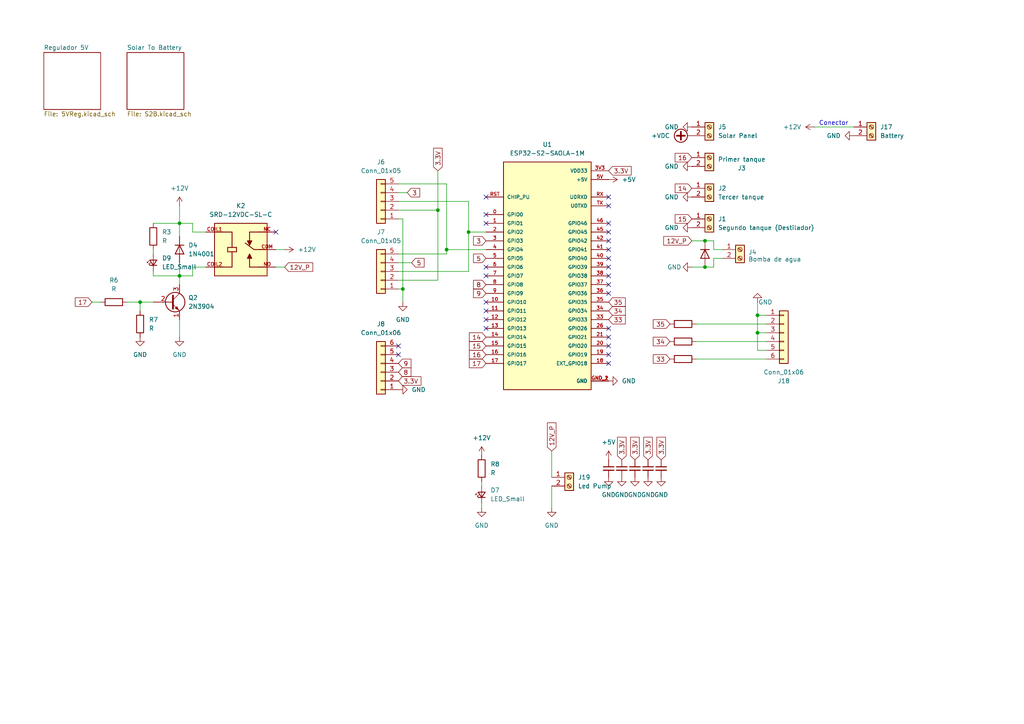
<source format=kicad_sch>
(kicad_sch
	(version 20231120)
	(generator "eeschema")
	(generator_version "8.0")
	(uuid "87bef87a-9542-4109-98b0-4e2a9f78f39c")
	(paper "A4")
	(lib_symbols
		(symbol "Conn_01x05_1"
			(pin_names
				(offset 1.016) hide)
			(exclude_from_sim no)
			(in_bom yes)
			(on_board yes)
			(property "Reference" "J"
				(at 0 7.62 0)
				(effects
					(font
						(size 1.27 1.27)
					)
				)
			)
			(property "Value" "Conn_01x05"
				(at 0 -7.62 0)
				(effects
					(font
						(size 1.27 1.27)
					)
				)
			)
			(property "Footprint" ""
				(at 0 0 0)
				(effects
					(font
						(size 1.27 1.27)
					)
					(hide yes)
				)
			)
			(property "Datasheet" "~"
				(at 0 0 0)
				(effects
					(font
						(size 1.27 1.27)
					)
					(hide yes)
				)
			)
			(property "Description" "Generic connector, single row, 01x05, script generated (kicad-library-utils/schlib/autogen/connector/)"
				(at 0 0 0)
				(effects
					(font
						(size 1.27 1.27)
					)
					(hide yes)
				)
			)
			(property "ki_keywords" "connector"
				(at 0 0 0)
				(effects
					(font
						(size 1.27 1.27)
					)
					(hide yes)
				)
			)
			(property "ki_fp_filters" "Connector*:*_1x??_*"
				(at 0 0 0)
				(effects
					(font
						(size 1.27 1.27)
					)
					(hide yes)
				)
			)
			(symbol "Conn_01x05_1_1_1"
				(rectangle
					(start -1.27 -4.953)
					(end 0 -5.207)
					(stroke
						(width 0.1524)
						(type default)
					)
					(fill
						(type none)
					)
				)
				(rectangle
					(start -1.27 -2.413)
					(end 0 -2.667)
					(stroke
						(width 0.1524)
						(type default)
					)
					(fill
						(type none)
					)
				)
				(rectangle
					(start -1.27 0.127)
					(end 0 -0.127)
					(stroke
						(width 0.1524)
						(type default)
					)
					(fill
						(type none)
					)
				)
				(rectangle
					(start -1.27 2.667)
					(end 0 2.413)
					(stroke
						(width 0.1524)
						(type default)
					)
					(fill
						(type none)
					)
				)
				(rectangle
					(start -1.27 5.207)
					(end 0 4.953)
					(stroke
						(width 0.1524)
						(type default)
					)
					(fill
						(type none)
					)
				)
				(rectangle
					(start -1.27 6.35)
					(end 1.27 -6.35)
					(stroke
						(width 0.254)
						(type default)
					)
					(fill
						(type background)
					)
				)
				(pin passive line
					(at -5.08 5.08 0)
					(length 3.81)
					(name "Pin_1"
						(effects
							(font
								(size 1.27 1.27)
							)
						)
					)
					(number "1"
						(effects
							(font
								(size 1.27 1.27)
							)
						)
					)
				)
				(pin passive line
					(at -5.08 2.54 0)
					(length 3.81)
					(name "Pin_2"
						(effects
							(font
								(size 1.27 1.27)
							)
						)
					)
					(number "2"
						(effects
							(font
								(size 1.27 1.27)
							)
						)
					)
				)
				(pin passive line
					(at -5.08 0 0)
					(length 3.81)
					(name "Pin_3"
						(effects
							(font
								(size 1.27 1.27)
							)
						)
					)
					(number "3"
						(effects
							(font
								(size 1.27 1.27)
							)
						)
					)
				)
				(pin passive line
					(at -5.08 -2.54 0)
					(length 3.81)
					(name "Pin_4"
						(effects
							(font
								(size 1.27 1.27)
							)
						)
					)
					(number "4"
						(effects
							(font
								(size 1.27 1.27)
							)
						)
					)
				)
				(pin passive line
					(at -5.08 -5.08 0)
					(length 3.81)
					(name "Pin_5"
						(effects
							(font
								(size 1.27 1.27)
							)
						)
					)
					(number "5"
						(effects
							(font
								(size 1.27 1.27)
							)
						)
					)
				)
			)
		)
		(symbol "Connector:Screw_Terminal_01x02"
			(pin_names
				(offset 1.016) hide)
			(exclude_from_sim no)
			(in_bom yes)
			(on_board yes)
			(property "Reference" "J"
				(at 0 2.54 0)
				(effects
					(font
						(size 1.27 1.27)
					)
				)
			)
			(property "Value" "Screw_Terminal_01x02"
				(at 0 -5.08 0)
				(effects
					(font
						(size 1.27 1.27)
					)
				)
			)
			(property "Footprint" ""
				(at 0 0 0)
				(effects
					(font
						(size 1.27 1.27)
					)
					(hide yes)
				)
			)
			(property "Datasheet" "~"
				(at 0 0 0)
				(effects
					(font
						(size 1.27 1.27)
					)
					(hide yes)
				)
			)
			(property "Description" "Generic screw terminal, single row, 01x02, script generated (kicad-library-utils/schlib/autogen/connector/)"
				(at 0 0 0)
				(effects
					(font
						(size 1.27 1.27)
					)
					(hide yes)
				)
			)
			(property "ki_keywords" "screw terminal"
				(at 0 0 0)
				(effects
					(font
						(size 1.27 1.27)
					)
					(hide yes)
				)
			)
			(property "ki_fp_filters" "TerminalBlock*:*"
				(at 0 0 0)
				(effects
					(font
						(size 1.27 1.27)
					)
					(hide yes)
				)
			)
			(symbol "Screw_Terminal_01x02_1_1"
				(rectangle
					(start -1.27 1.27)
					(end 1.27 -3.81)
					(stroke
						(width 0.254)
						(type default)
					)
					(fill
						(type background)
					)
				)
				(circle
					(center 0 -2.54)
					(radius 0.635)
					(stroke
						(width 0.1524)
						(type default)
					)
					(fill
						(type none)
					)
				)
				(polyline
					(pts
						(xy -0.5334 -2.2098) (xy 0.3302 -3.048)
					)
					(stroke
						(width 0.1524)
						(type default)
					)
					(fill
						(type none)
					)
				)
				(polyline
					(pts
						(xy -0.5334 0.3302) (xy 0.3302 -0.508)
					)
					(stroke
						(width 0.1524)
						(type default)
					)
					(fill
						(type none)
					)
				)
				(polyline
					(pts
						(xy -0.3556 -2.032) (xy 0.508 -2.8702)
					)
					(stroke
						(width 0.1524)
						(type default)
					)
					(fill
						(type none)
					)
				)
				(polyline
					(pts
						(xy -0.3556 0.508) (xy 0.508 -0.3302)
					)
					(stroke
						(width 0.1524)
						(type default)
					)
					(fill
						(type none)
					)
				)
				(circle
					(center 0 0)
					(radius 0.635)
					(stroke
						(width 0.1524)
						(type default)
					)
					(fill
						(type none)
					)
				)
				(pin passive line
					(at -5.08 0 0)
					(length 3.81)
					(name "Pin_1"
						(effects
							(font
								(size 1.27 1.27)
							)
						)
					)
					(number "1"
						(effects
							(font
								(size 1.27 1.27)
							)
						)
					)
				)
				(pin passive line
					(at -5.08 -2.54 0)
					(length 3.81)
					(name "Pin_2"
						(effects
							(font
								(size 1.27 1.27)
							)
						)
					)
					(number "2"
						(effects
							(font
								(size 1.27 1.27)
							)
						)
					)
				)
			)
		)
		(symbol "Connector_Generic:Conn_01x05"
			(pin_names
				(offset 1.016) hide)
			(exclude_from_sim no)
			(in_bom yes)
			(on_board yes)
			(property "Reference" "J"
				(at 0 7.62 0)
				(effects
					(font
						(size 1.27 1.27)
					)
				)
			)
			(property "Value" "Conn_01x05"
				(at 0 -7.62 0)
				(effects
					(font
						(size 1.27 1.27)
					)
				)
			)
			(property "Footprint" ""
				(at 0 0 0)
				(effects
					(font
						(size 1.27 1.27)
					)
					(hide yes)
				)
			)
			(property "Datasheet" "~"
				(at 0 0 0)
				(effects
					(font
						(size 1.27 1.27)
					)
					(hide yes)
				)
			)
			(property "Description" "Generic connector, single row, 01x05, script generated (kicad-library-utils/schlib/autogen/connector/)"
				(at 0 0 0)
				(effects
					(font
						(size 1.27 1.27)
					)
					(hide yes)
				)
			)
			(property "ki_keywords" "connector"
				(at 0 0 0)
				(effects
					(font
						(size 1.27 1.27)
					)
					(hide yes)
				)
			)
			(property "ki_fp_filters" "Connector*:*_1x??_*"
				(at 0 0 0)
				(effects
					(font
						(size 1.27 1.27)
					)
					(hide yes)
				)
			)
			(symbol "Conn_01x05_1_1"
				(rectangle
					(start -1.27 -4.953)
					(end 0 -5.207)
					(stroke
						(width 0.1524)
						(type default)
					)
					(fill
						(type none)
					)
				)
				(rectangle
					(start -1.27 -2.413)
					(end 0 -2.667)
					(stroke
						(width 0.1524)
						(type default)
					)
					(fill
						(type none)
					)
				)
				(rectangle
					(start -1.27 0.127)
					(end 0 -0.127)
					(stroke
						(width 0.1524)
						(type default)
					)
					(fill
						(type none)
					)
				)
				(rectangle
					(start -1.27 2.667)
					(end 0 2.413)
					(stroke
						(width 0.1524)
						(type default)
					)
					(fill
						(type none)
					)
				)
				(rectangle
					(start -1.27 5.207)
					(end 0 4.953)
					(stroke
						(width 0.1524)
						(type default)
					)
					(fill
						(type none)
					)
				)
				(rectangle
					(start -1.27 6.35)
					(end 1.27 -6.35)
					(stroke
						(width 0.254)
						(type default)
					)
					(fill
						(type background)
					)
				)
				(pin passive line
					(at -5.08 5.08 0)
					(length 3.81)
					(name "Pin_1"
						(effects
							(font
								(size 1.27 1.27)
							)
						)
					)
					(number "1"
						(effects
							(font
								(size 1.27 1.27)
							)
						)
					)
				)
				(pin passive line
					(at -5.08 2.54 0)
					(length 3.81)
					(name "Pin_2"
						(effects
							(font
								(size 1.27 1.27)
							)
						)
					)
					(number "2"
						(effects
							(font
								(size 1.27 1.27)
							)
						)
					)
				)
				(pin passive line
					(at -5.08 0 0)
					(length 3.81)
					(name "Pin_3"
						(effects
							(font
								(size 1.27 1.27)
							)
						)
					)
					(number "3"
						(effects
							(font
								(size 1.27 1.27)
							)
						)
					)
				)
				(pin passive line
					(at -5.08 -2.54 0)
					(length 3.81)
					(name "Pin_4"
						(effects
							(font
								(size 1.27 1.27)
							)
						)
					)
					(number "4"
						(effects
							(font
								(size 1.27 1.27)
							)
						)
					)
				)
				(pin passive line
					(at -5.08 -5.08 0)
					(length 3.81)
					(name "Pin_5"
						(effects
							(font
								(size 1.27 1.27)
							)
						)
					)
					(number "5"
						(effects
							(font
								(size 1.27 1.27)
							)
						)
					)
				)
			)
		)
		(symbol "Connector_Generic:Conn_01x06"
			(pin_names
				(offset 1.016) hide)
			(exclude_from_sim no)
			(in_bom yes)
			(on_board yes)
			(property "Reference" "J"
				(at 0 7.62 0)
				(effects
					(font
						(size 1.27 1.27)
					)
				)
			)
			(property "Value" "Conn_01x06"
				(at 0 -10.16 0)
				(effects
					(font
						(size 1.27 1.27)
					)
				)
			)
			(property "Footprint" ""
				(at 0 0 0)
				(effects
					(font
						(size 1.27 1.27)
					)
					(hide yes)
				)
			)
			(property "Datasheet" "~"
				(at 0 0 0)
				(effects
					(font
						(size 1.27 1.27)
					)
					(hide yes)
				)
			)
			(property "Description" "Generic connector, single row, 01x06, script generated (kicad-library-utils/schlib/autogen/connector/)"
				(at 0 0 0)
				(effects
					(font
						(size 1.27 1.27)
					)
					(hide yes)
				)
			)
			(property "ki_keywords" "connector"
				(at 0 0 0)
				(effects
					(font
						(size 1.27 1.27)
					)
					(hide yes)
				)
			)
			(property "ki_fp_filters" "Connector*:*_1x??_*"
				(at 0 0 0)
				(effects
					(font
						(size 1.27 1.27)
					)
					(hide yes)
				)
			)
			(symbol "Conn_01x06_1_1"
				(rectangle
					(start -1.27 -7.493)
					(end 0 -7.747)
					(stroke
						(width 0.1524)
						(type default)
					)
					(fill
						(type none)
					)
				)
				(rectangle
					(start -1.27 -4.953)
					(end 0 -5.207)
					(stroke
						(width 0.1524)
						(type default)
					)
					(fill
						(type none)
					)
				)
				(rectangle
					(start -1.27 -2.413)
					(end 0 -2.667)
					(stroke
						(width 0.1524)
						(type default)
					)
					(fill
						(type none)
					)
				)
				(rectangle
					(start -1.27 0.127)
					(end 0 -0.127)
					(stroke
						(width 0.1524)
						(type default)
					)
					(fill
						(type none)
					)
				)
				(rectangle
					(start -1.27 2.667)
					(end 0 2.413)
					(stroke
						(width 0.1524)
						(type default)
					)
					(fill
						(type none)
					)
				)
				(rectangle
					(start -1.27 5.207)
					(end 0 4.953)
					(stroke
						(width 0.1524)
						(type default)
					)
					(fill
						(type none)
					)
				)
				(rectangle
					(start -1.27 6.35)
					(end 1.27 -8.89)
					(stroke
						(width 0.254)
						(type default)
					)
					(fill
						(type background)
					)
				)
				(pin passive line
					(at -5.08 5.08 0)
					(length 3.81)
					(name "Pin_1"
						(effects
							(font
								(size 1.27 1.27)
							)
						)
					)
					(number "1"
						(effects
							(font
								(size 1.27 1.27)
							)
						)
					)
				)
				(pin passive line
					(at -5.08 2.54 0)
					(length 3.81)
					(name "Pin_2"
						(effects
							(font
								(size 1.27 1.27)
							)
						)
					)
					(number "2"
						(effects
							(font
								(size 1.27 1.27)
							)
						)
					)
				)
				(pin passive line
					(at -5.08 0 0)
					(length 3.81)
					(name "Pin_3"
						(effects
							(font
								(size 1.27 1.27)
							)
						)
					)
					(number "3"
						(effects
							(font
								(size 1.27 1.27)
							)
						)
					)
				)
				(pin passive line
					(at -5.08 -2.54 0)
					(length 3.81)
					(name "Pin_4"
						(effects
							(font
								(size 1.27 1.27)
							)
						)
					)
					(number "4"
						(effects
							(font
								(size 1.27 1.27)
							)
						)
					)
				)
				(pin passive line
					(at -5.08 -5.08 0)
					(length 3.81)
					(name "Pin_5"
						(effects
							(font
								(size 1.27 1.27)
							)
						)
					)
					(number "5"
						(effects
							(font
								(size 1.27 1.27)
							)
						)
					)
				)
				(pin passive line
					(at -5.08 -7.62 0)
					(length 3.81)
					(name "Pin_6"
						(effects
							(font
								(size 1.27 1.27)
							)
						)
					)
					(number "6"
						(effects
							(font
								(size 1.27 1.27)
							)
						)
					)
				)
			)
		)
		(symbol "Device:C_Small"
			(pin_numbers hide)
			(pin_names
				(offset 0.254) hide)
			(exclude_from_sim no)
			(in_bom yes)
			(on_board yes)
			(property "Reference" "C"
				(at 0.254 1.778 0)
				(effects
					(font
						(size 1.27 1.27)
					)
					(justify left)
				)
			)
			(property "Value" "C_Small"
				(at 0.254 -2.032 0)
				(effects
					(font
						(size 1.27 1.27)
					)
					(justify left)
				)
			)
			(property "Footprint" ""
				(at 0 0 0)
				(effects
					(font
						(size 1.27 1.27)
					)
					(hide yes)
				)
			)
			(property "Datasheet" "~"
				(at 0 0 0)
				(effects
					(font
						(size 1.27 1.27)
					)
					(hide yes)
				)
			)
			(property "Description" "Unpolarized capacitor, small symbol"
				(at 0 0 0)
				(effects
					(font
						(size 1.27 1.27)
					)
					(hide yes)
				)
			)
			(property "ki_keywords" "capacitor cap"
				(at 0 0 0)
				(effects
					(font
						(size 1.27 1.27)
					)
					(hide yes)
				)
			)
			(property "ki_fp_filters" "C_*"
				(at 0 0 0)
				(effects
					(font
						(size 1.27 1.27)
					)
					(hide yes)
				)
			)
			(symbol "C_Small_0_1"
				(polyline
					(pts
						(xy -1.524 -0.508) (xy 1.524 -0.508)
					)
					(stroke
						(width 0.3302)
						(type default)
					)
					(fill
						(type none)
					)
				)
				(polyline
					(pts
						(xy -1.524 0.508) (xy 1.524 0.508)
					)
					(stroke
						(width 0.3048)
						(type default)
					)
					(fill
						(type none)
					)
				)
			)
			(symbol "C_Small_1_1"
				(pin passive line
					(at 0 2.54 270)
					(length 2.032)
					(name "~"
						(effects
							(font
								(size 1.27 1.27)
							)
						)
					)
					(number "1"
						(effects
							(font
								(size 1.27 1.27)
							)
						)
					)
				)
				(pin passive line
					(at 0 -2.54 90)
					(length 2.032)
					(name "~"
						(effects
							(font
								(size 1.27 1.27)
							)
						)
					)
					(number "2"
						(effects
							(font
								(size 1.27 1.27)
							)
						)
					)
				)
			)
		)
		(symbol "Device:LED_Small"
			(pin_numbers hide)
			(pin_names
				(offset 0.254) hide)
			(exclude_from_sim no)
			(in_bom yes)
			(on_board yes)
			(property "Reference" "D"
				(at -1.27 3.175 0)
				(effects
					(font
						(size 1.27 1.27)
					)
					(justify left)
				)
			)
			(property "Value" "LED_Small"
				(at -4.445 -2.54 0)
				(effects
					(font
						(size 1.27 1.27)
					)
					(justify left)
				)
			)
			(property "Footprint" ""
				(at 0 0 90)
				(effects
					(font
						(size 1.27 1.27)
					)
					(hide yes)
				)
			)
			(property "Datasheet" "~"
				(at 0 0 90)
				(effects
					(font
						(size 1.27 1.27)
					)
					(hide yes)
				)
			)
			(property "Description" "Light emitting diode, small symbol"
				(at 0 0 0)
				(effects
					(font
						(size 1.27 1.27)
					)
					(hide yes)
				)
			)
			(property "ki_keywords" "LED diode light-emitting-diode"
				(at 0 0 0)
				(effects
					(font
						(size 1.27 1.27)
					)
					(hide yes)
				)
			)
			(property "ki_fp_filters" "LED* LED_SMD:* LED_THT:*"
				(at 0 0 0)
				(effects
					(font
						(size 1.27 1.27)
					)
					(hide yes)
				)
			)
			(symbol "LED_Small_0_1"
				(polyline
					(pts
						(xy -0.762 -1.016) (xy -0.762 1.016)
					)
					(stroke
						(width 0.254)
						(type default)
					)
					(fill
						(type none)
					)
				)
				(polyline
					(pts
						(xy 1.016 0) (xy -0.762 0)
					)
					(stroke
						(width 0)
						(type default)
					)
					(fill
						(type none)
					)
				)
				(polyline
					(pts
						(xy 0.762 -1.016) (xy -0.762 0) (xy 0.762 1.016) (xy 0.762 -1.016)
					)
					(stroke
						(width 0.254)
						(type default)
					)
					(fill
						(type none)
					)
				)
				(polyline
					(pts
						(xy 0 0.762) (xy -0.508 1.27) (xy -0.254 1.27) (xy -0.508 1.27) (xy -0.508 1.016)
					)
					(stroke
						(width 0)
						(type default)
					)
					(fill
						(type none)
					)
				)
				(polyline
					(pts
						(xy 0.508 1.27) (xy 0 1.778) (xy 0.254 1.778) (xy 0 1.778) (xy 0 1.524)
					)
					(stroke
						(width 0)
						(type default)
					)
					(fill
						(type none)
					)
				)
			)
			(symbol "LED_Small_1_1"
				(pin passive line
					(at -2.54 0 0)
					(length 1.778)
					(name "K"
						(effects
							(font
								(size 1.27 1.27)
							)
						)
					)
					(number "1"
						(effects
							(font
								(size 1.27 1.27)
							)
						)
					)
				)
				(pin passive line
					(at 2.54 0 180)
					(length 1.778)
					(name "A"
						(effects
							(font
								(size 1.27 1.27)
							)
						)
					)
					(number "2"
						(effects
							(font
								(size 1.27 1.27)
							)
						)
					)
				)
			)
		)
		(symbol "Device:R"
			(pin_numbers hide)
			(pin_names
				(offset 0)
			)
			(exclude_from_sim no)
			(in_bom yes)
			(on_board yes)
			(property "Reference" "R"
				(at 2.032 0 90)
				(effects
					(font
						(size 1.27 1.27)
					)
				)
			)
			(property "Value" "R"
				(at 0 0 90)
				(effects
					(font
						(size 1.27 1.27)
					)
				)
			)
			(property "Footprint" ""
				(at -1.778 0 90)
				(effects
					(font
						(size 1.27 1.27)
					)
					(hide yes)
				)
			)
			(property "Datasheet" "~"
				(at 0 0 0)
				(effects
					(font
						(size 1.27 1.27)
					)
					(hide yes)
				)
			)
			(property "Description" "Resistor"
				(at 0 0 0)
				(effects
					(font
						(size 1.27 1.27)
					)
					(hide yes)
				)
			)
			(property "ki_keywords" "R res resistor"
				(at 0 0 0)
				(effects
					(font
						(size 1.27 1.27)
					)
					(hide yes)
				)
			)
			(property "ki_fp_filters" "R_*"
				(at 0 0 0)
				(effects
					(font
						(size 1.27 1.27)
					)
					(hide yes)
				)
			)
			(symbol "R_0_1"
				(rectangle
					(start -1.016 -2.54)
					(end 1.016 2.54)
					(stroke
						(width 0.254)
						(type default)
					)
					(fill
						(type none)
					)
				)
			)
			(symbol "R_1_1"
				(pin passive line
					(at 0 3.81 270)
					(length 1.27)
					(name "~"
						(effects
							(font
								(size 1.27 1.27)
							)
						)
					)
					(number "1"
						(effects
							(font
								(size 1.27 1.27)
							)
						)
					)
				)
				(pin passive line
					(at 0 -3.81 90)
					(length 1.27)
					(name "~"
						(effects
							(font
								(size 1.27 1.27)
							)
						)
					)
					(number "2"
						(effects
							(font
								(size 1.27 1.27)
							)
						)
					)
				)
			)
		)
		(symbol "Diode:1N4001"
			(pin_numbers hide)
			(pin_names hide)
			(exclude_from_sim no)
			(in_bom yes)
			(on_board yes)
			(property "Reference" "D"
				(at 0 2.54 0)
				(effects
					(font
						(size 1.27 1.27)
					)
				)
			)
			(property "Value" "1N4001"
				(at 0 -2.54 0)
				(effects
					(font
						(size 1.27 1.27)
					)
				)
			)
			(property "Footprint" "Diode_THT:D_DO-41_SOD81_P10.16mm_Horizontal"
				(at 0 0 0)
				(effects
					(font
						(size 1.27 1.27)
					)
					(hide yes)
				)
			)
			(property "Datasheet" "http://www.vishay.com/docs/88503/1n4001.pdf"
				(at 0 0 0)
				(effects
					(font
						(size 1.27 1.27)
					)
					(hide yes)
				)
			)
			(property "Description" "50V 1A General Purpose Rectifier Diode, DO-41"
				(at 0 0 0)
				(effects
					(font
						(size 1.27 1.27)
					)
					(hide yes)
				)
			)
			(property "Sim.Device" "D"
				(at 0 0 0)
				(effects
					(font
						(size 1.27 1.27)
					)
					(hide yes)
				)
			)
			(property "Sim.Pins" "1=K 2=A"
				(at 0 0 0)
				(effects
					(font
						(size 1.27 1.27)
					)
					(hide yes)
				)
			)
			(property "ki_keywords" "diode"
				(at 0 0 0)
				(effects
					(font
						(size 1.27 1.27)
					)
					(hide yes)
				)
			)
			(property "ki_fp_filters" "D*DO?41*"
				(at 0 0 0)
				(effects
					(font
						(size 1.27 1.27)
					)
					(hide yes)
				)
			)
			(symbol "1N4001_0_1"
				(polyline
					(pts
						(xy -1.27 1.27) (xy -1.27 -1.27)
					)
					(stroke
						(width 0.254)
						(type default)
					)
					(fill
						(type none)
					)
				)
				(polyline
					(pts
						(xy 1.27 0) (xy -1.27 0)
					)
					(stroke
						(width 0)
						(type default)
					)
					(fill
						(type none)
					)
				)
				(polyline
					(pts
						(xy 1.27 1.27) (xy 1.27 -1.27) (xy -1.27 0) (xy 1.27 1.27)
					)
					(stroke
						(width 0.254)
						(type default)
					)
					(fill
						(type none)
					)
				)
			)
			(symbol "1N4001_1_1"
				(pin passive line
					(at -3.81 0 0)
					(length 2.54)
					(name "K"
						(effects
							(font
								(size 1.27 1.27)
							)
						)
					)
					(number "1"
						(effects
							(font
								(size 1.27 1.27)
							)
						)
					)
				)
				(pin passive line
					(at 3.81 0 180)
					(length 2.54)
					(name "A"
						(effects
							(font
								(size 1.27 1.27)
							)
						)
					)
					(number "2"
						(effects
							(font
								(size 1.27 1.27)
							)
						)
					)
				)
			)
		)
		(symbol "Diode:1N5408"
			(pin_numbers hide)
			(pin_names hide)
			(exclude_from_sim no)
			(in_bom yes)
			(on_board yes)
			(property "Reference" "D"
				(at 0 2.54 0)
				(effects
					(font
						(size 1.27 1.27)
					)
				)
			)
			(property "Value" "1N5408"
				(at 0 -2.54 0)
				(effects
					(font
						(size 1.27 1.27)
					)
				)
			)
			(property "Footprint" "Diode_THT:D_DO-201AD_P15.24mm_Horizontal"
				(at 0 -4.445 0)
				(effects
					(font
						(size 1.27 1.27)
					)
					(hide yes)
				)
			)
			(property "Datasheet" "http://www.vishay.com/docs/88516/1n5400.pdf"
				(at 0 0 0)
				(effects
					(font
						(size 1.27 1.27)
					)
					(hide yes)
				)
			)
			(property "Description" "1000V 3A General Purpose Rectifier Diode, DO-201AD"
				(at 0 0 0)
				(effects
					(font
						(size 1.27 1.27)
					)
					(hide yes)
				)
			)
			(property "Sim.Device" "D"
				(at 0 0 0)
				(effects
					(font
						(size 1.27 1.27)
					)
					(hide yes)
				)
			)
			(property "Sim.Pins" "1=K 2=A"
				(at 0 0 0)
				(effects
					(font
						(size 1.27 1.27)
					)
					(hide yes)
				)
			)
			(property "ki_keywords" "diode"
				(at 0 0 0)
				(effects
					(font
						(size 1.27 1.27)
					)
					(hide yes)
				)
			)
			(property "ki_fp_filters" "D*DO?201AD*"
				(at 0 0 0)
				(effects
					(font
						(size 1.27 1.27)
					)
					(hide yes)
				)
			)
			(symbol "1N5408_0_1"
				(polyline
					(pts
						(xy -1.27 1.27) (xy -1.27 -1.27)
					)
					(stroke
						(width 0.254)
						(type default)
					)
					(fill
						(type none)
					)
				)
				(polyline
					(pts
						(xy 1.27 0) (xy -1.27 0)
					)
					(stroke
						(width 0)
						(type default)
					)
					(fill
						(type none)
					)
				)
				(polyline
					(pts
						(xy 1.27 1.27) (xy 1.27 -1.27) (xy -1.27 0) (xy 1.27 1.27)
					)
					(stroke
						(width 0.254)
						(type default)
					)
					(fill
						(type none)
					)
				)
			)
			(symbol "1N5408_1_1"
				(pin passive line
					(at -3.81 0 0)
					(length 2.54)
					(name "K"
						(effects
							(font
								(size 1.27 1.27)
							)
						)
					)
					(number "1"
						(effects
							(font
								(size 1.27 1.27)
							)
						)
					)
				)
				(pin passive line
					(at 3.81 0 180)
					(length 2.54)
					(name "A"
						(effects
							(font
								(size 1.27 1.27)
							)
						)
					)
					(number "2"
						(effects
							(font
								(size 1.27 1.27)
							)
						)
					)
				)
			)
		)
		(symbol "ESP32-S2-SAOLA-1M:ESP32-S2-SAOLA-1M"
			(pin_names
				(offset 1.016)
			)
			(exclude_from_sim no)
			(in_bom yes)
			(on_board yes)
			(property "Reference" "U"
				(at -12.7 33.782 0)
				(effects
					(font
						(size 1.27 1.27)
					)
					(justify left bottom)
				)
			)
			(property "Value" "ESP32-S2-SAOLA-1M"
				(at -12.7 -35.56 0)
				(effects
					(font
						(size 1.27 1.27)
					)
					(justify left bottom)
				)
			)
			(property "Footprint" "ESP32-S2-SAOLA-1M:MODULE_ESP32-S2-SAOLA-1M"
				(at 0 0 0)
				(effects
					(font
						(size 1.27 1.27)
					)
					(justify bottom)
					(hide yes)
				)
			)
			(property "Datasheet" ""
				(at 0 0 0)
				(effects
					(font
						(size 1.27 1.27)
					)
					(hide yes)
				)
			)
			(property "Description" ""
				(at 0 0 0)
				(effects
					(font
						(size 1.27 1.27)
					)
					(hide yes)
				)
			)
			(property "MF" "Espressif Systems"
				(at 0 0 0)
				(effects
					(font
						(size 1.27 1.27)
					)
					(justify bottom)
					(hide yes)
				)
			)
			(property "Description_1" "\nESP32-S ESP32-S2-WROOM Transceiver; 802.11 b/g/n (Wi-Fi, WiFi, WLAN) 2.4GHz Evaluation Board\n"
				(at 0 0 0)
				(effects
					(font
						(size 1.27 1.27)
					)
					(justify bottom)
					(hide yes)
				)
			)
			(property "Package" "ESP32 Transceiver Espressif Systems"
				(at 0 0 0)
				(effects
					(font
						(size 1.27 1.27)
					)
					(justify bottom)
					(hide yes)
				)
			)
			(property "Price" "None"
				(at 0 0 0)
				(effects
					(font
						(size 1.27 1.27)
					)
					(justify bottom)
					(hide yes)
				)
			)
			(property "Check_prices" "https://www.snapeda.com/parts/ESP32-S2-SAOLA-1M/Espressif+Systems/view-part/?ref=eda"
				(at 0 0 0)
				(effects
					(font
						(size 1.27 1.27)
					)
					(justify bottom)
					(hide yes)
				)
			)
			(property "STANDARD" "Manufacturer Recommendations"
				(at 0 0 0)
				(effects
					(font
						(size 1.27 1.27)
					)
					(justify bottom)
					(hide yes)
				)
			)
			(property "PARTREV" "v1.2"
				(at 0 0 0)
				(effects
					(font
						(size 1.27 1.27)
					)
					(justify bottom)
					(hide yes)
				)
			)
			(property "SnapEDA_Link" "https://www.snapeda.com/parts/ESP32-S2-SAOLA-1M/Espressif+Systems/view-part/?ref=snap"
				(at 0 0 0)
				(effects
					(font
						(size 1.27 1.27)
					)
					(justify bottom)
					(hide yes)
				)
			)
			(property "MP" "ESP32-S2-SAOLA-1M"
				(at 0 0 0)
				(effects
					(font
						(size 1.27 1.27)
					)
					(justify bottom)
					(hide yes)
				)
			)
			(property "Availability" "In Stock"
				(at 0 0 0)
				(effects
					(font
						(size 1.27 1.27)
					)
					(justify bottom)
					(hide yes)
				)
			)
			(property "MANUFACTURER" "Espressif Systems"
				(at 0 0 0)
				(effects
					(font
						(size 1.27 1.27)
					)
					(justify bottom)
					(hide yes)
				)
			)
			(symbol "ESP32-S2-SAOLA-1M_0_0"
				(rectangle
					(start -12.7 -33.02)
					(end 12.7 33.02)
					(stroke
						(width 0.254)
						(type default)
					)
					(fill
						(type background)
					)
				)
				(pin bidirectional line
					(at -17.78 17.78 0)
					(length 5.08)
					(name "GPIO0"
						(effects
							(font
								(size 1.016 1.016)
							)
						)
					)
					(number "0"
						(effects
							(font
								(size 1.016 1.016)
							)
						)
					)
				)
				(pin bidirectional line
					(at -17.78 15.24 0)
					(length 5.08)
					(name "GPIO1"
						(effects
							(font
								(size 1.016 1.016)
							)
						)
					)
					(number "1"
						(effects
							(font
								(size 1.016 1.016)
							)
						)
					)
				)
				(pin bidirectional line
					(at -17.78 -7.62 0)
					(length 5.08)
					(name "GPIO10"
						(effects
							(font
								(size 1.016 1.016)
							)
						)
					)
					(number "10"
						(effects
							(font
								(size 1.016 1.016)
							)
						)
					)
				)
				(pin bidirectional line
					(at -17.78 -10.16 0)
					(length 5.08)
					(name "GPIO11"
						(effects
							(font
								(size 1.016 1.016)
							)
						)
					)
					(number "11"
						(effects
							(font
								(size 1.016 1.016)
							)
						)
					)
				)
				(pin bidirectional line
					(at -17.78 -12.7 0)
					(length 5.08)
					(name "GPIO12"
						(effects
							(font
								(size 1.016 1.016)
							)
						)
					)
					(number "12"
						(effects
							(font
								(size 1.016 1.016)
							)
						)
					)
				)
				(pin bidirectional line
					(at -17.78 -15.24 0)
					(length 5.08)
					(name "GPIO13"
						(effects
							(font
								(size 1.016 1.016)
							)
						)
					)
					(number "13"
						(effects
							(font
								(size 1.016 1.016)
							)
						)
					)
				)
				(pin bidirectional line
					(at -17.78 -17.78 0)
					(length 5.08)
					(name "GPIO14"
						(effects
							(font
								(size 1.016 1.016)
							)
						)
					)
					(number "14"
						(effects
							(font
								(size 1.016 1.016)
							)
						)
					)
				)
				(pin bidirectional line
					(at -17.78 -20.32 0)
					(length 5.08)
					(name "GPIO15"
						(effects
							(font
								(size 1.016 1.016)
							)
						)
					)
					(number "15"
						(effects
							(font
								(size 1.016 1.016)
							)
						)
					)
				)
				(pin bidirectional line
					(at -17.78 -22.86 0)
					(length 5.08)
					(name "GPIO16"
						(effects
							(font
								(size 1.016 1.016)
							)
						)
					)
					(number "16"
						(effects
							(font
								(size 1.016 1.016)
							)
						)
					)
				)
				(pin bidirectional line
					(at -17.78 -25.4 0)
					(length 5.08)
					(name "GPIO17"
						(effects
							(font
								(size 1.016 1.016)
							)
						)
					)
					(number "17"
						(effects
							(font
								(size 1.016 1.016)
							)
						)
					)
				)
				(pin bidirectional line
					(at 17.78 -25.4 180)
					(length 5.08)
					(name "EXT_GPIO18"
						(effects
							(font
								(size 1.016 1.016)
							)
						)
					)
					(number "18"
						(effects
							(font
								(size 1.016 1.016)
							)
						)
					)
				)
				(pin bidirectional line
					(at 17.78 -22.86 180)
					(length 5.08)
					(name "GPIO19"
						(effects
							(font
								(size 1.016 1.016)
							)
						)
					)
					(number "19"
						(effects
							(font
								(size 1.016 1.016)
							)
						)
					)
				)
				(pin bidirectional line
					(at -17.78 12.7 0)
					(length 5.08)
					(name "GPIO2"
						(effects
							(font
								(size 1.016 1.016)
							)
						)
					)
					(number "2"
						(effects
							(font
								(size 1.016 1.016)
							)
						)
					)
				)
				(pin bidirectional line
					(at 17.78 -20.32 180)
					(length 5.08)
					(name "GPIO20"
						(effects
							(font
								(size 1.016 1.016)
							)
						)
					)
					(number "20"
						(effects
							(font
								(size 1.016 1.016)
							)
						)
					)
				)
				(pin bidirectional line
					(at 17.78 -17.78 180)
					(length 5.08)
					(name "GPIO21"
						(effects
							(font
								(size 1.016 1.016)
							)
						)
					)
					(number "21"
						(effects
							(font
								(size 1.016 1.016)
							)
						)
					)
				)
				(pin bidirectional line
					(at 17.78 -15.24 180)
					(length 5.08)
					(name "GPIO26"
						(effects
							(font
								(size 1.016 1.016)
							)
						)
					)
					(number "26"
						(effects
							(font
								(size 1.016 1.016)
							)
						)
					)
				)
				(pin bidirectional line
					(at -17.78 10.16 0)
					(length 5.08)
					(name "GPIO3"
						(effects
							(font
								(size 1.016 1.016)
							)
						)
					)
					(number "3"
						(effects
							(font
								(size 1.016 1.016)
							)
						)
					)
				)
				(pin bidirectional line
					(at 17.78 -12.7 180)
					(length 5.08)
					(name "GPIO33"
						(effects
							(font
								(size 1.016 1.016)
							)
						)
					)
					(number "33"
						(effects
							(font
								(size 1.016 1.016)
							)
						)
					)
				)
				(pin bidirectional line
					(at 17.78 -10.16 180)
					(length 5.08)
					(name "GPIO34"
						(effects
							(font
								(size 1.016 1.016)
							)
						)
					)
					(number "34"
						(effects
							(font
								(size 1.016 1.016)
							)
						)
					)
				)
				(pin bidirectional line
					(at 17.78 -7.62 180)
					(length 5.08)
					(name "GPIO35"
						(effects
							(font
								(size 1.016 1.016)
							)
						)
					)
					(number "35"
						(effects
							(font
								(size 1.016 1.016)
							)
						)
					)
				)
				(pin bidirectional line
					(at 17.78 -5.08 180)
					(length 5.08)
					(name "GPIO36"
						(effects
							(font
								(size 1.016 1.016)
							)
						)
					)
					(number "36"
						(effects
							(font
								(size 1.016 1.016)
							)
						)
					)
				)
				(pin bidirectional line
					(at 17.78 -2.54 180)
					(length 5.08)
					(name "GPIO37"
						(effects
							(font
								(size 1.016 1.016)
							)
						)
					)
					(number "37"
						(effects
							(font
								(size 1.016 1.016)
							)
						)
					)
				)
				(pin bidirectional line
					(at 17.78 0 180)
					(length 5.08)
					(name "GPIO38"
						(effects
							(font
								(size 1.016 1.016)
							)
						)
					)
					(number "38"
						(effects
							(font
								(size 1.016 1.016)
							)
						)
					)
				)
				(pin bidirectional line
					(at 17.78 2.54 180)
					(length 5.08)
					(name "GPIO39"
						(effects
							(font
								(size 1.016 1.016)
							)
						)
					)
					(number "39"
						(effects
							(font
								(size 1.016 1.016)
							)
						)
					)
				)
				(pin power_in line
					(at 17.78 30.48 180)
					(length 5.08)
					(name "VDD33"
						(effects
							(font
								(size 1.016 1.016)
							)
						)
					)
					(number "3V3"
						(effects
							(font
								(size 1.016 1.016)
							)
						)
					)
				)
				(pin bidirectional line
					(at -17.78 7.62 0)
					(length 5.08)
					(name "GPIO4"
						(effects
							(font
								(size 1.016 1.016)
							)
						)
					)
					(number "4"
						(effects
							(font
								(size 1.016 1.016)
							)
						)
					)
				)
				(pin bidirectional line
					(at 17.78 5.08 180)
					(length 5.08)
					(name "GPIO40"
						(effects
							(font
								(size 1.016 1.016)
							)
						)
					)
					(number "40"
						(effects
							(font
								(size 1.016 1.016)
							)
						)
					)
				)
				(pin bidirectional line
					(at 17.78 7.62 180)
					(length 5.08)
					(name "GPIO41"
						(effects
							(font
								(size 1.016 1.016)
							)
						)
					)
					(number "41"
						(effects
							(font
								(size 1.016 1.016)
							)
						)
					)
				)
				(pin bidirectional line
					(at 17.78 10.16 180)
					(length 5.08)
					(name "GPIO42"
						(effects
							(font
								(size 1.016 1.016)
							)
						)
					)
					(number "42"
						(effects
							(font
								(size 1.016 1.016)
							)
						)
					)
				)
				(pin bidirectional line
					(at 17.78 12.7 180)
					(length 5.08)
					(name "GPIO45"
						(effects
							(font
								(size 1.016 1.016)
							)
						)
					)
					(number "45"
						(effects
							(font
								(size 1.016 1.016)
							)
						)
					)
				)
				(pin bidirectional line
					(at 17.78 15.24 180)
					(length 5.08)
					(name "GPIO46"
						(effects
							(font
								(size 1.016 1.016)
							)
						)
					)
					(number "46"
						(effects
							(font
								(size 1.016 1.016)
							)
						)
					)
				)
				(pin bidirectional line
					(at -17.78 5.08 0)
					(length 5.08)
					(name "GPIO5"
						(effects
							(font
								(size 1.016 1.016)
							)
						)
					)
					(number "5"
						(effects
							(font
								(size 1.016 1.016)
							)
						)
					)
				)
				(pin power_in line
					(at 17.78 27.94 180)
					(length 5.08)
					(name "+5V"
						(effects
							(font
								(size 1.016 1.016)
							)
						)
					)
					(number "5V"
						(effects
							(font
								(size 1.016 1.016)
							)
						)
					)
				)
				(pin bidirectional line
					(at -17.78 2.54 0)
					(length 5.08)
					(name "GPIO6"
						(effects
							(font
								(size 1.016 1.016)
							)
						)
					)
					(number "6"
						(effects
							(font
								(size 1.016 1.016)
							)
						)
					)
				)
				(pin bidirectional line
					(at -17.78 0 0)
					(length 5.08)
					(name "GPIO7"
						(effects
							(font
								(size 1.016 1.016)
							)
						)
					)
					(number "7"
						(effects
							(font
								(size 1.016 1.016)
							)
						)
					)
				)
				(pin bidirectional line
					(at -17.78 -2.54 0)
					(length 5.08)
					(name "GPIO8"
						(effects
							(font
								(size 1.016 1.016)
							)
						)
					)
					(number "8"
						(effects
							(font
								(size 1.016 1.016)
							)
						)
					)
				)
				(pin bidirectional line
					(at -17.78 -5.08 0)
					(length 5.08)
					(name "GPIO9"
						(effects
							(font
								(size 1.016 1.016)
							)
						)
					)
					(number "9"
						(effects
							(font
								(size 1.016 1.016)
							)
						)
					)
				)
				(pin power_in line
					(at 17.78 -30.48 180)
					(length 5.08)
					(name "GND"
						(effects
							(font
								(size 1.016 1.016)
							)
						)
					)
					(number "GND_1"
						(effects
							(font
								(size 1.016 1.016)
							)
						)
					)
				)
				(pin power_in line
					(at 17.78 -30.48 180)
					(length 5.08)
					(name "GND"
						(effects
							(font
								(size 1.016 1.016)
							)
						)
					)
					(number "GND_2"
						(effects
							(font
								(size 1.016 1.016)
							)
						)
					)
				)
				(pin bidirectional line
					(at -17.78 22.86 0)
					(length 5.08)
					(name "CHIP_PU"
						(effects
							(font
								(size 1.016 1.016)
							)
						)
					)
					(number "RST"
						(effects
							(font
								(size 1.016 1.016)
							)
						)
					)
				)
				(pin bidirectional line
					(at 17.78 22.86 180)
					(length 5.08)
					(name "U0RXD"
						(effects
							(font
								(size 1.016 1.016)
							)
						)
					)
					(number "RX"
						(effects
							(font
								(size 1.016 1.016)
							)
						)
					)
				)
				(pin bidirectional line
					(at 17.78 20.32 180)
					(length 5.08)
					(name "U0TXD"
						(effects
							(font
								(size 1.016 1.016)
							)
						)
					)
					(number "TX"
						(effects
							(font
								(size 1.016 1.016)
							)
						)
					)
				)
			)
		)
		(symbol "R_1"
			(pin_numbers hide)
			(pin_names
				(offset 0)
			)
			(exclude_from_sim no)
			(in_bom yes)
			(on_board yes)
			(property "Reference" "R"
				(at 2.032 0 90)
				(effects
					(font
						(size 1.27 1.27)
					)
				)
			)
			(property "Value" "R"
				(at 0 0 90)
				(effects
					(font
						(size 1.27 1.27)
					)
				)
			)
			(property "Footprint" ""
				(at -1.778 0 90)
				(effects
					(font
						(size 1.27 1.27)
					)
					(hide yes)
				)
			)
			(property "Datasheet" "~"
				(at 0 0 0)
				(effects
					(font
						(size 1.27 1.27)
					)
					(hide yes)
				)
			)
			(property "Description" "Resistor"
				(at 0 0 0)
				(effects
					(font
						(size 1.27 1.27)
					)
					(hide yes)
				)
			)
			(property "ki_keywords" "R res resistor"
				(at 0 0 0)
				(effects
					(font
						(size 1.27 1.27)
					)
					(hide yes)
				)
			)
			(property "ki_fp_filters" "R_*"
				(at 0 0 0)
				(effects
					(font
						(size 1.27 1.27)
					)
					(hide yes)
				)
			)
			(symbol "R_1_0_1"
				(rectangle
					(start -1.016 -2.54)
					(end 1.016 2.54)
					(stroke
						(width 0.254)
						(type default)
					)
					(fill
						(type none)
					)
				)
			)
			(symbol "R_1_1_1"
				(pin passive line
					(at 0 3.81 270)
					(length 1.27)
					(name "~"
						(effects
							(font
								(size 1.27 1.27)
							)
						)
					)
					(number "1"
						(effects
							(font
								(size 1.27 1.27)
							)
						)
					)
				)
				(pin passive line
					(at 0 -3.81 90)
					(length 1.27)
					(name "~"
						(effects
							(font
								(size 1.27 1.27)
							)
						)
					)
					(number "2"
						(effects
							(font
								(size 1.27 1.27)
							)
						)
					)
				)
			)
		)
		(symbol "SRD-12VDC-SL-C:SRD-12VDC-SL-C"
			(pin_names
				(offset 1.016)
			)
			(exclude_from_sim no)
			(in_bom yes)
			(on_board yes)
			(property "Reference" "K"
				(at -7.62 8.89 0)
				(effects
					(font
						(size 1.27 1.27)
					)
					(justify left bottom)
				)
			)
			(property "Value" "SRD-12VDC-SL-C"
				(at -7.62 -10.16 0)
				(effects
					(font
						(size 1.27 1.27)
					)
					(justify left bottom)
				)
			)
			(property "Footprint" "SRD-12VDC-SL-C:RELAY_SRD-12VDC-SL-C"
				(at 0 0 0)
				(effects
					(font
						(size 1.27 1.27)
					)
					(justify bottom)
					(hide yes)
				)
			)
			(property "Datasheet" ""
				(at 0 0 0)
				(effects
					(font
						(size 1.27 1.27)
					)
					(hide yes)
				)
			)
			(property "Description" ""
				(at 0 0 0)
				(effects
					(font
						(size 1.27 1.27)
					)
					(hide yes)
				)
			)
			(property "MF" "Songle Relay"
				(at 0 0 0)
				(effects
					(font
						(size 1.27 1.27)
					)
					(justify bottom)
					(hide yes)
				)
			)
			(property "MAXIMUM_PACKAGE_HEIGHT" "15.8 mm"
				(at 0 0 0)
				(effects
					(font
						(size 1.27 1.27)
					)
					(justify bottom)
					(hide yes)
				)
			)
			(property "Package" "NON STANDARD-5 Songle Relay"
				(at 0 0 0)
				(effects
					(font
						(size 1.27 1.27)
					)
					(justify bottom)
					(hide yes)
				)
			)
			(property "Price" "None"
				(at 0 0 0)
				(effects
					(font
						(size 1.27 1.27)
					)
					(justify bottom)
					(hide yes)
				)
			)
			(property "Check_prices" "https://www.snapeda.com/parts/SRD-12VDC-SL-C/Songle+Relay/view-part/?ref=eda"
				(at 0 0 0)
				(effects
					(font
						(size 1.27 1.27)
					)
					(justify bottom)
					(hide yes)
				)
			)
			(property "STANDARD" "IPC 7351B"
				(at 0 0 0)
				(effects
					(font
						(size 1.27 1.27)
					)
					(justify bottom)
					(hide yes)
				)
			)
			(property "PARTREV" "1.0"
				(at 0 0 0)
				(effects
					(font
						(size 1.27 1.27)
					)
					(justify bottom)
					(hide yes)
				)
			)
			(property "SnapEDA_Link" "https://www.snapeda.com/parts/SRD-12VDC-SL-C/Songle+Relay/view-part/?ref=snap"
				(at 0 0 0)
				(effects
					(font
						(size 1.27 1.27)
					)
					(justify bottom)
					(hide yes)
				)
			)
			(property "MP" "SRD-12VDC-SL-C"
				(at 0 0 0)
				(effects
					(font
						(size 1.27 1.27)
					)
					(justify bottom)
					(hide yes)
				)
			)
			(property "Description_1" "\nGeneral Purpose Non Latching 12VDC SPDT Through Hole Relays RoHS\n"
				(at 0 0 0)
				(effects
					(font
						(size 1.27 1.27)
					)
					(justify bottom)
					(hide yes)
				)
			)
			(property "Availability" "Not in stock"
				(at 0 0 0)
				(effects
					(font
						(size 1.27 1.27)
					)
					(justify bottom)
					(hide yes)
				)
			)
			(property "MANUFACTURER" "Songle Relay"
				(at 0 0 0)
				(effects
					(font
						(size 1.27 1.27)
					)
					(justify bottom)
					(hide yes)
				)
			)
			(symbol "SRD-12VDC-SL-C_0_0"
				(rectangle
					(start -7.62 -7.62)
					(end 7.62 7.62)
					(stroke
						(width 0.254)
						(type default)
					)
					(fill
						(type background)
					)
				)
				(polyline
					(pts
						(xy -7.62 -5.08) (xy -2.54 -5.08)
					)
					(stroke
						(width 0.254)
						(type default)
					)
					(fill
						(type none)
					)
				)
				(polyline
					(pts
						(xy -7.62 5.08) (xy -2.54 5.08)
					)
					(stroke
						(width 0.254)
						(type default)
					)
					(fill
						(type none)
					)
				)
				(polyline
					(pts
						(xy -3.81 -0.635) (xy -3.81 0.635)
					)
					(stroke
						(width 0.254)
						(type default)
					)
					(fill
						(type none)
					)
				)
				(polyline
					(pts
						(xy -3.81 0.635) (xy -2.54 0.635)
					)
					(stroke
						(width 0.254)
						(type default)
					)
					(fill
						(type none)
					)
				)
				(polyline
					(pts
						(xy -2.54 -0.635) (xy -3.81 -0.635)
					)
					(stroke
						(width 0.254)
						(type default)
					)
					(fill
						(type none)
					)
				)
				(polyline
					(pts
						(xy -2.54 -0.635) (xy -2.54 -5.08)
					)
					(stroke
						(width 0.254)
						(type default)
					)
					(fill
						(type none)
					)
				)
				(polyline
					(pts
						(xy -2.54 0.635) (xy -1.27 0.635)
					)
					(stroke
						(width 0.254)
						(type default)
					)
					(fill
						(type none)
					)
				)
				(polyline
					(pts
						(xy -2.54 5.08) (xy -2.54 0.635)
					)
					(stroke
						(width 0.254)
						(type default)
					)
					(fill
						(type none)
					)
				)
				(polyline
					(pts
						(xy -1.27 -0.635) (xy -2.54 -0.635)
					)
					(stroke
						(width 0.254)
						(type default)
					)
					(fill
						(type none)
					)
				)
				(polyline
					(pts
						(xy -1.27 0.635) (xy -1.27 -0.635)
					)
					(stroke
						(width 0.254)
						(type default)
					)
					(fill
						(type none)
					)
				)
				(polyline
					(pts
						(xy 2.54 -5.08) (xy 2.54 -2.54)
					)
					(stroke
						(width 0.254)
						(type default)
					)
					(fill
						(type none)
					)
				)
				(polyline
					(pts
						(xy 2.54 5.08) (xy 2.54 2.54)
					)
					(stroke
						(width 0.254)
						(type default)
					)
					(fill
						(type none)
					)
				)
				(polyline
					(pts
						(xy 2.54 5.08) (xy 7.62 5.08)
					)
					(stroke
						(width 0.254)
						(type default)
					)
					(fill
						(type none)
					)
				)
				(polyline
					(pts
						(xy 3.81 0) (xy 1.27 1.905)
					)
					(stroke
						(width 0.254)
						(type default)
					)
					(fill
						(type none)
					)
				)
				(polyline
					(pts
						(xy 7.62 -5.08) (xy 2.54 -5.08)
					)
					(stroke
						(width 0.254)
						(type default)
					)
					(fill
						(type none)
					)
				)
				(polyline
					(pts
						(xy 7.62 0) (xy 3.81 0)
					)
					(stroke
						(width 0.254)
						(type default)
					)
					(fill
						(type none)
					)
				)
				(polyline
					(pts
						(xy 1.905 -2.54) (xy 3.175 -2.54) (xy 2.54 -1.27) (xy 1.905 -2.54)
					)
					(stroke
						(width 0.254)
						(type default)
					)
					(fill
						(type outline)
					)
				)
				(polyline
					(pts
						(xy 3.175 2.54) (xy 1.905 2.54) (xy 2.54 1.27) (xy 3.175 2.54)
					)
					(stroke
						(width 0.254)
						(type default)
					)
					(fill
						(type outline)
					)
				)
				(pin passive line
					(at -10.16 5.08 0)
					(length 5.08)
					(name "~"
						(effects
							(font
								(size 1.016 1.016)
							)
						)
					)
					(number "COIL1"
						(effects
							(font
								(size 1.016 1.016)
							)
						)
					)
				)
				(pin passive line
					(at -10.16 -5.08 0)
					(length 5.08)
					(name "~"
						(effects
							(font
								(size 1.016 1.016)
							)
						)
					)
					(number "COIL2"
						(effects
							(font
								(size 1.016 1.016)
							)
						)
					)
				)
				(pin passive line
					(at 10.16 0 180)
					(length 5.08)
					(name "~"
						(effects
							(font
								(size 1.016 1.016)
							)
						)
					)
					(number "COM"
						(effects
							(font
								(size 1.016 1.016)
							)
						)
					)
				)
				(pin passive line
					(at 10.16 5.08 180)
					(length 5.08)
					(name "~"
						(effects
							(font
								(size 1.016 1.016)
							)
						)
					)
					(number "NC"
						(effects
							(font
								(size 1.016 1.016)
							)
						)
					)
				)
				(pin passive line
					(at 10.16 -5.08 180)
					(length 5.08)
					(name "~"
						(effects
							(font
								(size 1.016 1.016)
							)
						)
					)
					(number "NO"
						(effects
							(font
								(size 1.016 1.016)
							)
						)
					)
				)
			)
		)
		(symbol "Transistor_BJT:2N3904"
			(pin_names
				(offset 0) hide)
			(exclude_from_sim no)
			(in_bom yes)
			(on_board yes)
			(property "Reference" "Q"
				(at 5.08 1.905 0)
				(effects
					(font
						(size 1.27 1.27)
					)
					(justify left)
				)
			)
			(property "Value" "2N3904"
				(at 5.08 0 0)
				(effects
					(font
						(size 1.27 1.27)
					)
					(justify left)
				)
			)
			(property "Footprint" "Package_TO_SOT_THT:TO-92_Inline"
				(at 5.08 -1.905 0)
				(effects
					(font
						(size 1.27 1.27)
						(italic yes)
					)
					(justify left)
					(hide yes)
				)
			)
			(property "Datasheet" "https://www.onsemi.com/pub/Collateral/2N3903-D.PDF"
				(at 0 0 0)
				(effects
					(font
						(size 1.27 1.27)
					)
					(justify left)
					(hide yes)
				)
			)
			(property "Description" "0.2A Ic, 40V Vce, Small Signal NPN Transistor, TO-92"
				(at 0 0 0)
				(effects
					(font
						(size 1.27 1.27)
					)
					(hide yes)
				)
			)
			(property "ki_keywords" "NPN Transistor"
				(at 0 0 0)
				(effects
					(font
						(size 1.27 1.27)
					)
					(hide yes)
				)
			)
			(property "ki_fp_filters" "TO?92*"
				(at 0 0 0)
				(effects
					(font
						(size 1.27 1.27)
					)
					(hide yes)
				)
			)
			(symbol "2N3904_0_1"
				(polyline
					(pts
						(xy 0.635 0.635) (xy 2.54 2.54)
					)
					(stroke
						(width 0)
						(type default)
					)
					(fill
						(type none)
					)
				)
				(polyline
					(pts
						(xy 0.635 -0.635) (xy 2.54 -2.54) (xy 2.54 -2.54)
					)
					(stroke
						(width 0)
						(type default)
					)
					(fill
						(type none)
					)
				)
				(polyline
					(pts
						(xy 0.635 1.905) (xy 0.635 -1.905) (xy 0.635 -1.905)
					)
					(stroke
						(width 0.508)
						(type default)
					)
					(fill
						(type none)
					)
				)
				(polyline
					(pts
						(xy 1.27 -1.778) (xy 1.778 -1.27) (xy 2.286 -2.286) (xy 1.27 -1.778) (xy 1.27 -1.778)
					)
					(stroke
						(width 0)
						(type default)
					)
					(fill
						(type outline)
					)
				)
				(circle
					(center 1.27 0)
					(radius 2.8194)
					(stroke
						(width 0.254)
						(type default)
					)
					(fill
						(type none)
					)
				)
			)
			(symbol "2N3904_1_1"
				(pin passive line
					(at 2.54 -5.08 90)
					(length 2.54)
					(name "E"
						(effects
							(font
								(size 1.27 1.27)
							)
						)
					)
					(number "1"
						(effects
							(font
								(size 1.27 1.27)
							)
						)
					)
				)
				(pin passive line
					(at -5.08 0 0)
					(length 5.715)
					(name "B"
						(effects
							(font
								(size 1.27 1.27)
							)
						)
					)
					(number "2"
						(effects
							(font
								(size 1.27 1.27)
							)
						)
					)
				)
				(pin passive line
					(at 2.54 5.08 270)
					(length 2.54)
					(name "C"
						(effects
							(font
								(size 1.27 1.27)
							)
						)
					)
					(number "3"
						(effects
							(font
								(size 1.27 1.27)
							)
						)
					)
				)
			)
		)
		(symbol "power:+12V"
			(power)
			(pin_numbers hide)
			(pin_names
				(offset 0) hide)
			(exclude_from_sim no)
			(in_bom yes)
			(on_board yes)
			(property "Reference" "#PWR"
				(at 0 -3.81 0)
				(effects
					(font
						(size 1.27 1.27)
					)
					(hide yes)
				)
			)
			(property "Value" "+12V"
				(at 0 3.556 0)
				(effects
					(font
						(size 1.27 1.27)
					)
				)
			)
			(property "Footprint" ""
				(at 0 0 0)
				(effects
					(font
						(size 1.27 1.27)
					)
					(hide yes)
				)
			)
			(property "Datasheet" ""
				(at 0 0 0)
				(effects
					(font
						(size 1.27 1.27)
					)
					(hide yes)
				)
			)
			(property "Description" "Power symbol creates a global label with name \"+12V\""
				(at 0 0 0)
				(effects
					(font
						(size 1.27 1.27)
					)
					(hide yes)
				)
			)
			(property "ki_keywords" "global power"
				(at 0 0 0)
				(effects
					(font
						(size 1.27 1.27)
					)
					(hide yes)
				)
			)
			(symbol "+12V_0_1"
				(polyline
					(pts
						(xy -0.762 1.27) (xy 0 2.54)
					)
					(stroke
						(width 0)
						(type default)
					)
					(fill
						(type none)
					)
				)
				(polyline
					(pts
						(xy 0 0) (xy 0 2.54)
					)
					(stroke
						(width 0)
						(type default)
					)
					(fill
						(type none)
					)
				)
				(polyline
					(pts
						(xy 0 2.54) (xy 0.762 1.27)
					)
					(stroke
						(width 0)
						(type default)
					)
					(fill
						(type none)
					)
				)
			)
			(symbol "+12V_1_1"
				(pin power_in line
					(at 0 0 90)
					(length 0)
					(name "~"
						(effects
							(font
								(size 1.27 1.27)
							)
						)
					)
					(number "1"
						(effects
							(font
								(size 1.27 1.27)
							)
						)
					)
				)
			)
		)
		(symbol "power:+5V"
			(power)
			(pin_numbers hide)
			(pin_names
				(offset 0) hide)
			(exclude_from_sim no)
			(in_bom yes)
			(on_board yes)
			(property "Reference" "#PWR"
				(at 0 -3.81 0)
				(effects
					(font
						(size 1.27 1.27)
					)
					(hide yes)
				)
			)
			(property "Value" "+5V"
				(at 0 3.556 0)
				(effects
					(font
						(size 1.27 1.27)
					)
				)
			)
			(property "Footprint" ""
				(at 0 0 0)
				(effects
					(font
						(size 1.27 1.27)
					)
					(hide yes)
				)
			)
			(property "Datasheet" ""
				(at 0 0 0)
				(effects
					(font
						(size 1.27 1.27)
					)
					(hide yes)
				)
			)
			(property "Description" "Power symbol creates a global label with name \"+5V\""
				(at 0 0 0)
				(effects
					(font
						(size 1.27 1.27)
					)
					(hide yes)
				)
			)
			(property "ki_keywords" "global power"
				(at 0 0 0)
				(effects
					(font
						(size 1.27 1.27)
					)
					(hide yes)
				)
			)
			(symbol "+5V_0_1"
				(polyline
					(pts
						(xy -0.762 1.27) (xy 0 2.54)
					)
					(stroke
						(width 0)
						(type default)
					)
					(fill
						(type none)
					)
				)
				(polyline
					(pts
						(xy 0 0) (xy 0 2.54)
					)
					(stroke
						(width 0)
						(type default)
					)
					(fill
						(type none)
					)
				)
				(polyline
					(pts
						(xy 0 2.54) (xy 0.762 1.27)
					)
					(stroke
						(width 0)
						(type default)
					)
					(fill
						(type none)
					)
				)
			)
			(symbol "+5V_1_1"
				(pin power_in line
					(at 0 0 90)
					(length 0)
					(name "~"
						(effects
							(font
								(size 1.27 1.27)
							)
						)
					)
					(number "1"
						(effects
							(font
								(size 1.27 1.27)
							)
						)
					)
				)
			)
		)
		(symbol "power:+VDC"
			(power)
			(pin_numbers hide)
			(pin_names
				(offset 0) hide)
			(exclude_from_sim no)
			(in_bom yes)
			(on_board yes)
			(property "Reference" "#PWR"
				(at 0 -2.54 0)
				(effects
					(font
						(size 1.27 1.27)
					)
					(hide yes)
				)
			)
			(property "Value" "+VDC"
				(at 0 6.35 0)
				(effects
					(font
						(size 1.27 1.27)
					)
				)
			)
			(property "Footprint" ""
				(at 0 0 0)
				(effects
					(font
						(size 1.27 1.27)
					)
					(hide yes)
				)
			)
			(property "Datasheet" ""
				(at 0 0 0)
				(effects
					(font
						(size 1.27 1.27)
					)
					(hide yes)
				)
			)
			(property "Description" "Power symbol creates a global label with name \"+VDC\""
				(at 0 0 0)
				(effects
					(font
						(size 1.27 1.27)
					)
					(hide yes)
				)
			)
			(property "ki_keywords" "global power"
				(at 0 0 0)
				(effects
					(font
						(size 1.27 1.27)
					)
					(hide yes)
				)
			)
			(symbol "+VDC_0_1"
				(polyline
					(pts
						(xy -1.143 3.175) (xy 1.143 3.175)
					)
					(stroke
						(width 0.508)
						(type default)
					)
					(fill
						(type none)
					)
				)
				(polyline
					(pts
						(xy 0 0) (xy 0 1.27)
					)
					(stroke
						(width 0)
						(type default)
					)
					(fill
						(type none)
					)
				)
				(polyline
					(pts
						(xy 0 2.032) (xy 0 4.318)
					)
					(stroke
						(width 0.508)
						(type default)
					)
					(fill
						(type none)
					)
				)
				(circle
					(center 0 3.175)
					(radius 1.905)
					(stroke
						(width 0.254)
						(type default)
					)
					(fill
						(type none)
					)
				)
			)
			(symbol "+VDC_1_1"
				(pin power_in line
					(at 0 0 90)
					(length 0)
					(name "~"
						(effects
							(font
								(size 1.27 1.27)
							)
						)
					)
					(number "1"
						(effects
							(font
								(size 1.27 1.27)
							)
						)
					)
				)
			)
		)
		(symbol "power:GND"
			(power)
			(pin_numbers hide)
			(pin_names
				(offset 0) hide)
			(exclude_from_sim no)
			(in_bom yes)
			(on_board yes)
			(property "Reference" "#PWR"
				(at 0 -6.35 0)
				(effects
					(font
						(size 1.27 1.27)
					)
					(hide yes)
				)
			)
			(property "Value" "GND"
				(at 0 -3.81 0)
				(effects
					(font
						(size 1.27 1.27)
					)
				)
			)
			(property "Footprint" ""
				(at 0 0 0)
				(effects
					(font
						(size 1.27 1.27)
					)
					(hide yes)
				)
			)
			(property "Datasheet" ""
				(at 0 0 0)
				(effects
					(font
						(size 1.27 1.27)
					)
					(hide yes)
				)
			)
			(property "Description" "Power symbol creates a global label with name \"GND\" , ground"
				(at 0 0 0)
				(effects
					(font
						(size 1.27 1.27)
					)
					(hide yes)
				)
			)
			(property "ki_keywords" "global power"
				(at 0 0 0)
				(effects
					(font
						(size 1.27 1.27)
					)
					(hide yes)
				)
			)
			(symbol "GND_0_1"
				(polyline
					(pts
						(xy 0 0) (xy 0 -1.27) (xy 1.27 -1.27) (xy 0 -2.54) (xy -1.27 -1.27) (xy 0 -1.27)
					)
					(stroke
						(width 0)
						(type default)
					)
					(fill
						(type none)
					)
				)
			)
			(symbol "GND_1_1"
				(pin power_in line
					(at 0 0 270)
					(length 0)
					(name "~"
						(effects
							(font
								(size 1.27 1.27)
							)
						)
					)
					(number "1"
						(effects
							(font
								(size 1.27 1.27)
							)
						)
					)
				)
			)
		)
	)
	(junction
		(at 40.64 87.63)
		(diameter 0)
		(color 0 0 0 0)
		(uuid "28377c13-47ae-470f-ac33-4578aeddcf29")
	)
	(junction
		(at 127 60.96)
		(diameter 0)
		(color 0 0 0 0)
		(uuid "3977fbdd-f94c-4301-946d-17b812f2cca1")
	)
	(junction
		(at 129.54 72.39)
		(diameter 0)
		(color 0 0 0 0)
		(uuid "4b167c0d-43b4-480b-affe-973d1ba3241c")
	)
	(junction
		(at 219.71 96.52)
		(diameter 0)
		(color 0 0 0 0)
		(uuid "5861b567-1ed6-4b92-bcd5-5e0f14b95682")
	)
	(junction
		(at 116.84 83.82)
		(diameter 0)
		(color 0 0 0 0)
		(uuid "5cd661c0-17e2-4bd3-b746-2c3283b14446")
	)
	(junction
		(at 52.07 64.77)
		(diameter 0)
		(color 0 0 0 0)
		(uuid "75196363-cf6f-49cb-8320-8d962168764d")
	)
	(junction
		(at 204.47 69.85)
		(diameter 0)
		(color 0 0 0 0)
		(uuid "a9eeb31b-251f-468e-9ae0-d7f893bac0a5")
	)
	(junction
		(at 219.71 91.44)
		(diameter 0)
		(color 0 0 0 0)
		(uuid "aa89e432-bcbe-48c9-beb0-395850771ced")
	)
	(junction
		(at 52.07 80.01)
		(diameter 0)
		(color 0 0 0 0)
		(uuid "c0bd50f4-b0bf-4ae5-9121-e86fb28717e3")
	)
	(junction
		(at 204.47 77.47)
		(diameter 0)
		(color 0 0 0 0)
		(uuid "c61e3467-127a-4dc7-abc2-d952bbaf574f")
	)
	(junction
		(at 135.89 67.31)
		(diameter 0)
		(color 0 0 0 0)
		(uuid "e44e3219-874b-48a4-9b49-efe71fc2a0e3")
	)
	(no_connect
		(at 80.01 67.31)
		(uuid "0cd3d24e-62fd-442c-9737-ff95d6f7ae72")
	)
	(no_connect
		(at 140.97 87.63)
		(uuid "0e764780-6448-4930-90cd-330a743d5029")
	)
	(no_connect
		(at 176.53 72.39)
		(uuid "0f7b846e-3db6-4429-8420-d6de90645772")
	)
	(no_connect
		(at 176.53 97.79)
		(uuid "202d5b56-f5d4-4ee1-992d-3b63e6dd4252")
	)
	(no_connect
		(at 176.53 57.15)
		(uuid "29a1da67-1334-4640-adc9-dc733e9cac6a")
	)
	(no_connect
		(at 140.97 77.47)
		(uuid "2b2fc732-3bba-4930-97b3-23535aeb0d0b")
	)
	(no_connect
		(at 140.97 90.17)
		(uuid "2dd4fdfa-b25c-442a-89ff-0116b3c760c4")
	)
	(no_connect
		(at 140.97 64.77)
		(uuid "348fc657-3ea1-4d7a-96b0-960781d4ee6d")
	)
	(no_connect
		(at 115.57 100.33)
		(uuid "41115e39-1aa0-42f0-8a34-8e725b9a3639")
	)
	(no_connect
		(at 176.53 80.01)
		(uuid "480bdf37-3fae-4497-99a2-7f72fa5eee7a")
	)
	(no_connect
		(at 176.53 95.25)
		(uuid "6ab312b8-df46-4447-b526-e18eceee77ed")
	)
	(no_connect
		(at 176.53 100.33)
		(uuid "7418d721-03ae-44e5-9f01-ae6ee0aac959")
	)
	(no_connect
		(at 176.53 67.31)
		(uuid "7539bbfc-b3fd-43ba-aa20-af880d93523e")
	)
	(no_connect
		(at 176.53 69.85)
		(uuid "82565228-a261-4924-bcbf-482de48ea9fd")
	)
	(no_connect
		(at 176.53 82.55)
		(uuid "842a9a83-3485-483a-bc64-72e2f857304a")
	)
	(no_connect
		(at 176.53 102.87)
		(uuid "8ddaeca6-2103-49db-be65-49b9d876f357")
	)
	(no_connect
		(at 140.97 80.01)
		(uuid "925abf6e-1cf2-495b-8c76-2cad0168c5f9")
	)
	(no_connect
		(at 140.97 95.25)
		(uuid "a562180c-a6fa-4128-bd95-604b108bfc24")
	)
	(no_connect
		(at 140.97 57.15)
		(uuid "b12e1af2-b6bb-4787-a26c-2c0f42c9f3ec")
	)
	(no_connect
		(at 176.53 77.47)
		(uuid "b215202a-9c76-4c76-b66f-ad87df39382e")
	)
	(no_connect
		(at 140.97 62.23)
		(uuid "bed056a9-1cad-42fb-b259-8e773d7dd252")
	)
	(no_connect
		(at 176.53 85.09)
		(uuid "c1b05607-6caf-4ce4-9e08-2ee02f923655")
	)
	(no_connect
		(at 176.53 74.93)
		(uuid "c3f6f966-6e69-4ba2-827b-7e8ee5b32fbb")
	)
	(no_connect
		(at 176.53 64.77)
		(uuid "cb47e494-c33d-427f-8e13-eb782aeae06f")
	)
	(no_connect
		(at 140.97 92.71)
		(uuid "cc332726-e867-479a-b47b-aeded6510769")
	)
	(no_connect
		(at 176.53 59.69)
		(uuid "df4d7bec-39be-47af-8cd3-4f8b5a238dfb")
	)
	(no_connect
		(at 115.57 102.87)
		(uuid "e0f96803-0c76-40db-aa3c-1509842b80af")
	)
	(no_connect
		(at 176.53 105.41)
		(uuid "e1af20b9-b933-41a4-bce8-4fb17e242aff")
	)
	(wire
		(pts
			(xy 115.57 53.34) (xy 129.54 53.34)
		)
		(stroke
			(width 0)
			(type default)
		)
		(uuid "04601ad1-1dc3-4329-b005-6276f7b429d8")
	)
	(wire
		(pts
			(xy 201.93 93.98) (xy 222.25 93.98)
		)
		(stroke
			(width 0)
			(type default)
		)
		(uuid "07047b0b-1ef1-4ac8-ba04-e367216a7704")
	)
	(wire
		(pts
			(xy 44.45 78.74) (xy 44.45 80.01)
		)
		(stroke
			(width 0)
			(type default)
		)
		(uuid "0dce0314-2a9e-4c30-a5a5-537f1261a7aa")
	)
	(wire
		(pts
			(xy 129.54 72.39) (xy 129.54 73.66)
		)
		(stroke
			(width 0)
			(type default)
		)
		(uuid "13230bcb-e087-48d4-bec4-da7544c76436")
	)
	(wire
		(pts
			(xy 201.93 104.14) (xy 222.25 104.14)
		)
		(stroke
			(width 0)
			(type default)
		)
		(uuid "1b801214-8eb1-4136-b57c-42d7dac05d4c")
	)
	(wire
		(pts
			(xy 59.69 67.31) (xy 55.88 67.31)
		)
		(stroke
			(width 0)
			(type default)
		)
		(uuid "24e66a2c-1a4e-4699-ac56-a0440130f0f7")
	)
	(wire
		(pts
			(xy 209.55 74.93) (xy 207.01 74.93)
		)
		(stroke
			(width 0)
			(type default)
		)
		(uuid "25d55840-98ed-4ac0-a0b9-afabd6a409df")
	)
	(wire
		(pts
			(xy 115.57 60.96) (xy 127 60.96)
		)
		(stroke
			(width 0)
			(type default)
		)
		(uuid "2b146e81-6d11-4a7e-a96b-9b66dcc8cc47")
	)
	(wire
		(pts
			(xy 115.57 83.82) (xy 116.84 83.82)
		)
		(stroke
			(width 0)
			(type default)
		)
		(uuid "2c6d5557-d903-4c81-8745-31bc7e8d9700")
	)
	(wire
		(pts
			(xy 115.57 73.66) (xy 129.54 73.66)
		)
		(stroke
			(width 0)
			(type default)
		)
		(uuid "395e79c4-c333-48cc-9fc4-7e327fe5ae3f")
	)
	(wire
		(pts
			(xy 209.55 72.39) (xy 207.01 72.39)
		)
		(stroke
			(width 0)
			(type default)
		)
		(uuid "3a1b8a31-cdb0-4327-a892-87ed03dc7d21")
	)
	(wire
		(pts
			(xy 82.55 77.47) (xy 80.01 77.47)
		)
		(stroke
			(width 0)
			(type default)
		)
		(uuid "3a3c9d89-c3a4-4f17-b464-a57c440835f8")
	)
	(wire
		(pts
			(xy 52.07 64.77) (xy 52.07 68.58)
		)
		(stroke
			(width 0)
			(type default)
		)
		(uuid "3bf11aa0-6502-4b81-ad57-85edd87e4917")
	)
	(wire
		(pts
			(xy 135.89 67.31) (xy 135.89 78.74)
		)
		(stroke
			(width 0)
			(type default)
		)
		(uuid "42d82151-b465-42f8-8c7c-91a1c4133a57")
	)
	(wire
		(pts
			(xy 40.64 87.63) (xy 40.64 90.17)
		)
		(stroke
			(width 0)
			(type default)
		)
		(uuid "42f28c29-c336-4372-a8ea-f66f1ea62020")
	)
	(wire
		(pts
			(xy 52.07 92.71) (xy 52.07 97.79)
		)
		(stroke
			(width 0)
			(type default)
		)
		(uuid "459258d5-17da-4139-8378-5d093b103bee")
	)
	(wire
		(pts
			(xy 200.66 77.47) (xy 204.47 77.47)
		)
		(stroke
			(width 0)
			(type default)
		)
		(uuid "48611d79-e1e6-4874-bb2d-b88f5cc657b8")
	)
	(wire
		(pts
			(xy 219.71 91.44) (xy 222.25 91.44)
		)
		(stroke
			(width 0)
			(type default)
		)
		(uuid "4a896278-47c6-4e94-aa5f-a5ebeb18648c")
	)
	(wire
		(pts
			(xy 26.67 87.63) (xy 29.21 87.63)
		)
		(stroke
			(width 0)
			(type default)
		)
		(uuid "4b03a4b5-5bc2-492e-9673-cd0750f9284d")
	)
	(wire
		(pts
			(xy 115.57 78.74) (xy 135.89 78.74)
		)
		(stroke
			(width 0)
			(type default)
		)
		(uuid "4f7699e0-829f-432c-8d7b-61a4db6d75da")
	)
	(wire
		(pts
			(xy 52.07 76.2) (xy 52.07 80.01)
		)
		(stroke
			(width 0)
			(type default)
		)
		(uuid "54ac2270-c59b-4c1b-87fd-58ef991a861d")
	)
	(wire
		(pts
			(xy 36.83 87.63) (xy 40.64 87.63)
		)
		(stroke
			(width 0)
			(type default)
		)
		(uuid "58394b7d-ebe3-44b5-8277-b08b77b1377c")
	)
	(wire
		(pts
			(xy 40.64 87.63) (xy 44.45 87.63)
		)
		(stroke
			(width 0)
			(type default)
		)
		(uuid "59a94162-73a6-494d-9bcd-bebbb67371ca")
	)
	(wire
		(pts
			(xy 116.84 83.82) (xy 116.84 63.5)
		)
		(stroke
			(width 0)
			(type default)
		)
		(uuid "5a044903-61bb-496b-a824-eae1021a8254")
	)
	(wire
		(pts
			(xy 115.57 76.2) (xy 119.38 76.2)
		)
		(stroke
			(width 0)
			(type default)
		)
		(uuid "6496585b-cd07-47c1-9ee3-522590c18fe3")
	)
	(wire
		(pts
			(xy 160.02 130.81) (xy 160.02 138.43)
		)
		(stroke
			(width 0)
			(type default)
		)
		(uuid "65c2b3a3-ce78-41ad-861a-3c63c76ba025")
	)
	(wire
		(pts
			(xy 219.71 96.52) (xy 219.71 101.6)
		)
		(stroke
			(width 0)
			(type default)
		)
		(uuid "6b0630bc-7f63-4c72-af84-3ef56a02db6f")
	)
	(wire
		(pts
			(xy 82.55 72.39) (xy 80.01 72.39)
		)
		(stroke
			(width 0)
			(type default)
		)
		(uuid "6f4b04e0-8fd7-42c9-927d-58f345230c67")
	)
	(wire
		(pts
			(xy 52.07 59.69) (xy 52.07 64.77)
		)
		(stroke
			(width 0)
			(type default)
		)
		(uuid "7315f5ea-6fdc-46b0-954f-d51cf3d8cf58")
	)
	(wire
		(pts
			(xy 55.88 67.31) (xy 55.88 64.77)
		)
		(stroke
			(width 0)
			(type default)
		)
		(uuid "73845ded-6335-495a-bdc3-39566617c2af")
	)
	(wire
		(pts
			(xy 115.57 55.88) (xy 118.11 55.88)
		)
		(stroke
			(width 0)
			(type default)
		)
		(uuid "75961edb-40e0-4de3-abfc-9b03c7c309a9")
	)
	(wire
		(pts
			(xy 219.71 96.52) (xy 222.25 96.52)
		)
		(stroke
			(width 0)
			(type default)
		)
		(uuid "79d18c57-55d0-46cd-816e-4ced969cc0bd")
	)
	(wire
		(pts
			(xy 129.54 53.34) (xy 129.54 72.39)
		)
		(stroke
			(width 0)
			(type default)
		)
		(uuid "7aaf7316-b79e-4f82-bdfe-20324f164320")
	)
	(wire
		(pts
			(xy 116.84 63.5) (xy 115.57 63.5)
		)
		(stroke
			(width 0)
			(type default)
		)
		(uuid "7ccf7351-e5c7-41a0-b4af-093e9328adb6")
	)
	(wire
		(pts
			(xy 59.69 77.47) (xy 55.88 77.47)
		)
		(stroke
			(width 0)
			(type default)
		)
		(uuid "82e1652c-d597-4e73-a417-bd71132cd8a2")
	)
	(wire
		(pts
			(xy 116.84 87.63) (xy 116.84 83.82)
		)
		(stroke
			(width 0)
			(type default)
		)
		(uuid "862a8325-2164-473c-b460-861f733a179f")
	)
	(wire
		(pts
			(xy 207.01 69.85) (xy 204.47 69.85)
		)
		(stroke
			(width 0)
			(type default)
		)
		(uuid "888587cc-8b89-488a-b21d-d2efb0171ebc")
	)
	(wire
		(pts
			(xy 129.54 72.39) (xy 140.97 72.39)
		)
		(stroke
			(width 0)
			(type default)
		)
		(uuid "88b3251b-509d-41e4-a020-76ee1e279390")
	)
	(wire
		(pts
			(xy 127 49.53) (xy 127 60.96)
		)
		(stroke
			(width 0)
			(type default)
		)
		(uuid "8985f19c-718f-4754-a614-404d44c093a0")
	)
	(wire
		(pts
			(xy 219.71 101.6) (xy 222.25 101.6)
		)
		(stroke
			(width 0)
			(type default)
		)
		(uuid "8f1652e4-fe59-4b23-a080-08ae4a7a1021")
	)
	(wire
		(pts
			(xy 44.45 73.66) (xy 44.45 72.39)
		)
		(stroke
			(width 0)
			(type default)
		)
		(uuid "94ec57cf-d162-444e-b163-4afdf8bbd5fd")
	)
	(wire
		(pts
			(xy 139.7 146.05) (xy 139.7 147.32)
		)
		(stroke
			(width 0)
			(type default)
		)
		(uuid "957702df-3ed1-4e36-acc0-0fb5cd4ac6b1")
	)
	(wire
		(pts
			(xy 44.45 80.01) (xy 52.07 80.01)
		)
		(stroke
			(width 0)
			(type default)
		)
		(uuid "95830cc5-31a2-4c3c-98dc-5bacc7ad06fa")
	)
	(wire
		(pts
			(xy 52.07 64.77) (xy 55.88 64.77)
		)
		(stroke
			(width 0)
			(type default)
		)
		(uuid "9934e8b3-199b-4f57-bada-e601356a809b")
	)
	(wire
		(pts
			(xy 135.89 58.42) (xy 135.89 67.31)
		)
		(stroke
			(width 0)
			(type default)
		)
		(uuid "9ac62004-70c0-47b6-aafa-ea6e88f2eed5")
	)
	(wire
		(pts
			(xy 127 60.96) (xy 127 81.28)
		)
		(stroke
			(width 0)
			(type default)
		)
		(uuid "9cc21a5f-c977-46d2-a536-f13a8a397bbf")
	)
	(wire
		(pts
			(xy 127 81.28) (xy 115.57 81.28)
		)
		(stroke
			(width 0)
			(type default)
		)
		(uuid "a24f82d7-0a4a-4834-9e05-9a3912b6a947")
	)
	(wire
		(pts
			(xy 200.66 69.85) (xy 204.47 69.85)
		)
		(stroke
			(width 0)
			(type default)
		)
		(uuid "a81d2ed8-43ce-4584-a8c3-b184358c40fc")
	)
	(wire
		(pts
			(xy 139.7 140.97) (xy 139.7 139.7)
		)
		(stroke
			(width 0)
			(type default)
		)
		(uuid "b3006d17-2e48-440b-9c35-b55103c809f7")
	)
	(wire
		(pts
			(xy 207.01 74.93) (xy 207.01 77.47)
		)
		(stroke
			(width 0)
			(type default)
		)
		(uuid "b89e9500-15ad-41e2-98d5-ca7f274cb317")
	)
	(wire
		(pts
			(xy 219.71 87.63) (xy 219.71 91.44)
		)
		(stroke
			(width 0)
			(type default)
		)
		(uuid "be59b3c1-e9a7-4cca-965c-bc44dce6664b")
	)
	(wire
		(pts
			(xy 207.01 72.39) (xy 207.01 69.85)
		)
		(stroke
			(width 0)
			(type default)
		)
		(uuid "c4c02008-d16f-47eb-b443-eab7ad86b3ca")
	)
	(wire
		(pts
			(xy 207.01 77.47) (xy 204.47 77.47)
		)
		(stroke
			(width 0)
			(type default)
		)
		(uuid "c5ebe5f0-114d-475b-937e-eece698e67a4")
	)
	(wire
		(pts
			(xy 55.88 77.47) (xy 55.88 80.01)
		)
		(stroke
			(width 0)
			(type default)
		)
		(uuid "cb6bc4db-d5a5-4572-abf6-f1a2cb1542a3")
	)
	(wire
		(pts
			(xy 219.71 91.44) (xy 219.71 96.52)
		)
		(stroke
			(width 0)
			(type default)
		)
		(uuid "d5441b01-3434-4896-b652-c6b776bf688b")
	)
	(wire
		(pts
			(xy 160.02 140.97) (xy 160.02 147.32)
		)
		(stroke
			(width 0)
			(type default)
		)
		(uuid "d5c30ae4-3d2c-4bb8-abaa-3e24d07062f9")
	)
	(wire
		(pts
			(xy 115.57 58.42) (xy 135.89 58.42)
		)
		(stroke
			(width 0)
			(type default)
		)
		(uuid "d84cede7-0a27-490d-9a1b-978b9f8f857e")
	)
	(wire
		(pts
			(xy 201.93 99.06) (xy 222.25 99.06)
		)
		(stroke
			(width 0)
			(type default)
		)
		(uuid "da89d06c-e7b1-45d8-9d3c-2ef2ad0fb8f0")
	)
	(wire
		(pts
			(xy 44.45 64.77) (xy 52.07 64.77)
		)
		(stroke
			(width 0)
			(type default)
		)
		(uuid "e5fe2682-394d-4958-be90-7d20bde40fdb")
	)
	(wire
		(pts
			(xy 135.89 67.31) (xy 140.97 67.31)
		)
		(stroke
			(width 0)
			(type default)
		)
		(uuid "e6733107-9caa-47de-9ae1-055bd19d1d2d")
	)
	(wire
		(pts
			(xy 236.22 36.83) (xy 247.65 36.83)
		)
		(stroke
			(width 0)
			(type default)
		)
		(uuid "ecec3628-21b1-4556-867b-e895fc071137")
	)
	(wire
		(pts
			(xy 52.07 80.01) (xy 55.88 80.01)
		)
		(stroke
			(width 0)
			(type default)
		)
		(uuid "fb02a493-8a26-4d89-9d8b-69fba2713fa2")
	)
	(wire
		(pts
			(xy 52.07 82.55) (xy 52.07 80.01)
		)
		(stroke
			(width 0)
			(type default)
		)
		(uuid "fd49c3fa-5f81-49e9-89e6-b524a970ce25")
	)
	(text "Conector"
		(exclude_from_sim no)
		(at 241.808 35.814 0)
		(effects
			(font
				(size 1.27 1.27)
			)
		)
		(uuid "21e65615-a112-44dc-aab9-ee484d9ec6b1")
	)
	(global_label "9"
		(shape input)
		(at 140.97 85.09 180)
		(fields_autoplaced yes)
		(effects
			(font
				(size 1.27 1.27)
			)
			(justify right)
		)
		(uuid "0344a7e4-d9d8-4aa1-bae9-cb731036c463")
		(property "Intersheetrefs" "${INTERSHEET_REFS}"
			(at 136.7753 85.09 0)
			(effects
				(font
					(size 1.27 1.27)
				)
				(justify right)
				(hide yes)
			)
		)
	)
	(global_label "35"
		(shape input)
		(at 194.31 93.98 180)
		(fields_autoplaced yes)
		(effects
			(font
				(size 1.27 1.27)
			)
			(justify right)
		)
		(uuid "11b9b6d0-6fda-4897-96f1-467c0395f169")
		(property "Intersheetrefs" "${INTERSHEET_REFS}"
			(at 188.9058 93.98 0)
			(effects
				(font
					(size 1.27 1.27)
				)
				(justify right)
				(hide yes)
			)
		)
	)
	(global_label "12V_P"
		(shape input)
		(at 200.66 69.85 180)
		(fields_autoplaced yes)
		(effects
			(font
				(size 1.27 1.27)
			)
			(justify right)
		)
		(uuid "157dd607-624e-4d1c-921e-158c550d90b6")
		(property "Intersheetrefs" "${INTERSHEET_REFS}"
			(at 191.9296 69.85 0)
			(effects
				(font
					(size 1.27 1.27)
				)
				(justify right)
				(hide yes)
			)
		)
	)
	(global_label "5"
		(shape input)
		(at 119.38 76.2 0)
		(fields_autoplaced yes)
		(effects
			(font
				(size 1.27 1.27)
			)
			(justify left)
		)
		(uuid "20b74388-6c1f-416f-b87f-28b67519582f")
		(property "Intersheetrefs" "${INTERSHEET_REFS}"
			(at 123.5747 76.2 0)
			(effects
				(font
					(size 1.27 1.27)
				)
				(justify left)
				(hide yes)
			)
		)
	)
	(global_label "8"
		(shape input)
		(at 115.57 107.95 0)
		(fields_autoplaced yes)
		(effects
			(font
				(size 1.27 1.27)
			)
			(justify left)
		)
		(uuid "21cab1a9-7840-41c9-ae06-f95b8db00f11")
		(property "Intersheetrefs" "${INTERSHEET_REFS}"
			(at 119.7647 107.95 0)
			(effects
				(font
					(size 1.27 1.27)
				)
				(justify left)
				(hide yes)
			)
		)
	)
	(global_label "3.3V"
		(shape input)
		(at 191.77 133.35 90)
		(fields_autoplaced yes)
		(effects
			(font
				(size 1.27 1.27)
			)
			(justify left)
		)
		(uuid "23c98499-f1c2-4d7c-ac7e-c45728de08ee")
		(property "Intersheetrefs" "${INTERSHEET_REFS}"
			(at 191.77 126.2524 90)
			(effects
				(font
					(size 1.27 1.27)
				)
				(justify left)
				(hide yes)
			)
		)
	)
	(global_label "3"
		(shape input)
		(at 140.97 69.85 180)
		(fields_autoplaced yes)
		(effects
			(font
				(size 1.27 1.27)
			)
			(justify right)
		)
		(uuid "25615f9f-94a1-4183-8dcd-5b4b64ffb83f")
		(property "Intersheetrefs" "${INTERSHEET_REFS}"
			(at 136.7753 69.85 0)
			(effects
				(font
					(size 1.27 1.27)
				)
				(justify right)
				(hide yes)
			)
		)
	)
	(global_label "14"
		(shape input)
		(at 140.97 97.79 180)
		(fields_autoplaced yes)
		(effects
			(font
				(size 1.27 1.27)
			)
			(justify right)
		)
		(uuid "2587984c-7192-46a3-8976-e1ab210e9a00")
		(property "Intersheetrefs" "${INTERSHEET_REFS}"
			(at 135.5658 97.79 0)
			(effects
				(font
					(size 1.27 1.27)
				)
				(justify right)
				(hide yes)
			)
		)
	)
	(global_label "3.3V"
		(shape input)
		(at 127 49.53 90)
		(fields_autoplaced yes)
		(effects
			(font
				(size 1.27 1.27)
			)
			(justify left)
		)
		(uuid "2c18fbe3-5c88-486b-bb0e-aa698a5eabdb")
		(property "Intersheetrefs" "${INTERSHEET_REFS}"
			(at 127 42.4324 90)
			(effects
				(font
					(size 1.27 1.27)
				)
				(justify left)
				(hide yes)
			)
		)
	)
	(global_label "3.3V"
		(shape input)
		(at 187.96 133.35 90)
		(fields_autoplaced yes)
		(effects
			(font
				(size 1.27 1.27)
			)
			(justify left)
		)
		(uuid "2ffe845a-2dc9-40d5-8a59-72c7660b5b6e")
		(property "Intersheetrefs" "${INTERSHEET_REFS}"
			(at 187.96 126.2524 90)
			(effects
				(font
					(size 1.27 1.27)
				)
				(justify left)
				(hide yes)
			)
		)
	)
	(global_label "33"
		(shape input)
		(at 176.53 92.71 0)
		(fields_autoplaced yes)
		(effects
			(font
				(size 1.27 1.27)
			)
			(justify left)
		)
		(uuid "3e0bd7a7-16ad-46b5-addf-2e4848d03ed9")
		(property "Intersheetrefs" "${INTERSHEET_REFS}"
			(at 181.9342 92.71 0)
			(effects
				(font
					(size 1.27 1.27)
				)
				(justify left)
				(hide yes)
			)
		)
	)
	(global_label "33"
		(shape input)
		(at 194.31 104.14 180)
		(fields_autoplaced yes)
		(effects
			(font
				(size 1.27 1.27)
			)
			(justify right)
		)
		(uuid "3e11399b-7db5-443f-acb7-5af1f7cabf7d")
		(property "Intersheetrefs" "${INTERSHEET_REFS}"
			(at 188.9058 104.14 0)
			(effects
				(font
					(size 1.27 1.27)
				)
				(justify right)
				(hide yes)
			)
		)
	)
	(global_label "15"
		(shape input)
		(at 140.97 100.33 180)
		(fields_autoplaced yes)
		(effects
			(font
				(size 1.27 1.27)
			)
			(justify right)
		)
		(uuid "4329c262-7a43-4d60-b73c-40ebbadf3ed0")
		(property "Intersheetrefs" "${INTERSHEET_REFS}"
			(at 135.5658 100.33 0)
			(effects
				(font
					(size 1.27 1.27)
				)
				(justify right)
				(hide yes)
			)
		)
	)
	(global_label "3.3V"
		(shape input)
		(at 115.57 110.49 0)
		(fields_autoplaced yes)
		(effects
			(font
				(size 1.27 1.27)
			)
			(justify left)
		)
		(uuid "44f7710d-ac4f-47e8-80b5-554f0dfe2452")
		(property "Intersheetrefs" "${INTERSHEET_REFS}"
			(at 122.6676 110.49 0)
			(effects
				(font
					(size 1.27 1.27)
				)
				(justify left)
				(hide yes)
			)
		)
	)
	(global_label "12V_P"
		(shape input)
		(at 82.55 77.47 0)
		(fields_autoplaced yes)
		(effects
			(font
				(size 1.27 1.27)
			)
			(justify left)
		)
		(uuid "544d07dc-cf62-4fee-8743-17de57c1900f")
		(property "Intersheetrefs" "${INTERSHEET_REFS}"
			(at 91.2804 77.47 0)
			(effects
				(font
					(size 1.27 1.27)
				)
				(justify left)
				(hide yes)
			)
		)
	)
	(global_label "9"
		(shape input)
		(at 115.57 105.41 0)
		(fields_autoplaced yes)
		(effects
			(font
				(size 1.27 1.27)
			)
			(justify left)
		)
		(uuid "5d14697c-0cf9-48d4-b0e8-01ba8c03c7a3")
		(property "Intersheetrefs" "${INTERSHEET_REFS}"
			(at 119.7647 105.41 0)
			(effects
				(font
					(size 1.27 1.27)
				)
				(justify left)
				(hide yes)
			)
		)
	)
	(global_label "8"
		(shape input)
		(at 140.97 82.55 180)
		(fields_autoplaced yes)
		(effects
			(font
				(size 1.27 1.27)
			)
			(justify right)
		)
		(uuid "724be5ce-639b-4a48-8f17-912bf436e4d4")
		(property "Intersheetrefs" "${INTERSHEET_REFS}"
			(at 136.7753 82.55 0)
			(effects
				(font
					(size 1.27 1.27)
				)
				(justify right)
				(hide yes)
			)
		)
	)
	(global_label "3"
		(shape input)
		(at 118.11 55.88 0)
		(fields_autoplaced yes)
		(effects
			(font
				(size 1.27 1.27)
			)
			(justify left)
		)
		(uuid "7b5fbe12-7474-432f-96d3-add5a33eba19")
		(property "Intersheetrefs" "${INTERSHEET_REFS}"
			(at 122.3047 55.88 0)
			(effects
				(font
					(size 1.27 1.27)
				)
				(justify left)
				(hide yes)
			)
		)
	)
	(global_label "5"
		(shape input)
		(at 140.97 74.93 180)
		(fields_autoplaced yes)
		(effects
			(font
				(size 1.27 1.27)
			)
			(justify right)
		)
		(uuid "83deb9ba-b35a-4210-94eb-7f98934b179c")
		(property "Intersheetrefs" "${INTERSHEET_REFS}"
			(at 136.7753 74.93 0)
			(effects
				(font
					(size 1.27 1.27)
				)
				(justify right)
				(hide yes)
			)
		)
	)
	(global_label "17"
		(shape input)
		(at 140.97 105.41 180)
		(fields_autoplaced yes)
		(effects
			(font
				(size 1.27 1.27)
			)
			(justify right)
		)
		(uuid "8d9df38e-b4fc-470c-9c0d-87c719f7a434")
		(property "Intersheetrefs" "${INTERSHEET_REFS}"
			(at 135.5658 105.41 0)
			(effects
				(font
					(size 1.27 1.27)
				)
				(justify right)
				(hide yes)
			)
		)
	)
	(global_label "15"
		(shape input)
		(at 200.66 63.5 180)
		(fields_autoplaced yes)
		(effects
			(font
				(size 1.27 1.27)
			)
			(justify right)
		)
		(uuid "9392b831-22d2-474f-94a9-87661922278b")
		(property "Intersheetrefs" "${INTERSHEET_REFS}"
			(at 195.2558 63.5 0)
			(effects
				(font
					(size 1.27 1.27)
				)
				(justify right)
				(hide yes)
			)
		)
	)
	(global_label "34"
		(shape input)
		(at 194.31 99.06 180)
		(fields_autoplaced yes)
		(effects
			(font
				(size 1.27 1.27)
			)
			(justify right)
		)
		(uuid "942d6930-a146-45f9-ae6e-2c26a33e9816")
		(property "Intersheetrefs" "${INTERSHEET_REFS}"
			(at 188.9058 99.06 0)
			(effects
				(font
					(size 1.27 1.27)
				)
				(justify right)
				(hide yes)
			)
		)
	)
	(global_label "3.3V"
		(shape input)
		(at 176.53 49.53 0)
		(fields_autoplaced yes)
		(effects
			(font
				(size 1.27 1.27)
			)
			(justify left)
		)
		(uuid "9b154bd8-30c1-4ab0-99fd-54d5963ff1c4")
		(property "Intersheetrefs" "${INTERSHEET_REFS}"
			(at 183.6276 49.53 0)
			(effects
				(font
					(size 1.27 1.27)
				)
				(justify left)
				(hide yes)
			)
		)
	)
	(global_label "16"
		(shape input)
		(at 200.66 45.72 180)
		(fields_autoplaced yes)
		(effects
			(font
				(size 1.27 1.27)
			)
			(justify right)
		)
		(uuid "9cb25f8d-099a-444f-bb3a-38faa75f8164")
		(property "Intersheetrefs" "${INTERSHEET_REFS}"
			(at 195.2558 45.72 0)
			(effects
				(font
					(size 1.27 1.27)
				)
				(justify right)
				(hide yes)
			)
		)
	)
	(global_label "3.3V"
		(shape input)
		(at 180.34 133.35 90)
		(fields_autoplaced yes)
		(effects
			(font
				(size 1.27 1.27)
			)
			(justify left)
		)
		(uuid "b7935cfa-df8f-4f29-a7cd-ef5431b8d18d")
		(property "Intersheetrefs" "${INTERSHEET_REFS}"
			(at 180.34 126.2524 90)
			(effects
				(font
					(size 1.27 1.27)
				)
				(justify left)
				(hide yes)
			)
		)
	)
	(global_label "12V_P"
		(shape input)
		(at 160.02 130.81 90)
		(fields_autoplaced yes)
		(effects
			(font
				(size 1.27 1.27)
			)
			(justify left)
		)
		(uuid "c0f55d72-ebb9-409d-a170-3f4910a3414a")
		(property "Intersheetrefs" "${INTERSHEET_REFS}"
			(at 160.02 122.0796 90)
			(effects
				(font
					(size 1.27 1.27)
				)
				(justify left)
				(hide yes)
			)
		)
	)
	(global_label "17"
		(shape input)
		(at 26.67 87.63 180)
		(fields_autoplaced yes)
		(effects
			(font
				(size 1.27 1.27)
			)
			(justify right)
		)
		(uuid "c1217a16-96fd-4555-8923-5efe7f2da0b6")
		(property "Intersheetrefs" "${INTERSHEET_REFS}"
			(at 21.2658 87.63 0)
			(effects
				(font
					(size 1.27 1.27)
				)
				(justify right)
				(hide yes)
			)
		)
	)
	(global_label "35"
		(shape input)
		(at 176.53 87.63 0)
		(fields_autoplaced yes)
		(effects
			(font
				(size 1.27 1.27)
			)
			(justify left)
		)
		(uuid "ceac273e-dacb-4d36-b81a-74d3a02cb499")
		(property "Intersheetrefs" "${INTERSHEET_REFS}"
			(at 181.9342 87.63 0)
			(effects
				(font
					(size 1.27 1.27)
				)
				(justify left)
				(hide yes)
			)
		)
	)
	(global_label "14"
		(shape input)
		(at 200.66 54.61 180)
		(fields_autoplaced yes)
		(effects
			(font
				(size 1.27 1.27)
			)
			(justify right)
		)
		(uuid "d6397911-06a0-4ebc-87ea-62cd150feecf")
		(property "Intersheetrefs" "${INTERSHEET_REFS}"
			(at 195.2558 54.61 0)
			(effects
				(font
					(size 1.27 1.27)
				)
				(justify right)
				(hide yes)
			)
		)
	)
	(global_label "16"
		(shape input)
		(at 140.97 102.87 180)
		(fields_autoplaced yes)
		(effects
			(font
				(size 1.27 1.27)
			)
			(justify right)
		)
		(uuid "d818bff8-4e43-4641-9c0b-9c0e0426f8c7")
		(property "Intersheetrefs" "${INTERSHEET_REFS}"
			(at 135.5658 102.87 0)
			(effects
				(font
					(size 1.27 1.27)
				)
				(justify right)
				(hide yes)
			)
		)
	)
	(global_label "34"
		(shape input)
		(at 176.53 90.17 0)
		(fields_autoplaced yes)
		(effects
			(font
				(size 1.27 1.27)
			)
			(justify left)
		)
		(uuid "d9646de1-d7c0-420a-9568-a0c844b2d315")
		(property "Intersheetrefs" "${INTERSHEET_REFS}"
			(at 181.9342 90.17 0)
			(effects
				(font
					(size 1.27 1.27)
				)
				(justify left)
				(hide yes)
			)
		)
	)
	(global_label "3.3V"
		(shape input)
		(at 184.15 133.35 90)
		(fields_autoplaced yes)
		(effects
			(font
				(size 1.27 1.27)
			)
			(justify left)
		)
		(uuid "dfaab26b-7c35-4270-9141-b791744341f2")
		(property "Intersheetrefs" "${INTERSHEET_REFS}"
			(at 184.15 126.2524 90)
			(effects
				(font
					(size 1.27 1.27)
				)
				(justify left)
				(hide yes)
			)
		)
	)
	(symbol
		(lib_id "Connector:Screw_Terminal_01x02")
		(at 205.74 36.83 0)
		(unit 1)
		(exclude_from_sim no)
		(in_bom yes)
		(on_board yes)
		(dnp no)
		(fields_autoplaced yes)
		(uuid "00021276-b27e-4c85-9bc8-3254f05e7b1b")
		(property "Reference" "J5"
			(at 208.28 36.8299 0)
			(effects
				(font
					(size 1.27 1.27)
				)
				(justify left)
			)
		)
		(property "Value" "Solar Panel"
			(at 208.28 39.3699 0)
			(effects
				(font
					(size 1.27 1.27)
				)
				(justify left)
			)
		)
		(property "Footprint" "TerminalBlock:TerminalBlock_bornier-2_P5.08mm"
			(at 205.74 36.83 0)
			(effects
				(font
					(size 1.27 1.27)
				)
				(hide yes)
			)
		)
		(property "Datasheet" "~"
			(at 205.74 36.83 0)
			(effects
				(font
					(size 1.27 1.27)
				)
				(hide yes)
			)
		)
		(property "Description" "Generic screw terminal, single row, 01x02, script generated (kicad-library-utils/schlib/autogen/connector/)"
			(at 205.74 36.83 0)
			(effects
				(font
					(size 1.27 1.27)
				)
				(hide yes)
			)
		)
		(pin "2"
			(uuid "cd05ec24-fa1e-4367-b526-a12e9b4c4cc6")
		)
		(pin "1"
			(uuid "0b50094f-c609-4d13-b0fd-aa12c57e450c")
		)
		(instances
			(project "kicadshei"
				(path "/87bef87a-9542-4109-98b0-4e2a9f78f39c"
					(reference "J5")
					(unit 1)
				)
			)
		)
	)
	(symbol
		(lib_id "Device:C_Small")
		(at 180.34 135.89 0)
		(unit 1)
		(exclude_from_sim no)
		(in_bom yes)
		(on_board yes)
		(dnp no)
		(fields_autoplaced yes)
		(uuid "0387560f-6f78-4d36-9352-56e307c4f82f")
		(property "Reference" "C2"
			(at 182.88 134.6262 0)
			(effects
				(font
					(size 1.27 1.27)
				)
				(justify left)
				(hide yes)
			)
		)
		(property "Value" "C_Small"
			(at 182.88 137.1662 0)
			(effects
				(font
					(size 1.27 1.27)
				)
				(justify left)
				(hide yes)
			)
		)
		(property "Footprint" "Capacitor_THT:C_Disc_D4.7mm_W2.5mm_P5.00mm"
			(at 180.34 135.89 0)
			(effects
				(font
					(size 1.27 1.27)
				)
				(hide yes)
			)
		)
		(property "Datasheet" "~"
			(at 180.34 135.89 0)
			(effects
				(font
					(size 1.27 1.27)
				)
				(hide yes)
			)
		)
		(property "Description" "Unpolarized capacitor, small symbol"
			(at 180.34 135.89 0)
			(effects
				(font
					(size 1.27 1.27)
				)
				(hide yes)
			)
		)
		(pin "2"
			(uuid "70a63cc2-6fc5-4ab2-9198-730dd9459c6d")
		)
		(pin "1"
			(uuid "72b48631-5787-4927-bdcc-4fd112a94a5c")
		)
		(instances
			(project "kicadshei"
				(path "/87bef87a-9542-4109-98b0-4e2a9f78f39c"
					(reference "C2")
					(unit 1)
				)
			)
		)
	)
	(symbol
		(lib_id "power:GND")
		(at 176.53 110.49 90)
		(unit 1)
		(exclude_from_sim no)
		(in_bom yes)
		(on_board yes)
		(dnp no)
		(fields_autoplaced yes)
		(uuid "0405498f-4fb3-4506-88b5-5e98b3df7773")
		(property "Reference" "#PWR017"
			(at 182.88 110.49 0)
			(effects
				(font
					(size 1.27 1.27)
				)
				(hide yes)
			)
		)
		(property "Value" "GND"
			(at 180.34 110.4899 90)
			(effects
				(font
					(size 1.27 1.27)
				)
				(justify right)
			)
		)
		(property "Footprint" ""
			(at 176.53 110.49 0)
			(effects
				(font
					(size 1.27 1.27)
				)
				(hide yes)
			)
		)
		(property "Datasheet" ""
			(at 176.53 110.49 0)
			(effects
				(font
					(size 1.27 1.27)
				)
				(hide yes)
			)
		)
		(property "Description" "Power symbol creates a global label with name \"GND\" , ground"
			(at 176.53 110.49 0)
			(effects
				(font
					(size 1.27 1.27)
				)
				(hide yes)
			)
		)
		(pin "1"
			(uuid "30ea33c7-fe12-4025-9d2b-aeb3bf0180e1")
		)
		(instances
			(project "kicadshei"
				(path "/87bef87a-9542-4109-98b0-4e2a9f78f39c"
					(reference "#PWR017")
					(unit 1)
				)
			)
		)
	)
	(symbol
		(lib_id "power:+12V")
		(at 139.7 132.08 0)
		(unit 1)
		(exclude_from_sim no)
		(in_bom yes)
		(on_board yes)
		(dnp no)
		(fields_autoplaced yes)
		(uuid "10d4af21-06e2-417d-9f04-6dd9bfd8a528")
		(property "Reference" "#PWR024"
			(at 139.7 135.89 0)
			(effects
				(font
					(size 1.27 1.27)
				)
				(hide yes)
			)
		)
		(property "Value" "+12V"
			(at 139.7 127 0)
			(effects
				(font
					(size 1.27 1.27)
				)
			)
		)
		(property "Footprint" ""
			(at 139.7 132.08 0)
			(effects
				(font
					(size 1.27 1.27)
				)
				(hide yes)
			)
		)
		(property "Datasheet" ""
			(at 139.7 132.08 0)
			(effects
				(font
					(size 1.27 1.27)
				)
				(hide yes)
			)
		)
		(property "Description" "Power symbol creates a global label with name \"+12V\""
			(at 139.7 132.08 0)
			(effects
				(font
					(size 1.27 1.27)
				)
				(hide yes)
			)
		)
		(pin "1"
			(uuid "070db613-8a5d-4246-9b9a-edd7ba327989")
		)
		(instances
			(project "kicadshei"
				(path "/87bef87a-9542-4109-98b0-4e2a9f78f39c"
					(reference "#PWR024")
					(unit 1)
				)
			)
		)
	)
	(symbol
		(lib_id "Device:R")
		(at 139.7 135.89 0)
		(unit 1)
		(exclude_from_sim no)
		(in_bom yes)
		(on_board yes)
		(dnp no)
		(fields_autoplaced yes)
		(uuid "2bf6cd3c-e867-4d9a-bcbd-6263d1bb1afc")
		(property "Reference" "R8"
			(at 142.24 134.6199 0)
			(effects
				(font
					(size 1.27 1.27)
				)
				(justify left)
			)
		)
		(property "Value" "R"
			(at 142.24 137.1599 0)
			(effects
				(font
					(size 1.27 1.27)
				)
				(justify left)
			)
		)
		(property "Footprint" "Resistor_THT:R_Axial_DIN0207_L6.3mm_D2.5mm_P10.16mm_Horizontal"
			(at 137.922 135.89 90)
			(effects
				(font
					(size 1.27 1.27)
				)
				(hide yes)
			)
		)
		(property "Datasheet" "~"
			(at 139.7 135.89 0)
			(effects
				(font
					(size 1.27 1.27)
				)
				(hide yes)
			)
		)
		(property "Description" "Resistor"
			(at 139.7 135.89 0)
			(effects
				(font
					(size 1.27 1.27)
				)
				(hide yes)
			)
		)
		(pin "1"
			(uuid "43765d99-f48d-4f21-8618-eb99195cf8ad")
		)
		(pin "2"
			(uuid "c2aa27cf-96fb-41a4-bb8d-41622c5826e2")
		)
		(instances
			(project "kicadshei"
				(path "/87bef87a-9542-4109-98b0-4e2a9f78f39c"
					(reference "R8")
					(unit 1)
				)
			)
		)
	)
	(symbol
		(lib_id "Diode:1N5408")
		(at 204.47 73.66 270)
		(unit 1)
		(exclude_from_sim no)
		(in_bom yes)
		(on_board yes)
		(dnp no)
		(fields_autoplaced yes)
		(uuid "2d6575c9-4cb6-4ac6-b0e8-8ee6e90afe69")
		(property "Reference" "D3"
			(at 207.01 72.3899 90)
			(effects
				(font
					(size 1.27 1.27)
				)
				(justify left)
				(hide yes)
			)
		)
		(property "Value" "1N5408"
			(at 207.01 74.9299 90)
			(effects
				(font
					(size 1.27 1.27)
				)
				(justify left)
				(hide yes)
			)
		)
		(property "Footprint" "Diode_THT:D_DO-201AD_P15.24mm_Horizontal"
			(at 200.025 73.66 0)
			(effects
				(font
					(size 1.27 1.27)
				)
				(hide yes)
			)
		)
		(property "Datasheet" "http://www.vishay.com/docs/88516/1n5400.pdf"
			(at 204.47 73.66 0)
			(effects
				(font
					(size 1.27 1.27)
				)
				(hide yes)
			)
		)
		(property "Description" "1000V 3A General Purpose Rectifier Diode, DO-201AD"
			(at 204.47 73.66 0)
			(effects
				(font
					(size 1.27 1.27)
				)
				(hide yes)
			)
		)
		(property "Sim.Device" "D"
			(at 204.47 73.66 0)
			(effects
				(font
					(size 1.27 1.27)
				)
				(hide yes)
			)
		)
		(property "Sim.Pins" "1=K 2=A"
			(at 204.47 73.66 0)
			(effects
				(font
					(size 1.27 1.27)
				)
				(hide yes)
			)
		)
		(pin "1"
			(uuid "7481470f-8ba2-4f36-84a1-2368b9c71f9c")
		)
		(pin "2"
			(uuid "c3b8db82-0e1b-469a-974b-4460be3ea58d")
		)
		(instances
			(project "kicadshei"
				(path "/87bef87a-9542-4109-98b0-4e2a9f78f39c"
					(reference "D3")
					(unit 1)
				)
			)
		)
	)
	(symbol
		(lib_id "Device:LED_Small")
		(at 44.45 76.2 90)
		(unit 1)
		(exclude_from_sim no)
		(in_bom yes)
		(on_board yes)
		(dnp no)
		(fields_autoplaced yes)
		(uuid "344efe92-3543-4b42-9157-fb47c4df85f5")
		(property "Reference" "D9"
			(at 46.99 74.8664 90)
			(effects
				(font
					(size 1.27 1.27)
				)
				(justify right)
			)
		)
		(property "Value" "LED_Small"
			(at 46.99 77.4064 90)
			(effects
				(font
					(size 1.27 1.27)
				)
				(justify right)
			)
		)
		(property "Footprint" "LED_THT:LED_D5.0mm"
			(at 44.45 76.2 90)
			(effects
				(font
					(size 1.27 1.27)
				)
				(hide yes)
			)
		)
		(property "Datasheet" "~"
			(at 44.45 76.2 90)
			(effects
				(font
					(size 1.27 1.27)
				)
				(hide yes)
			)
		)
		(property "Description" "Light emitting diode, small symbol"
			(at 44.45 76.2 0)
			(effects
				(font
					(size 1.27 1.27)
				)
				(hide yes)
			)
		)
		(pin "1"
			(uuid "e50badce-80b0-4709-a2fe-21382b4f067e")
		)
		(pin "2"
			(uuid "d74f9ebf-30a9-40ed-a390-6ccb27601d18")
		)
		(instances
			(project "kicadshei"
				(path "/87bef87a-9542-4109-98b0-4e2a9f78f39c"
					(reference "D9")
					(unit 1)
				)
			)
		)
	)
	(symbol
		(lib_id "Connector_Generic:Conn_01x06")
		(at 110.49 107.95 180)
		(unit 1)
		(exclude_from_sim no)
		(in_bom yes)
		(on_board yes)
		(dnp no)
		(fields_autoplaced yes)
		(uuid "35057a01-6da1-4e43-a2b1-80c9e4c0c461")
		(property "Reference" "J8"
			(at 110.49 93.98 0)
			(effects
				(font
					(size 1.27 1.27)
				)
			)
		)
		(property "Value" "Conn_01x06"
			(at 110.49 96.52 0)
			(effects
				(font
					(size 1.27 1.27)
				)
			)
		)
		(property "Footprint" "Connector_PinSocket_2.54mm:PinSocket_1x06_P2.54mm_Vertical"
			(at 110.49 107.95 0)
			(effects
				(font
					(size 1.27 1.27)
				)
				(hide yes)
			)
		)
		(property "Datasheet" "~"
			(at 110.49 107.95 0)
			(effects
				(font
					(size 1.27 1.27)
				)
				(hide yes)
			)
		)
		(property "Description" "Generic connector, single row, 01x06, script generated (kicad-library-utils/schlib/autogen/connector/)"
			(at 110.49 107.95 0)
			(effects
				(font
					(size 1.27 1.27)
				)
				(hide yes)
			)
		)
		(pin "6"
			(uuid "0b4a4d01-2d8e-41cb-b7d9-014764c724f6")
		)
		(pin "1"
			(uuid "1fa46545-718c-4b40-8b80-fd67662bd491")
		)
		(pin "5"
			(uuid "5c7410d3-ea3b-43a8-9b88-4e88586fa419")
		)
		(pin "4"
			(uuid "93db2d7f-2d41-42d9-b85d-f2112629a38d")
		)
		(pin "3"
			(uuid "904c7d54-d38f-4e0f-8e30-da74e9ef6bfc")
		)
		(pin "2"
			(uuid "ab03b332-5467-4984-870b-5e1af6120ecc")
		)
		(instances
			(project "kicadshei"
				(path "/87bef87a-9542-4109-98b0-4e2a9f78f39c"
					(reference "J8")
					(unit 1)
				)
			)
		)
	)
	(symbol
		(lib_id "Device:C_Small")
		(at 176.53 135.89 0)
		(unit 1)
		(exclude_from_sim no)
		(in_bom yes)
		(on_board yes)
		(dnp no)
		(fields_autoplaced yes)
		(uuid "37e65579-e334-4112-b459-841db3cdff6b")
		(property "Reference" "C1"
			(at 179.07 134.6262 0)
			(effects
				(font
					(size 1.27 1.27)
				)
				(justify left)
				(hide yes)
			)
		)
		(property "Value" "C_Small"
			(at 179.07 137.1662 0)
			(effects
				(font
					(size 1.27 1.27)
				)
				(justify left)
				(hide yes)
			)
		)
		(property "Footprint" "Capacitor_THT:C_Disc_D4.7mm_W2.5mm_P5.00mm"
			(at 176.53 135.89 0)
			(effects
				(font
					(size 1.27 1.27)
				)
				(hide yes)
			)
		)
		(property "Datasheet" "~"
			(at 176.53 135.89 0)
			(effects
				(font
					(size 1.27 1.27)
				)
				(hide yes)
			)
		)
		(property "Description" "Unpolarized capacitor, small symbol"
			(at 176.53 135.89 0)
			(effects
				(font
					(size 1.27 1.27)
				)
				(hide yes)
			)
		)
		(pin "2"
			(uuid "c298fa3d-45cb-4bd1-838c-2cffc4490fe9")
		)
		(pin "1"
			(uuid "6390fa8b-c59f-4a03-ab93-4ef4234da225")
		)
		(instances
			(project "kicadshei"
				(path "/87bef87a-9542-4109-98b0-4e2a9f78f39c"
					(reference "C1")
					(unit 1)
				)
			)
		)
	)
	(symbol
		(lib_id "power:GND")
		(at 52.07 97.79 0)
		(unit 1)
		(exclude_from_sim no)
		(in_bom yes)
		(on_board yes)
		(dnp no)
		(fields_autoplaced yes)
		(uuid "39d334ed-a264-4162-b894-a7f289c5af73")
		(property "Reference" "#PWR01"
			(at 52.07 104.14 0)
			(effects
				(font
					(size 1.27 1.27)
				)
				(hide yes)
			)
		)
		(property "Value" "GND"
			(at 52.07 102.87 0)
			(effects
				(font
					(size 1.27 1.27)
				)
			)
		)
		(property "Footprint" ""
			(at 52.07 97.79 0)
			(effects
				(font
					(size 1.27 1.27)
				)
				(hide yes)
			)
		)
		(property "Datasheet" ""
			(at 52.07 97.79 0)
			(effects
				(font
					(size 1.27 1.27)
				)
				(hide yes)
			)
		)
		(property "Description" "Power symbol creates a global label with name \"GND\" , ground"
			(at 52.07 97.79 0)
			(effects
				(font
					(size 1.27 1.27)
				)
				(hide yes)
			)
		)
		(pin "1"
			(uuid "532dc734-fdac-4dcd-8c64-704db9d00312")
		)
		(instances
			(project "kicadshei"
				(path "/87bef87a-9542-4109-98b0-4e2a9f78f39c"
					(reference "#PWR01")
					(unit 1)
				)
			)
		)
	)
	(symbol
		(lib_id "power:+5V")
		(at 176.53 52.07 270)
		(unit 1)
		(exclude_from_sim no)
		(in_bom yes)
		(on_board yes)
		(dnp no)
		(fields_autoplaced yes)
		(uuid "3b1b8952-1171-4493-9e03-fbe521e88e2c")
		(property "Reference" "#PWR09"
			(at 172.72 52.07 0)
			(effects
				(font
					(size 1.27 1.27)
				)
				(hide yes)
			)
		)
		(property "Value" "+5V"
			(at 180.34 52.0699 90)
			(effects
				(font
					(size 1.27 1.27)
				)
				(justify left)
			)
		)
		(property "Footprint" ""
			(at 176.53 52.07 0)
			(effects
				(font
					(size 1.27 1.27)
				)
				(hide yes)
			)
		)
		(property "Datasheet" ""
			(at 176.53 52.07 0)
			(effects
				(font
					(size 1.27 1.27)
				)
				(hide yes)
			)
		)
		(property "Description" "Power symbol creates a global label with name \"+5V\""
			(at 176.53 52.07 0)
			(effects
				(font
					(size 1.27 1.27)
				)
				(hide yes)
			)
		)
		(pin "1"
			(uuid "ad053882-85a0-4ddf-a98b-8924c97e6c70")
		)
		(instances
			(project "kicadshei"
				(path "/87bef87a-9542-4109-98b0-4e2a9f78f39c"
					(reference "#PWR09")
					(unit 1)
				)
			)
		)
	)
	(symbol
		(lib_id "power:GND")
		(at 180.34 138.43 0)
		(unit 1)
		(exclude_from_sim no)
		(in_bom yes)
		(on_board yes)
		(dnp no)
		(fields_autoplaced yes)
		(uuid "43af3570-a3a1-4458-b400-0c711ac95916")
		(property "Reference" "#PWR028"
			(at 180.34 144.78 0)
			(effects
				(font
					(size 1.27 1.27)
				)
				(hide yes)
			)
		)
		(property "Value" "GND"
			(at 180.34 143.51 0)
			(effects
				(font
					(size 1.27 1.27)
				)
			)
		)
		(property "Footprint" ""
			(at 180.34 138.43 0)
			(effects
				(font
					(size 1.27 1.27)
				)
				(hide yes)
			)
		)
		(property "Datasheet" ""
			(at 180.34 138.43 0)
			(effects
				(font
					(size 1.27 1.27)
				)
				(hide yes)
			)
		)
		(property "Description" "Power symbol creates a global label with name \"GND\" , ground"
			(at 180.34 138.43 0)
			(effects
				(font
					(size 1.27 1.27)
				)
				(hide yes)
			)
		)
		(pin "1"
			(uuid "aba8e95d-6c1e-4b59-ad0d-70e6704bfad9")
		)
		(instances
			(project "kicadshei"
				(path "/87bef87a-9542-4109-98b0-4e2a9f78f39c"
					(reference "#PWR028")
					(unit 1)
				)
			)
		)
	)
	(symbol
		(lib_id "power:GND")
		(at 200.66 48.26 270)
		(unit 1)
		(exclude_from_sim no)
		(in_bom yes)
		(on_board yes)
		(dnp no)
		(fields_autoplaced yes)
		(uuid "4938081d-867f-4685-b1a9-f75e3dc69c3c")
		(property "Reference" "#PWR08"
			(at 194.31 48.26 0)
			(effects
				(font
					(size 1.27 1.27)
				)
				(hide yes)
			)
		)
		(property "Value" "GND"
			(at 196.85 48.2599 90)
			(effects
				(font
					(size 1.27 1.27)
				)
				(justify right)
			)
		)
		(property "Footprint" ""
			(at 200.66 48.26 0)
			(effects
				(font
					(size 1.27 1.27)
				)
				(hide yes)
			)
		)
		(property "Datasheet" ""
			(at 200.66 48.26 0)
			(effects
				(font
					(size 1.27 1.27)
				)
				(hide yes)
			)
		)
		(property "Description" "Power symbol creates a global label with name \"GND\" , ground"
			(at 200.66 48.26 0)
			(effects
				(font
					(size 1.27 1.27)
				)
				(hide yes)
			)
		)
		(pin "1"
			(uuid "6af88feb-18c1-4276-8449-feb1b3757915")
		)
		(instances
			(project "kicadshei"
				(path "/87bef87a-9542-4109-98b0-4e2a9f78f39c"
					(reference "#PWR08")
					(unit 1)
				)
			)
		)
	)
	(symbol
		(lib_id "power:+12V")
		(at 236.22 36.83 90)
		(unit 1)
		(exclude_from_sim no)
		(in_bom yes)
		(on_board yes)
		(dnp no)
		(fields_autoplaced yes)
		(uuid "5017aacd-ce9f-4de4-8ed0-8de039189592")
		(property "Reference" "#PWR033"
			(at 240.03 36.83 0)
			(effects
				(font
					(size 1.27 1.27)
				)
				(hide yes)
			)
		)
		(property "Value" "+12V"
			(at 232.41 36.8299 90)
			(effects
				(font
					(size 1.27 1.27)
				)
				(justify left)
			)
		)
		(property "Footprint" ""
			(at 236.22 36.83 0)
			(effects
				(font
					(size 1.27 1.27)
				)
				(hide yes)
			)
		)
		(property "Datasheet" ""
			(at 236.22 36.83 0)
			(effects
				(font
					(size 1.27 1.27)
				)
				(hide yes)
			)
		)
		(property "Description" "Power symbol creates a global label with name \"+12V\""
			(at 236.22 36.83 0)
			(effects
				(font
					(size 1.27 1.27)
				)
				(hide yes)
			)
		)
		(pin "1"
			(uuid "1a300419-d43f-44f5-8356-d58261f968c8")
		)
		(instances
			(project "kicadshei"
				(path "/87bef87a-9542-4109-98b0-4e2a9f78f39c"
					(reference "#PWR033")
					(unit 1)
				)
			)
		)
	)
	(symbol
		(lib_id "Transistor_BJT:2N3904")
		(at 49.53 87.63 0)
		(unit 1)
		(exclude_from_sim no)
		(in_bom yes)
		(on_board yes)
		(dnp no)
		(fields_autoplaced yes)
		(uuid "5265ff5d-fde0-44c8-9d8b-9da80a3cacff")
		(property "Reference" "Q2"
			(at 54.61 86.3599 0)
			(effects
				(font
					(size 1.27 1.27)
				)
				(justify left)
			)
		)
		(property "Value" "2N3904"
			(at 54.61 88.8999 0)
			(effects
				(font
					(size 1.27 1.27)
				)
				(justify left)
			)
		)
		(property "Footprint" "Package_TO_SOT_THT:TO-92_Wide"
			(at 54.61 89.535 0)
			(effects
				(font
					(size 1.27 1.27)
					(italic yes)
				)
				(justify left)
				(hide yes)
			)
		)
		(property "Datasheet" "https://www.onsemi.com/pub/Collateral/2N3903-D.PDF"
			(at 49.53 87.63 0)
			(effects
				(font
					(size 1.27 1.27)
				)
				(justify left)
				(hide yes)
			)
		)
		(property "Description" "0.2A Ic, 40V Vce, Small Signal NPN Transistor, TO-92"
			(at 49.53 87.63 0)
			(effects
				(font
					(size 1.27 1.27)
				)
				(hide yes)
			)
		)
		(pin "1"
			(uuid "8456aa6d-dec3-48ab-9181-1105445a70f8")
		)
		(pin "3"
			(uuid "b2c811f8-bf04-4539-927f-d9a1147b4cdb")
		)
		(pin "2"
			(uuid "c6605a4a-fbd1-49b5-92db-e65db55f73ae")
		)
		(instances
			(project "kicadshei"
				(path "/87bef87a-9542-4109-98b0-4e2a9f78f39c"
					(reference "Q2")
					(unit 1)
				)
			)
		)
	)
	(symbol
		(lib_id "power:GND")
		(at 184.15 138.43 0)
		(unit 1)
		(exclude_from_sim no)
		(in_bom yes)
		(on_board yes)
		(dnp no)
		(fields_autoplaced yes)
		(uuid "56ab8d03-01f9-45ab-8447-1d3c34e43bdf")
		(property "Reference" "#PWR029"
			(at 184.15 144.78 0)
			(effects
				(font
					(size 1.27 1.27)
				)
				(hide yes)
			)
		)
		(property "Value" "GND"
			(at 184.15 143.51 0)
			(effects
				(font
					(size 1.27 1.27)
				)
			)
		)
		(property "Footprint" ""
			(at 184.15 138.43 0)
			(effects
				(font
					(size 1.27 1.27)
				)
				(hide yes)
			)
		)
		(property "Datasheet" ""
			(at 184.15 138.43 0)
			(effects
				(font
					(size 1.27 1.27)
				)
				(hide yes)
			)
		)
		(property "Description" "Power symbol creates a global label with name \"GND\" , ground"
			(at 184.15 138.43 0)
			(effects
				(font
					(size 1.27 1.27)
				)
				(hide yes)
			)
		)
		(pin "1"
			(uuid "2efc0b6c-2fca-4230-b247-9e17eb671de5")
		)
		(instances
			(project "kicadshei"
				(path "/87bef87a-9542-4109-98b0-4e2a9f78f39c"
					(reference "#PWR029")
					(unit 1)
				)
			)
		)
	)
	(symbol
		(lib_id "power:+5V")
		(at 176.53 133.35 0)
		(unit 1)
		(exclude_from_sim no)
		(in_bom yes)
		(on_board yes)
		(dnp no)
		(fields_autoplaced yes)
		(uuid "56b6ae88-562c-4a04-a633-eca12e3fc2a6")
		(property "Reference" "#PWR026"
			(at 176.53 137.16 0)
			(effects
				(font
					(size 1.27 1.27)
				)
				(hide yes)
			)
		)
		(property "Value" "+5V"
			(at 176.53 128.27 0)
			(effects
				(font
					(size 1.27 1.27)
				)
			)
		)
		(property "Footprint" ""
			(at 176.53 133.35 0)
			(effects
				(font
					(size 1.27 1.27)
				)
				(hide yes)
			)
		)
		(property "Datasheet" ""
			(at 176.53 133.35 0)
			(effects
				(font
					(size 1.27 1.27)
				)
				(hide yes)
			)
		)
		(property "Description" "Power symbol creates a global label with name \"+5V\""
			(at 176.53 133.35 0)
			(effects
				(font
					(size 1.27 1.27)
				)
				(hide yes)
			)
		)
		(pin "1"
			(uuid "795267ad-0845-43c2-98a8-1d16fb990abf")
		)
		(instances
			(project "kicadshei"
				(path "/87bef87a-9542-4109-98b0-4e2a9f78f39c"
					(reference "#PWR026")
					(unit 1)
				)
			)
		)
	)
	(symbol
		(lib_id "Diode:1N4001")
		(at 52.07 72.39 270)
		(unit 1)
		(exclude_from_sim no)
		(in_bom yes)
		(on_board yes)
		(dnp no)
		(fields_autoplaced yes)
		(uuid "57f1fa58-6656-41d4-b0d7-496f7f6fe6d6")
		(property "Reference" "D4"
			(at 54.61 71.1199 90)
			(effects
				(font
					(size 1.27 1.27)
				)
				(justify left)
			)
		)
		(property "Value" "1N4001"
			(at 54.61 73.6599 90)
			(effects
				(font
					(size 1.27 1.27)
				)
				(justify left)
			)
		)
		(property "Footprint" "Diode_THT:D_DO-41_SOD81_P10.16mm_Horizontal"
			(at 52.07 72.39 0)
			(effects
				(font
					(size 1.27 1.27)
				)
				(hide yes)
			)
		)
		(property "Datasheet" "http://www.vishay.com/docs/88503/1n4001.pdf"
			(at 52.07 72.39 0)
			(effects
				(font
					(size 1.27 1.27)
				)
				(hide yes)
			)
		)
		(property "Description" "50V 1A General Purpose Rectifier Diode, DO-41"
			(at 52.07 72.39 0)
			(effects
				(font
					(size 1.27 1.27)
				)
				(hide yes)
			)
		)
		(property "Sim.Device" "D"
			(at 52.07 72.39 0)
			(effects
				(font
					(size 1.27 1.27)
				)
				(hide yes)
			)
		)
		(property "Sim.Pins" "1=K 2=A"
			(at 52.07 72.39 0)
			(effects
				(font
					(size 1.27 1.27)
				)
				(hide yes)
			)
		)
		(pin "1"
			(uuid "325cb866-67bb-4fd4-a6e6-3661a3d55ed5")
		)
		(pin "2"
			(uuid "e6611b88-f750-419d-a921-04c182639452")
		)
		(instances
			(project "kicadshei"
				(path "/87bef87a-9542-4109-98b0-4e2a9f78f39c"
					(reference "D4")
					(unit 1)
				)
			)
		)
	)
	(symbol
		(lib_id "power:GND")
		(at 200.66 36.83 270)
		(unit 1)
		(exclude_from_sim no)
		(in_bom yes)
		(on_board yes)
		(dnp no)
		(fields_autoplaced yes)
		(uuid "586aad3e-cb73-49c3-b7bf-008a76c936a5")
		(property "Reference" "#PWR016"
			(at 194.31 36.83 0)
			(effects
				(font
					(size 1.27 1.27)
				)
				(hide yes)
			)
		)
		(property "Value" "GND"
			(at 196.85 36.8299 90)
			(effects
				(font
					(size 1.27 1.27)
				)
				(justify right)
			)
		)
		(property "Footprint" ""
			(at 200.66 36.83 0)
			(effects
				(font
					(size 1.27 1.27)
				)
				(hide yes)
			)
		)
		(property "Datasheet" ""
			(at 200.66 36.83 0)
			(effects
				(font
					(size 1.27 1.27)
				)
				(hide yes)
			)
		)
		(property "Description" "Power symbol creates a global label with name \"GND\" , ground"
			(at 200.66 36.83 0)
			(effects
				(font
					(size 1.27 1.27)
				)
				(hide yes)
			)
		)
		(pin "1"
			(uuid "2ca3ba67-4a35-44e9-868f-a514ec2c89ca")
		)
		(instances
			(project "kicadshei"
				(path "/87bef87a-9542-4109-98b0-4e2a9f78f39c"
					(reference "#PWR016")
					(unit 1)
				)
			)
		)
	)
	(symbol
		(lib_id "power:GND")
		(at 176.53 138.43 0)
		(unit 1)
		(exclude_from_sim no)
		(in_bom yes)
		(on_board yes)
		(dnp no)
		(fields_autoplaced yes)
		(uuid "5aa2a9c1-ee53-49c9-bf2a-9908664a1edc")
		(property "Reference" "#PWR027"
			(at 176.53 144.78 0)
			(effects
				(font
					(size 1.27 1.27)
				)
				(hide yes)
			)
		)
		(property "Value" "GND"
			(at 176.53 143.51 0)
			(effects
				(font
					(size 1.27 1.27)
				)
			)
		)
		(property "Footprint" ""
			(at 176.53 138.43 0)
			(effects
				(font
					(size 1.27 1.27)
				)
				(hide yes)
			)
		)
		(property "Datasheet" ""
			(at 176.53 138.43 0)
			(effects
				(font
					(size 1.27 1.27)
				)
				(hide yes)
			)
		)
		(property "Description" "Power symbol creates a global label with name \"GND\" , ground"
			(at 176.53 138.43 0)
			(effects
				(font
					(size 1.27 1.27)
				)
				(hide yes)
			)
		)
		(pin "1"
			(uuid "c70c89ea-30ac-477a-b5e3-cbf8a2d41052")
		)
		(instances
			(project "kicadshei"
				(path "/87bef87a-9542-4109-98b0-4e2a9f78f39c"
					(reference "#PWR027")
					(unit 1)
				)
			)
		)
	)
	(symbol
		(lib_id "Connector:Screw_Terminal_01x02")
		(at 205.74 63.5 0)
		(unit 1)
		(exclude_from_sim no)
		(in_bom yes)
		(on_board yes)
		(dnp no)
		(fields_autoplaced yes)
		(uuid "5dfe1ba8-3ea6-4218-91fa-703fc18a2b46")
		(property "Reference" "J1"
			(at 208.28 63.4999 0)
			(effects
				(font
					(size 1.27 1.27)
				)
				(justify left)
			)
		)
		(property "Value" "Segundo tanque (Destilador)"
			(at 208.28 66.0399 0)
			(effects
				(font
					(size 1.27 1.27)
				)
				(justify left)
			)
		)
		(property "Footprint" "TerminalBlock:TerminalBlock_bornier-2_P5.08mm"
			(at 205.74 63.5 0)
			(effects
				(font
					(size 1.27 1.27)
				)
				(hide yes)
			)
		)
		(property "Datasheet" "~"
			(at 205.74 63.5 0)
			(effects
				(font
					(size 1.27 1.27)
				)
				(hide yes)
			)
		)
		(property "Description" "Generic screw terminal, single row, 01x02, script generated (kicad-library-utils/schlib/autogen/connector/)"
			(at 205.74 63.5 0)
			(effects
				(font
					(size 1.27 1.27)
				)
				(hide yes)
			)
		)
		(pin "2"
			(uuid "ce3e71eb-5e3c-4049-8741-b60ae77a97fb")
		)
		(pin "1"
			(uuid "4d86c51f-7fc7-4f3b-b15a-b1be069d2753")
		)
		(instances
			(project "kicadshei"
				(path "/87bef87a-9542-4109-98b0-4e2a9f78f39c"
					(reference "J1")
					(unit 1)
				)
			)
		)
	)
	(symbol
		(lib_id "power:GND")
		(at 219.71 87.63 180)
		(unit 1)
		(exclude_from_sim no)
		(in_bom yes)
		(on_board yes)
		(dnp no)
		(uuid "67b9ae93-07f4-48d4-b898-7226b2210877")
		(property "Reference" "#PWR07"
			(at 219.71 81.28 0)
			(effects
				(font
					(size 1.27 1.27)
				)
				(hide yes)
			)
		)
		(property "Value" "GND"
			(at 224.028 87.63 0)
			(effects
				(font
					(size 1.27 1.27)
				)
				(justify left)
			)
		)
		(property "Footprint" ""
			(at 219.71 87.63 0)
			(effects
				(font
					(size 1.27 1.27)
				)
				(hide yes)
			)
		)
		(property "Datasheet" ""
			(at 219.71 87.63 0)
			(effects
				(font
					(size 1.27 1.27)
				)
				(hide yes)
			)
		)
		(property "Description" "Power symbol creates a global label with name \"GND\" , ground"
			(at 219.71 87.63 0)
			(effects
				(font
					(size 1.27 1.27)
				)
				(hide yes)
			)
		)
		(pin "1"
			(uuid "0c0f0571-e172-4331-8a9a-2c0b13c2a707")
		)
		(instances
			(project "kicadshei"
				(path "/87bef87a-9542-4109-98b0-4e2a9f78f39c"
					(reference "#PWR07")
					(unit 1)
				)
			)
		)
	)
	(symbol
		(lib_id "Connector:Screw_Terminal_01x02")
		(at 214.63 72.39 0)
		(unit 1)
		(exclude_from_sim no)
		(in_bom yes)
		(on_board yes)
		(dnp no)
		(uuid "6b306d42-7fba-458a-8ab3-74b28e5ae7e6")
		(property "Reference" "J4"
			(at 219.456 73.152 0)
			(effects
				(font
					(size 1.27 1.27)
				)
				(justify right)
			)
		)
		(property "Value" "Bomba de agua"
			(at 232.41 75.184 0)
			(effects
				(font
					(size 1.27 1.27)
				)
				(justify right)
			)
		)
		(property "Footprint" "TerminalBlock:TerminalBlock_bornier-2_P5.08mm"
			(at 214.63 72.39 0)
			(effects
				(font
					(size 1.27 1.27)
				)
				(hide yes)
			)
		)
		(property "Datasheet" "~"
			(at 214.63 72.39 0)
			(effects
				(font
					(size 1.27 1.27)
				)
				(hide yes)
			)
		)
		(property "Description" "Generic screw terminal, single row, 01x02, script generated (kicad-library-utils/schlib/autogen/connector/)"
			(at 214.63 72.39 0)
			(effects
				(font
					(size 1.27 1.27)
				)
				(hide yes)
			)
		)
		(pin "2"
			(uuid "ea45fe7b-00cf-4749-9345-96fb9fec1108")
		)
		(pin "1"
			(uuid "c760195b-c0ed-491b-8407-70845dced586")
		)
		(instances
			(project "kicadshei"
				(path "/87bef87a-9542-4109-98b0-4e2a9f78f39c"
					(reference "J4")
					(unit 1)
				)
			)
		)
	)
	(symbol
		(lib_id "power:GND")
		(at 116.84 87.63 0)
		(unit 1)
		(exclude_from_sim no)
		(in_bom yes)
		(on_board yes)
		(dnp no)
		(fields_autoplaced yes)
		(uuid "78d4a5fd-d945-47dc-9be1-098f4d23af15")
		(property "Reference" "#PWR03"
			(at 116.84 93.98 0)
			(effects
				(font
					(size 1.27 1.27)
				)
				(hide yes)
			)
		)
		(property "Value" "GND"
			(at 116.84 92.71 0)
			(effects
				(font
					(size 1.27 1.27)
				)
			)
		)
		(property "Footprint" ""
			(at 116.84 87.63 0)
			(effects
				(font
					(size 1.27 1.27)
				)
				(hide yes)
			)
		)
		(property "Datasheet" ""
			(at 116.84 87.63 0)
			(effects
				(font
					(size 1.27 1.27)
				)
				(hide yes)
			)
		)
		(property "Description" "Power symbol creates a global label with name \"GND\" , ground"
			(at 116.84 87.63 0)
			(effects
				(font
					(size 1.27 1.27)
				)
				(hide yes)
			)
		)
		(pin "1"
			(uuid "ca0082a3-d507-4a41-abfd-06481253b117")
		)
		(instances
			(project "kicadshei"
				(path "/87bef87a-9542-4109-98b0-4e2a9f78f39c"
					(reference "#PWR03")
					(unit 1)
				)
			)
		)
	)
	(symbol
		(lib_id "Connector:Screw_Terminal_01x02")
		(at 205.74 54.61 0)
		(unit 1)
		(exclude_from_sim no)
		(in_bom yes)
		(on_board yes)
		(dnp no)
		(fields_autoplaced yes)
		(uuid "791001e6-ca4d-4489-8d1c-2457ae78dee9")
		(property "Reference" "J2"
			(at 208.28 54.6099 0)
			(effects
				(font
					(size 1.27 1.27)
				)
				(justify left)
			)
		)
		(property "Value" "Tercer tanque"
			(at 208.28 57.1499 0)
			(effects
				(font
					(size 1.27 1.27)
				)
				(justify left)
			)
		)
		(property "Footprint" "TerminalBlock:TerminalBlock_bornier-2_P5.08mm"
			(at 205.74 54.61 0)
			(effects
				(font
					(size 1.27 1.27)
				)
				(hide yes)
			)
		)
		(property "Datasheet" "~"
			(at 205.74 54.61 0)
			(effects
				(font
					(size 1.27 1.27)
				)
				(hide yes)
			)
		)
		(property "Description" "Generic screw terminal, single row, 01x02, script generated (kicad-library-utils/schlib/autogen/connector/)"
			(at 205.74 54.61 0)
			(effects
				(font
					(size 1.27 1.27)
				)
				(hide yes)
			)
		)
		(pin "2"
			(uuid "37e01600-b3de-429d-859b-5aa1b6bbb8c1")
		)
		(pin "1"
			(uuid "9dbc4ebd-b2c6-4adf-9488-1e6d8f7eb8f8")
		)
		(instances
			(project "kicadshei"
				(path "/87bef87a-9542-4109-98b0-4e2a9f78f39c"
					(reference "J2")
					(unit 1)
				)
			)
		)
	)
	(symbol
		(lib_id "SRD-12VDC-SL-C:SRD-12VDC-SL-C")
		(at 69.85 72.39 0)
		(unit 1)
		(exclude_from_sim no)
		(in_bom yes)
		(on_board yes)
		(dnp no)
		(fields_autoplaced yes)
		(uuid "7d9777ef-e86c-45b2-bc16-e2f8195d6ad3")
		(property "Reference" "K2"
			(at 69.85 59.69 0)
			(effects
				(font
					(size 1.27 1.27)
				)
			)
		)
		(property "Value" "SRD-12VDC-SL-C"
			(at 69.85 62.23 0)
			(effects
				(font
					(size 1.27 1.27)
				)
			)
		)
		(property "Footprint" "SRD-12VDC-SL-C:RELAY_SRD-12VDC-SL-C"
			(at 69.85 72.39 0)
			(effects
				(font
					(size 1.27 1.27)
				)
				(justify bottom)
				(hide yes)
			)
		)
		(property "Datasheet" ""
			(at 69.85 72.39 0)
			(effects
				(font
					(size 1.27 1.27)
				)
				(hide yes)
			)
		)
		(property "Description" ""
			(at 69.85 72.39 0)
			(effects
				(font
					(size 1.27 1.27)
				)
				(hide yes)
			)
		)
		(property "MF" "Songle Relay"
			(at 69.85 72.39 0)
			(effects
				(font
					(size 1.27 1.27)
				)
				(justify bottom)
				(hide yes)
			)
		)
		(property "MAXIMUM_PACKAGE_HEIGHT" "15.8 mm"
			(at 69.85 72.39 0)
			(effects
				(font
					(size 1.27 1.27)
				)
				(justify bottom)
				(hide yes)
			)
		)
		(property "Package" "NON STANDARD-5 Songle Relay"
			(at 69.85 72.39 0)
			(effects
				(font
					(size 1.27 1.27)
				)
				(justify bottom)
				(hide yes)
			)
		)
		(property "Price" "None"
			(at 69.85 72.39 0)
			(effects
				(font
					(size 1.27 1.27)
				)
				(justify bottom)
				(hide yes)
			)
		)
		(property "Check_prices" "https://www.snapeda.com/parts/SRD-12VDC-SL-C/Songle+Relay/view-part/?ref=eda"
			(at 69.85 72.39 0)
			(effects
				(font
					(size 1.27 1.27)
				)
				(justify bottom)
				(hide yes)
			)
		)
		(property "STANDARD" "IPC 7351B"
			(at 69.85 72.39 0)
			(effects
				(font
					(size 1.27 1.27)
				)
				(justify bottom)
				(hide yes)
			)
		)
		(property "PARTREV" "1.0"
			(at 69.85 72.39 0)
			(effects
				(font
					(size 1.27 1.27)
				)
				(justify bottom)
				(hide yes)
			)
		)
		(property "SnapEDA_Link" "https://www.snapeda.com/parts/SRD-12VDC-SL-C/Songle+Relay/view-part/?ref=snap"
			(at 69.85 72.39 0)
			(effects
				(font
					(size 1.27 1.27)
				)
				(justify bottom)
				(hide yes)
			)
		)
		(property "MP" "SRD-12VDC-SL-C"
			(at 69.85 72.39 0)
			(effects
				(font
					(size 1.27 1.27)
				)
				(justify bottom)
				(hide yes)
			)
		)
		(property "Description_1" "\nGeneral Purpose Non Latching 12VDC SPDT Through Hole Relays RoHS\n"
			(at 69.85 72.39 0)
			(effects
				(font
					(size 1.27 1.27)
				)
				(justify bottom)
				(hide yes)
			)
		)
		(property "Availability" "Not in stock"
			(at 69.85 72.39 0)
			(effects
				(font
					(size 1.27 1.27)
				)
				(justify bottom)
				(hide yes)
			)
		)
		(property "MANUFACTURER" "Songle Relay"
			(at 69.85 72.39 0)
			(effects
				(font
					(size 1.27 1.27)
				)
				(justify bottom)
				(hide yes)
			)
		)
		(pin "COIL2"
			(uuid "c4b06a42-e101-4c76-a5ec-f04f8dd3fbcf")
		)
		(pin "COM"
			(uuid "37aa8915-dc3a-4d1a-a06c-59c5d659141d")
		)
		(pin "COIL1"
			(uuid "c9c5f179-a967-4a85-a34f-aa1d4eca125b")
		)
		(pin "NC"
			(uuid "4e59d058-c231-49d9-bb2b-cc552724eb10")
		)
		(pin "NO"
			(uuid "ca816301-09fc-402a-b30a-e35bf56db02c")
		)
		(instances
			(project "kicadshei"
				(path "/87bef87a-9542-4109-98b0-4e2a9f78f39c"
					(reference "K2")
					(unit 1)
				)
			)
		)
	)
	(symbol
		(lib_id "power:GND")
		(at 200.66 66.04 270)
		(unit 1)
		(exclude_from_sim no)
		(in_bom yes)
		(on_board yes)
		(dnp no)
		(fields_autoplaced yes)
		(uuid "8151a523-7460-4407-b698-c948cb826103")
		(property "Reference" "#PWR06"
			(at 194.31 66.04 0)
			(effects
				(font
					(size 1.27 1.27)
				)
				(hide yes)
			)
		)
		(property "Value" "GND"
			(at 196.85 66.0399 90)
			(effects
				(font
					(size 1.27 1.27)
				)
				(justify right)
			)
		)
		(property "Footprint" ""
			(at 200.66 66.04 0)
			(effects
				(font
					(size 1.27 1.27)
				)
				(hide yes)
			)
		)
		(property "Datasheet" ""
			(at 200.66 66.04 0)
			(effects
				(font
					(size 1.27 1.27)
				)
				(hide yes)
			)
		)
		(property "Description" "Power symbol creates a global label with name \"GND\" , ground"
			(at 200.66 66.04 0)
			(effects
				(font
					(size 1.27 1.27)
				)
				(hide yes)
			)
		)
		(pin "1"
			(uuid "9b6caf15-3826-4a25-99d7-b0745969e58c")
		)
		(instances
			(project "kicadshei"
				(path "/87bef87a-9542-4109-98b0-4e2a9f78f39c"
					(reference "#PWR06")
					(unit 1)
				)
			)
		)
	)
	(symbol
		(lib_id "Device:C_Small")
		(at 191.77 135.89 0)
		(unit 1)
		(exclude_from_sim no)
		(in_bom yes)
		(on_board yes)
		(dnp no)
		(fields_autoplaced yes)
		(uuid "860afb29-df4f-4297-98db-fb95099cd0d2")
		(property "Reference" "C5"
			(at 194.31 134.6262 0)
			(effects
				(font
					(size 1.27 1.27)
				)
				(justify left)
				(hide yes)
			)
		)
		(property "Value" "C_Small"
			(at 194.31 137.1662 0)
			(effects
				(font
					(size 1.27 1.27)
				)
				(justify left)
				(hide yes)
			)
		)
		(property "Footprint" "Capacitor_THT:C_Disc_D4.7mm_W2.5mm_P5.00mm"
			(at 191.77 135.89 0)
			(effects
				(font
					(size 1.27 1.27)
				)
				(hide yes)
			)
		)
		(property "Datasheet" "~"
			(at 191.77 135.89 0)
			(effects
				(font
					(size 1.27 1.27)
				)
				(hide yes)
			)
		)
		(property "Description" "Unpolarized capacitor, small symbol"
			(at 191.77 135.89 0)
			(effects
				(font
					(size 1.27 1.27)
				)
				(hide yes)
			)
		)
		(pin "2"
			(uuid "b19169cb-df9c-4191-81b8-6d720312d098")
		)
		(pin "1"
			(uuid "59480aca-0deb-4914-aa86-5b2cf00cb20d")
		)
		(instances
			(project "kicadshei"
				(path "/87bef87a-9542-4109-98b0-4e2a9f78f39c"
					(reference "C5")
					(unit 1)
				)
			)
		)
	)
	(symbol
		(lib_id "power:GND")
		(at 200.66 57.15 270)
		(unit 1)
		(exclude_from_sim no)
		(in_bom yes)
		(on_board yes)
		(dnp no)
		(fields_autoplaced yes)
		(uuid "89d268a2-9a23-4cf6-9daf-c62240211700")
		(property "Reference" "#PWR05"
			(at 194.31 57.15 0)
			(effects
				(font
					(size 1.27 1.27)
				)
				(hide yes)
			)
		)
		(property "Value" "GND"
			(at 196.85 57.1499 90)
			(effects
				(font
					(size 1.27 1.27)
				)
				(justify right)
			)
		)
		(property "Footprint" ""
			(at 200.66 57.15 0)
			(effects
				(font
					(size 1.27 1.27)
				)
				(hide yes)
			)
		)
		(property "Datasheet" ""
			(at 200.66 57.15 0)
			(effects
				(font
					(size 1.27 1.27)
				)
				(hide yes)
			)
		)
		(property "Description" "Power symbol creates a global label with name \"GND\" , ground"
			(at 200.66 57.15 0)
			(effects
				(font
					(size 1.27 1.27)
				)
				(hide yes)
			)
		)
		(pin "1"
			(uuid "6ad8d123-13d9-487f-a1e4-a955d853ecf9")
		)
		(instances
			(project "kicadshei"
				(path "/87bef87a-9542-4109-98b0-4e2a9f78f39c"
					(reference "#PWR05")
					(unit 1)
				)
			)
		)
	)
	(symbol
		(lib_id "power:+12V")
		(at 52.07 59.69 0)
		(unit 1)
		(exclude_from_sim no)
		(in_bom yes)
		(on_board yes)
		(dnp no)
		(fields_autoplaced yes)
		(uuid "8fda0803-b05d-4ec3-abec-cb0e1dc39cb5")
		(property "Reference" "#PWR014"
			(at 52.07 63.5 0)
			(effects
				(font
					(size 1.27 1.27)
				)
				(hide yes)
			)
		)
		(property "Value" "+12V"
			(at 52.07 54.61 0)
			(effects
				(font
					(size 1.27 1.27)
				)
			)
		)
		(property "Footprint" ""
			(at 52.07 59.69 0)
			(effects
				(font
					(size 1.27 1.27)
				)
				(hide yes)
			)
		)
		(property "Datasheet" ""
			(at 52.07 59.69 0)
			(effects
				(font
					(size 1.27 1.27)
				)
				(hide yes)
			)
		)
		(property "Description" "Power symbol creates a global label with name \"+12V\""
			(at 52.07 59.69 0)
			(effects
				(font
					(size 1.27 1.27)
				)
				(hide yes)
			)
		)
		(pin "1"
			(uuid "193dbd83-7602-4cd5-95f5-94d80b10175c")
		)
		(instances
			(project "kicadshei"
				(path "/87bef87a-9542-4109-98b0-4e2a9f78f39c"
					(reference "#PWR014")
					(unit 1)
				)
			)
		)
	)
	(symbol
		(lib_id "power:+VDC")
		(at 200.66 39.37 90)
		(unit 1)
		(exclude_from_sim no)
		(in_bom yes)
		(on_board yes)
		(dnp no)
		(fields_autoplaced yes)
		(uuid "937a240d-aae1-4688-8599-f4f466a82a25")
		(property "Reference" "#PWR013"
			(at 203.2 39.37 0)
			(effects
				(font
					(size 1.27 1.27)
				)
				(hide yes)
			)
		)
		(property "Value" "+VDC"
			(at 194.31 39.3699 90)
			(effects
				(font
					(size 1.27 1.27)
				)
				(justify left)
			)
		)
		(property "Footprint" ""
			(at 200.66 39.37 0)
			(effects
				(font
					(size 1.27 1.27)
				)
				(hide yes)
			)
		)
		(property "Datasheet" ""
			(at 200.66 39.37 0)
			(effects
				(font
					(size 1.27 1.27)
				)
				(hide yes)
			)
		)
		(property "Description" "Power symbol creates a global label with name \"+VDC\""
			(at 200.66 39.37 0)
			(effects
				(font
					(size 1.27 1.27)
				)
				(hide yes)
			)
		)
		(pin "1"
			(uuid "8e8bd47f-0200-458b-8fce-b899235514b7")
		)
		(instances
			(project "kicadshei"
				(path "/87bef87a-9542-4109-98b0-4e2a9f78f39c"
					(reference "#PWR013")
					(unit 1)
				)
			)
		)
	)
	(symbol
		(lib_id "power:GND")
		(at 247.65 39.37 270)
		(unit 1)
		(exclude_from_sim no)
		(in_bom yes)
		(on_board yes)
		(dnp no)
		(fields_autoplaced yes)
		(uuid "963b090a-91bc-4029-b596-bc321e892a45")
		(property "Reference" "#PWR034"
			(at 241.3 39.37 0)
			(effects
				(font
					(size 1.27 1.27)
				)
				(hide yes)
			)
		)
		(property "Value" "GND"
			(at 243.84 39.3699 90)
			(effects
				(font
					(size 1.27 1.27)
				)
				(justify right)
			)
		)
		(property "Footprint" ""
			(at 247.65 39.37 0)
			(effects
				(font
					(size 1.27 1.27)
				)
				(hide yes)
			)
		)
		(property "Datasheet" ""
			(at 247.65 39.37 0)
			(effects
				(font
					(size 1.27 1.27)
				)
				(hide yes)
			)
		)
		(property "Description" "Power symbol creates a global label with name \"GND\" , ground"
			(at 247.65 39.37 0)
			(effects
				(font
					(size 1.27 1.27)
				)
				(hide yes)
			)
		)
		(pin "1"
			(uuid "86fe3240-feac-4046-a1c8-0691e519bd6a")
		)
		(instances
			(project "kicadshei"
				(path "/87bef87a-9542-4109-98b0-4e2a9f78f39c"
					(reference "#PWR034")
					(unit 1)
				)
			)
		)
	)
	(symbol
		(lib_id "power:GND")
		(at 187.96 138.43 0)
		(unit 1)
		(exclude_from_sim no)
		(in_bom yes)
		(on_board yes)
		(dnp no)
		(fields_autoplaced yes)
		(uuid "9696b84d-f11f-4103-b91b-e1d4d350eec6")
		(property "Reference" "#PWR030"
			(at 187.96 144.78 0)
			(effects
				(font
					(size 1.27 1.27)
				)
				(hide yes)
			)
		)
		(property "Value" "GND"
			(at 187.96 143.51 0)
			(effects
				(font
					(size 1.27 1.27)
				)
			)
		)
		(property "Footprint" ""
			(at 187.96 138.43 0)
			(effects
				(font
					(size 1.27 1.27)
				)
				(hide yes)
			)
		)
		(property "Datasheet" ""
			(at 187.96 138.43 0)
			(effects
				(font
					(size 1.27 1.27)
				)
				(hide yes)
			)
		)
		(property "Description" "Power symbol creates a global label with name \"GND\" , ground"
			(at 187.96 138.43 0)
			(effects
				(font
					(size 1.27 1.27)
				)
				(hide yes)
			)
		)
		(pin "1"
			(uuid "1b269ecf-eee6-4e04-a4b1-7e91cb1fd9be")
		)
		(instances
			(project "kicadshei"
				(path "/87bef87a-9542-4109-98b0-4e2a9f78f39c"
					(reference "#PWR030")
					(unit 1)
				)
			)
		)
	)
	(symbol
		(lib_id "Device:R")
		(at 198.12 99.06 270)
		(unit 1)
		(exclude_from_sim no)
		(in_bom yes)
		(on_board yes)
		(dnp no)
		(fields_autoplaced yes)
		(uuid "979b74f7-48db-40b6-9e29-8511fe5cbac6")
		(property "Reference" "R4"
			(at 199.3901 101.6 0)
			(effects
				(font
					(size 1.27 1.27)
				)
				(justify left)
				(hide yes)
			)
		)
		(property "Value" "R"
			(at 196.8501 101.6 0)
			(effects
				(font
					(size 1.27 1.27)
				)
				(justify left)
				(hide yes)
			)
		)
		(property "Footprint" "Resistor_THT:R_Axial_DIN0207_L6.3mm_D2.5mm_P10.16mm_Horizontal"
			(at 198.12 97.282 90)
			(effects
				(font
					(size 1.27 1.27)
				)
				(hide yes)
			)
		)
		(property "Datasheet" "~"
			(at 198.12 99.06 0)
			(effects
				(font
					(size 1.27 1.27)
				)
				(hide yes)
			)
		)
		(property "Description" "Resistor"
			(at 198.12 99.06 0)
			(effects
				(font
					(size 1.27 1.27)
				)
				(hide yes)
			)
		)
		(pin "1"
			(uuid "97ea07c7-e272-43de-89e9-792d4aa0ac1a")
		)
		(pin "2"
			(uuid "1e8a2b7b-435a-4468-a3b0-6651ae6df0a5")
		)
		(instances
			(project "kicadshei"
				(path "/87bef87a-9542-4109-98b0-4e2a9f78f39c"
					(reference "R4")
					(unit 1)
				)
			)
		)
	)
	(symbol
		(lib_id "power:GND")
		(at 200.66 77.47 270)
		(unit 1)
		(exclude_from_sim no)
		(in_bom yes)
		(on_board yes)
		(dnp no)
		(uuid "993601a6-2e55-4b13-a577-77ab60e328cc")
		(property "Reference" "#PWR02"
			(at 194.31 77.47 0)
			(effects
				(font
					(size 1.27 1.27)
				)
				(hide yes)
			)
		)
		(property "Value" "GND"
			(at 195.58 77.47 90)
			(effects
				(font
					(size 1.27 1.27)
				)
			)
		)
		(property "Footprint" ""
			(at 200.66 77.47 0)
			(effects
				(font
					(size 1.27 1.27)
				)
				(hide yes)
			)
		)
		(property "Datasheet" ""
			(at 200.66 77.47 0)
			(effects
				(font
					(size 1.27 1.27)
				)
				(hide yes)
			)
		)
		(property "Description" "Power symbol creates a global label with name \"GND\" , ground"
			(at 200.66 77.47 0)
			(effects
				(font
					(size 1.27 1.27)
				)
				(hide yes)
			)
		)
		(pin "1"
			(uuid "b5780014-4b7c-4f22-abc9-6ca056bf0049")
		)
		(instances
			(project "kicadshei"
				(path "/87bef87a-9542-4109-98b0-4e2a9f78f39c"
					(reference "#PWR02")
					(unit 1)
				)
			)
		)
	)
	(symbol
		(lib_id "power:GND")
		(at 40.64 97.79 0)
		(unit 1)
		(exclude_from_sim no)
		(in_bom yes)
		(on_board yes)
		(dnp no)
		(fields_autoplaced yes)
		(uuid "9fd0ba84-c5c2-4db3-9fbf-69678d4670c0")
		(property "Reference" "#PWR023"
			(at 40.64 104.14 0)
			(effects
				(font
					(size 1.27 1.27)
				)
				(hide yes)
			)
		)
		(property "Value" "GND"
			(at 40.64 102.87 0)
			(effects
				(font
					(size 1.27 1.27)
				)
			)
		)
		(property "Footprint" ""
			(at 40.64 97.79 0)
			(effects
				(font
					(size 1.27 1.27)
				)
				(hide yes)
			)
		)
		(property "Datasheet" ""
			(at 40.64 97.79 0)
			(effects
				(font
					(size 1.27 1.27)
				)
				(hide yes)
			)
		)
		(property "Description" "Power symbol creates a global label with name \"GND\" , ground"
			(at 40.64 97.79 0)
			(effects
				(font
					(size 1.27 1.27)
				)
				(hide yes)
			)
		)
		(pin "1"
			(uuid "f919142f-e11b-4e46-a32a-4b53adf24e85")
		)
		(instances
			(project "kicadshei"
				(path "/87bef87a-9542-4109-98b0-4e2a9f78f39c"
					(reference "#PWR023")
					(unit 1)
				)
			)
		)
	)
	(symbol
		(lib_id "power:GND")
		(at 160.02 147.32 0)
		(unit 1)
		(exclude_from_sim no)
		(in_bom yes)
		(on_board yes)
		(dnp no)
		(fields_autoplaced yes)
		(uuid "aa1ff7ae-b323-459d-a89e-c8eaed55e959")
		(property "Reference" "#PWR032"
			(at 160.02 153.67 0)
			(effects
				(font
					(size 1.27 1.27)
				)
				(hide yes)
			)
		)
		(property "Value" "GND"
			(at 160.02 152.4 0)
			(effects
				(font
					(size 1.27 1.27)
				)
			)
		)
		(property "Footprint" ""
			(at 160.02 147.32 0)
			(effects
				(font
					(size 1.27 1.27)
				)
				(hide yes)
			)
		)
		(property "Datasheet" ""
			(at 160.02 147.32 0)
			(effects
				(font
					(size 1.27 1.27)
				)
				(hide yes)
			)
		)
		(property "Description" "Power symbol creates a global label with name \"GND\" , ground"
			(at 160.02 147.32 0)
			(effects
				(font
					(size 1.27 1.27)
				)
				(hide yes)
			)
		)
		(pin "1"
			(uuid "494a3664-78fb-423a-b5f7-9691606c2657")
		)
		(instances
			(project "kicadshei"
				(path "/87bef87a-9542-4109-98b0-4e2a9f78f39c"
					(reference "#PWR032")
					(unit 1)
				)
			)
		)
	)
	(symbol
		(lib_id "Device:C_Small")
		(at 187.96 135.89 0)
		(unit 1)
		(exclude_from_sim no)
		(in_bom yes)
		(on_board yes)
		(dnp no)
		(fields_autoplaced yes)
		(uuid "abecb6d4-d62a-46d6-88e9-23f49dcbc574")
		(property "Reference" "C4"
			(at 190.5 134.6262 0)
			(effects
				(font
					(size 1.27 1.27)
				)
				(justify left)
				(hide yes)
			)
		)
		(property "Value" "C_Small"
			(at 190.5 137.1662 0)
			(effects
				(font
					(size 1.27 1.27)
				)
				(justify left)
				(hide yes)
			)
		)
		(property "Footprint" "Capacitor_THT:C_Disc_D4.7mm_W2.5mm_P5.00mm"
			(at 187.96 135.89 0)
			(effects
				(font
					(size 1.27 1.27)
				)
				(hide yes)
			)
		)
		(property "Datasheet" "~"
			(at 187.96 135.89 0)
			(effects
				(font
					(size 1.27 1.27)
				)
				(hide yes)
			)
		)
		(property "Description" "Unpolarized capacitor, small symbol"
			(at 187.96 135.89 0)
			(effects
				(font
					(size 1.27 1.27)
				)
				(hide yes)
			)
		)
		(pin "2"
			(uuid "5df7169f-1ec2-408e-82b2-6c1dcbee5fe4")
		)
		(pin "1"
			(uuid "ec0fa1eb-c7bf-4013-a191-f4c547cab90f")
		)
		(instances
			(project "kicadshei"
				(path "/87bef87a-9542-4109-98b0-4e2a9f78f39c"
					(reference "C4")
					(unit 1)
				)
			)
		)
	)
	(symbol
		(lib_id "Device:C_Small")
		(at 184.15 135.89 0)
		(unit 1)
		(exclude_from_sim no)
		(in_bom yes)
		(on_board yes)
		(dnp no)
		(fields_autoplaced yes)
		(uuid "adbdc86b-c7e3-41ff-859a-4a02fe8cede3")
		(property "Reference" "C3"
			(at 186.69 134.6262 0)
			(effects
				(font
					(size 1.27 1.27)
				)
				(justify left)
				(hide yes)
			)
		)
		(property "Value" "C_Small"
			(at 186.69 137.1662 0)
			(effects
				(font
					(size 1.27 1.27)
				)
				(justify left)
				(hide yes)
			)
		)
		(property "Footprint" "Capacitor_THT:C_Disc_D4.7mm_W2.5mm_P5.00mm"
			(at 184.15 135.89 0)
			(effects
				(font
					(size 1.27 1.27)
				)
				(hide yes)
			)
		)
		(property "Datasheet" "~"
			(at 184.15 135.89 0)
			(effects
				(font
					(size 1.27 1.27)
				)
				(hide yes)
			)
		)
		(property "Description" "Unpolarized capacitor, small symbol"
			(at 184.15 135.89 0)
			(effects
				(font
					(size 1.27 1.27)
				)
				(hide yes)
			)
		)
		(pin "2"
			(uuid "3a174d84-405e-409b-94aa-22e6dd153b2b")
		)
		(pin "1"
			(uuid "a8eaa1a6-13c3-4a6b-b192-cbd51b09f932")
		)
		(instances
			(project "kicadshei"
				(path "/87bef87a-9542-4109-98b0-4e2a9f78f39c"
					(reference "C3")
					(unit 1)
				)
			)
		)
	)
	(symbol
		(lib_id "Device:LED_Small")
		(at 139.7 143.51 90)
		(unit 1)
		(exclude_from_sim no)
		(in_bom yes)
		(on_board yes)
		(dnp no)
		(fields_autoplaced yes)
		(uuid "b0b6dac2-64b3-4b5b-a13b-bf25816a40b3")
		(property "Reference" "D7"
			(at 142.24 142.1764 90)
			(effects
				(font
					(size 1.27 1.27)
				)
				(justify right)
			)
		)
		(property "Value" "LED_Small"
			(at 142.24 144.7164 90)
			(effects
				(font
					(size 1.27 1.27)
				)
				(justify right)
			)
		)
		(property "Footprint" "LED_THT:LED_D5.0mm"
			(at 139.7 143.51 90)
			(effects
				(font
					(size 1.27 1.27)
				)
				(hide yes)
			)
		)
		(property "Datasheet" "~"
			(at 139.7 143.51 90)
			(effects
				(font
					(size 1.27 1.27)
				)
				(hide yes)
			)
		)
		(property "Description" "Light emitting diode, small symbol"
			(at 139.7 143.51 0)
			(effects
				(font
					(size 1.27 1.27)
				)
				(hide yes)
			)
		)
		(pin "1"
			(uuid "fc3a59b1-f5ca-4b6b-af99-7950950e0ae3")
		)
		(pin "2"
			(uuid "c2f64d8f-8ab6-4a0e-a238-2dc43ec88a5d")
		)
		(instances
			(project "kicadshei"
				(path "/87bef87a-9542-4109-98b0-4e2a9f78f39c"
					(reference "D7")
					(unit 1)
				)
			)
		)
	)
	(symbol
		(lib_id "Device:R")
		(at 198.12 104.14 270)
		(unit 1)
		(exclude_from_sim no)
		(in_bom yes)
		(on_board yes)
		(dnp no)
		(uuid "b343b363-dfcc-489f-9b41-8fb558593f49")
		(property "Reference" "R2"
			(at 196.85 106.934 0)
			(effects
				(font
					(size 1.27 1.27)
				)
				(hide yes)
			)
		)
		(property "Value" "R"
			(at 199.39 106.934 0)
			(effects
				(font
					(size 1.27 1.27)
				)
				(hide yes)
			)
		)
		(property "Footprint" "Resistor_THT:R_Axial_DIN0207_L6.3mm_D2.5mm_P10.16mm_Horizontal"
			(at 198.12 102.362 90)
			(effects
				(font
					(size 1.27 1.27)
				)
				(hide yes)
			)
		)
		(property "Datasheet" "~"
			(at 198.12 104.14 0)
			(effects
				(font
					(size 1.27 1.27)
				)
				(hide yes)
			)
		)
		(property "Description" "Resistor"
			(at 198.12 104.14 0)
			(effects
				(font
					(size 1.27 1.27)
				)
				(hide yes)
			)
		)
		(pin "1"
			(uuid "dcdef069-ba3a-472b-960b-fd5fe2820b8c")
		)
		(pin "2"
			(uuid "297ec6b9-d3cc-45f1-a06c-e340132b086a")
		)
		(instances
			(project "kicadshei"
				(path "/87bef87a-9542-4109-98b0-4e2a9f78f39c"
					(reference "R2")
					(unit 1)
				)
			)
		)
	)
	(symbol
		(lib_id "power:GND")
		(at 191.77 138.43 0)
		(unit 1)
		(exclude_from_sim no)
		(in_bom yes)
		(on_board yes)
		(dnp no)
		(fields_autoplaced yes)
		(uuid "b653b149-62fd-4286-9d1d-d64472b236ca")
		(property "Reference" "#PWR031"
			(at 191.77 144.78 0)
			(effects
				(font
					(size 1.27 1.27)
				)
				(hide yes)
			)
		)
		(property "Value" "GND"
			(at 191.77 143.51 0)
			(effects
				(font
					(size 1.27 1.27)
				)
			)
		)
		(property "Footprint" ""
			(at 191.77 138.43 0)
			(effects
				(font
					(size 1.27 1.27)
				)
				(hide yes)
			)
		)
		(property "Datasheet" ""
			(at 191.77 138.43 0)
			(effects
				(font
					(size 1.27 1.27)
				)
				(hide yes)
			)
		)
		(property "Description" "Power symbol creates a global label with name \"GND\" , ground"
			(at 191.77 138.43 0)
			(effects
				(font
					(size 1.27 1.27)
				)
				(hide yes)
			)
		)
		(pin "1"
			(uuid "0899871c-8a4a-42c9-b4ca-9570bb58f9fe")
		)
		(instances
			(project "kicadshei"
				(path "/87bef87a-9542-4109-98b0-4e2a9f78f39c"
					(reference "#PWR031")
					(unit 1)
				)
			)
		)
	)
	(symbol
		(lib_id "power:GND")
		(at 139.7 147.32 0)
		(unit 1)
		(exclude_from_sim no)
		(in_bom yes)
		(on_board yes)
		(dnp no)
		(fields_autoplaced yes)
		(uuid "bb60aabc-de82-49ef-b8bd-d3943c4ca967")
		(property "Reference" "#PWR025"
			(at 139.7 153.67 0)
			(effects
				(font
					(size 1.27 1.27)
				)
				(hide yes)
			)
		)
		(property "Value" "GND"
			(at 139.7 152.4 0)
			(effects
				(font
					(size 1.27 1.27)
				)
			)
		)
		(property "Footprint" ""
			(at 139.7 147.32 0)
			(effects
				(font
					(size 1.27 1.27)
				)
				(hide yes)
			)
		)
		(property "Datasheet" ""
			(at 139.7 147.32 0)
			(effects
				(font
					(size 1.27 1.27)
				)
				(hide yes)
			)
		)
		(property "Description" "Power symbol creates a global label with name \"GND\" , ground"
			(at 139.7 147.32 0)
			(effects
				(font
					(size 1.27 1.27)
				)
				(hide yes)
			)
		)
		(pin "1"
			(uuid "a405e54e-5040-498c-8c7e-528262bf9216")
		)
		(instances
			(project "kicadshei"
				(path "/87bef87a-9542-4109-98b0-4e2a9f78f39c"
					(reference "#PWR025")
					(unit 1)
				)
			)
		)
	)
	(symbol
		(lib_name "Conn_01x05_1")
		(lib_id "Connector_Generic:Conn_01x05")
		(at 110.49 78.74 180)
		(unit 1)
		(exclude_from_sim no)
		(in_bom yes)
		(on_board yes)
		(dnp no)
		(fields_autoplaced yes)
		(uuid "c2903d6e-f3ec-48a3-842e-b847319a00ea")
		(property "Reference" "J7"
			(at 110.49 67.31 0)
			(effects
				(font
					(size 1.27 1.27)
				)
			)
		)
		(property "Value" "Conn_01x05"
			(at 110.49 69.85 0)
			(effects
				(font
					(size 1.27 1.27)
				)
			)
		)
		(property "Footprint" "Connector_PinSocket_2.54mm:PinSocket_1x05_P2.54mm_Vertical"
			(at 110.49 78.74 0)
			(effects
				(font
					(size 1.27 1.27)
				)
				(hide yes)
			)
		)
		(property "Datasheet" "~"
			(at 110.49 78.74 0)
			(effects
				(font
					(size 1.27 1.27)
				)
				(hide yes)
			)
		)
		(property "Description" "Generic connector, single row, 01x05, script generated (kicad-library-utils/schlib/autogen/connector/)"
			(at 110.49 78.74 0)
			(effects
				(font
					(size 1.27 1.27)
				)
				(hide yes)
			)
		)
		(pin "3"
			(uuid "a62401ca-d834-44c9-bd6f-9eddec0189a6")
		)
		(pin "5"
			(uuid "af0352de-4864-4706-9824-488a7ef22fd8")
		)
		(pin "4"
			(uuid "e5632a08-15d2-44ba-9a12-da46e30b47be")
		)
		(pin "1"
			(uuid "1b9f183d-3da8-41a2-95cf-65c26fda0654")
		)
		(pin "2"
			(uuid "ed2a6441-c209-460e-8a06-e82c824a61ad")
		)
		(instances
			(project "kicadshei"
				(path "/87bef87a-9542-4109-98b0-4e2a9f78f39c"
					(reference "J7")
					(unit 1)
				)
			)
		)
	)
	(symbol
		(lib_id "Device:R")
		(at 33.02 87.63 90)
		(unit 1)
		(exclude_from_sim no)
		(in_bom yes)
		(on_board yes)
		(dnp no)
		(fields_autoplaced yes)
		(uuid "c6bcf746-585e-4111-a8c3-aa0a5d5f60e5")
		(property "Reference" "R6"
			(at 33.02 81.28 90)
			(effects
				(font
					(size 1.27 1.27)
				)
			)
		)
		(property "Value" "R"
			(at 33.02 83.82 90)
			(effects
				(font
					(size 1.27 1.27)
				)
			)
		)
		(property "Footprint" "Resistor_THT:R_Axial_DIN0207_L6.3mm_D2.5mm_P10.16mm_Horizontal"
			(at 33.02 89.408 90)
			(effects
				(font
					(size 1.27 1.27)
				)
				(hide yes)
			)
		)
		(property "Datasheet" "~"
			(at 33.02 87.63 0)
			(effects
				(font
					(size 1.27 1.27)
				)
				(hide yes)
			)
		)
		(property "Description" "Resistor"
			(at 33.02 87.63 0)
			(effects
				(font
					(size 1.27 1.27)
				)
				(hide yes)
			)
		)
		(pin "1"
			(uuid "aa4def79-4040-49b7-b6d9-061567141a46")
		)
		(pin "2"
			(uuid "4b66ea68-55d2-4c59-8730-e66ff88e6b1d")
		)
		(instances
			(project "kicadshei"
				(path "/87bef87a-9542-4109-98b0-4e2a9f78f39c"
					(reference "R6")
					(unit 1)
				)
			)
		)
	)
	(symbol
		(lib_id "ESP32-S2-SAOLA-1M:ESP32-S2-SAOLA-1M")
		(at 158.75 80.01 0)
		(unit 1)
		(exclude_from_sim no)
		(in_bom yes)
		(on_board yes)
		(dnp no)
		(fields_autoplaced yes)
		(uuid "c9a730f7-3e74-488e-a27e-593060713772")
		(property "Reference" "U1"
			(at 158.75 41.91 0)
			(effects
				(font
					(size 1.27 1.27)
				)
			)
		)
		(property "Value" "ESP32-S2-SAOLA-1M"
			(at 158.75 44.45 0)
			(effects
				(font
					(size 1.27 1.27)
				)
			)
		)
		(property "Footprint" "ESP32-S2-SAOLA-1M:MODULE_ESP32-S2-SAOLA-1M"
			(at 158.75 80.01 0)
			(effects
				(font
					(size 1.27 1.27)
				)
				(justify bottom)
				(hide yes)
			)
		)
		(property "Datasheet" ""
			(at 158.75 80.01 0)
			(effects
				(font
					(size 1.27 1.27)
				)
				(hide yes)
			)
		)
		(property "Description" ""
			(at 158.75 80.01 0)
			(effects
				(font
					(size 1.27 1.27)
				)
				(hide yes)
			)
		)
		(property "MF" "Espressif Systems"
			(at 158.75 80.01 0)
			(effects
				(font
					(size 1.27 1.27)
				)
				(justify bottom)
				(hide yes)
			)
		)
		(property "Description_1" "\nESP32-S ESP32-S2-WROOM Transceiver; 802.11 b/g/n (Wi-Fi, WiFi, WLAN) 2.4GHz Evaluation Board\n"
			(at 158.75 80.01 0)
			(effects
				(font
					(size 1.27 1.27)
				)
				(justify bottom)
				(hide yes)
			)
		)
		(property "Package" "ESP32 Transceiver Espressif Systems"
			(at 158.75 80.01 0)
			(effects
				(font
					(size 1.27 1.27)
				)
				(justify bottom)
				(hide yes)
			)
		)
		(property "Price" "None"
			(at 158.75 80.01 0)
			(effects
				(font
					(size 1.27 1.27)
				)
				(justify bottom)
				(hide yes)
			)
		)
		(property "Check_prices" "https://www.snapeda.com/parts/ESP32-S2-SAOLA-1M/Espressif+Systems/view-part/?ref=eda"
			(at 158.75 80.01 0)
			(effects
				(font
					(size 1.27 1.27)
				)
				(justify bottom)
				(hide yes)
			)
		)
		(property "STANDARD" "Manufacturer Recommendations"
			(at 158.75 80.01 0)
			(effects
				(font
					(size 1.27 1.27)
				)
				(justify bottom)
				(hide yes)
			)
		)
		(property "PARTREV" "v1.2"
			(at 158.75 80.01 0)
			(effects
				(font
					(size 1.27 1.27)
				)
				(justify bottom)
				(hide yes)
			)
		)
		(property "SnapEDA_Link" "https://www.snapeda.com/parts/ESP32-S2-SAOLA-1M/Espressif+Systems/view-part/?ref=snap"
			(at 158.75 80.01 0)
			(effects
				(font
					(size 1.27 1.27)
				)
				(justify bottom)
				(hide yes)
			)
		)
		(property "MP" "ESP32-S2-SAOLA-1M"
			(at 158.75 80.01 0)
			(effects
				(font
					(size 1.27 1.27)
				)
				(justify bottom)
				(hide yes)
			)
		)
		(property "Availability" "In Stock"
			(at 158.75 80.01 0)
			(effects
				(font
					(size 1.27 1.27)
				)
				(justify bottom)
				(hide yes)
			)
		)
		(property "MANUFACTURER" "Espressif Systems"
			(at 158.75 80.01 0)
			(effects
				(font
					(size 1.27 1.27)
				)
				(justify bottom)
				(hide yes)
			)
		)
		(pin "37"
			(uuid "2a8d6f15-a5b7-48b9-aec2-7dbd87f71299")
		)
		(pin "34"
			(uuid "cea30540-f04d-4948-bfcf-6b17d44e19e8")
		)
		(pin "38"
			(uuid "1c7ad9b9-77f3-4cfe-9fde-171a8e674238")
		)
		(pin "4"
			(uuid "eaea202c-8790-47b3-a727-9c96c7af0c59")
		)
		(pin "21"
			(uuid "735c2393-e513-4907-abe5-f1842cba0bfb")
		)
		(pin "46"
			(uuid "64f16264-dd61-45ea-ab2b-8d0952a561e0")
		)
		(pin "3"
			(uuid "b4c9910a-bf58-4fa1-8cb9-3278f0ca2d40")
		)
		(pin "35"
			(uuid "2715b999-6d06-41c5-846c-3e9f20eca7dd")
		)
		(pin "20"
			(uuid "2136eb81-7711-47a6-a689-ab57afb8ebf6")
		)
		(pin "36"
			(uuid "470d1cab-d67e-4872-83af-ddf7cfbec77e")
		)
		(pin "3V3"
			(uuid "1e78964f-cc9c-43ef-a42d-8656f7d2af7f")
		)
		(pin "1"
			(uuid "bcad0aff-024b-4bd3-bd97-547623d1c430")
		)
		(pin "5"
			(uuid "a1457c4a-e6ac-4924-a1aa-65e9c6042952")
		)
		(pin "12"
			(uuid "e1bcbe80-e04f-4e5d-8a73-d6bb9a5effb5")
		)
		(pin "5V"
			(uuid "db8cb4b5-58c8-41c5-baab-09830183a762")
		)
		(pin "6"
			(uuid "02b6cfce-2b78-445b-bcce-faeb99aa9470")
		)
		(pin "8"
			(uuid "793dbd7c-ea51-4281-a3c0-3ec0f6f44c40")
		)
		(pin "9"
			(uuid "64b9f3c4-a59f-498f-b7d5-9d52e025d881")
		)
		(pin "RX"
			(uuid "8d42a360-40b6-41a3-8904-ca3b8ba43288")
		)
		(pin "TX"
			(uuid "cb4286e4-f201-486e-8f9e-f263e1127d2a")
		)
		(pin "13"
			(uuid "1a7d9cdd-9082-441b-9282-392f0feb59ff")
		)
		(pin "19"
			(uuid "c94524d8-01a1-47ab-bf6d-037a7854242f")
		)
		(pin "2"
			(uuid "a885ae08-6875-4628-9788-8d1fb0b09967")
		)
		(pin "33"
			(uuid "30d54545-6392-419e-9856-0ff0dc90cea3")
		)
		(pin "14"
			(uuid "94dabe27-033a-4c0e-9356-a41e9f680096")
		)
		(pin "GND_1"
			(uuid "29fcb483-7f54-4ffa-88f4-b9a6ca22bfef")
		)
		(pin "11"
			(uuid "b1719428-9fd7-4f75-9e21-ae32fc0f6540")
		)
		(pin "39"
			(uuid "123bbe25-d066-4660-81d8-7006029ae0fb")
		)
		(pin "RST"
			(uuid "217b4ddd-4936-4758-b83b-da2a99da6c70")
		)
		(pin "26"
			(uuid "05c78d2d-e333-4384-b540-901d6851c711")
		)
		(pin "17"
			(uuid "0cb95fc2-ab26-4ca5-ba96-637df8a2fdbd")
		)
		(pin "0"
			(uuid "10f102ca-6d47-4a10-b550-14ea679e7c16")
		)
		(pin "40"
			(uuid "77e683e6-b595-4f0c-88eb-08b926ce23b4")
		)
		(pin "GND_2"
			(uuid "da9e6892-230b-4241-a53f-9bfa74a5f0bb")
		)
		(pin "16"
			(uuid "f95c4ca1-0ae6-4cfe-9c3c-5dc06cfb9aa3")
		)
		(pin "10"
			(uuid "5b9099c9-7604-43c6-9c99-16180947e5d0")
		)
		(pin "41"
			(uuid "459656b9-7834-418d-9ac2-55adc5d44860")
		)
		(pin "42"
			(uuid "1c23b92f-30d7-4bea-a736-472bdd8e753d")
		)
		(pin "45"
			(uuid "50681f88-d0de-418b-8b45-a3111e66123f")
		)
		(pin "7"
			(uuid "047378ac-0a53-40f1-8a61-6ede95f9cea7")
		)
		(pin "15"
			(uuid "50cd9058-17c7-4090-b07a-b9f1ffd3e725")
		)
		(pin "18"
			(uuid "d8a864c5-25ed-4b03-ae9a-b8fbec933a89")
		)
		(instances
			(project "kicadshei"
				(path "/87bef87a-9542-4109-98b0-4e2a9f78f39c"
					(reference "U1")
					(unit 1)
				)
			)
		)
	)
	(symbol
		(lib_id "Connector:Screw_Terminal_01x02")
		(at 205.74 45.72 0)
		(unit 1)
		(exclude_from_sim no)
		(in_bom yes)
		(on_board yes)
		(dnp no)
		(uuid "c9f44585-2444-4a99-a8dd-6308539736cc")
		(property "Reference" "J3"
			(at 215.138 48.768 0)
			(effects
				(font
					(size 1.27 1.27)
				)
			)
		)
		(property "Value" "Primer tanque"
			(at 215.138 46.228 0)
			(effects
				(font
					(size 1.27 1.27)
				)
			)
		)
		(property "Footprint" "TerminalBlock:TerminalBlock_bornier-2_P5.08mm"
			(at 205.74 45.72 0)
			(effects
				(font
					(size 1.27 1.27)
				)
				(hide yes)
			)
		)
		(property "Datasheet" "~"
			(at 205.74 45.72 0)
			(effects
				(font
					(size 1.27 1.27)
				)
				(hide yes)
			)
		)
		(property "Description" "Generic screw terminal, single row, 01x02, script generated (kicad-library-utils/schlib/autogen/connector/)"
			(at 205.74 45.72 0)
			(effects
				(font
					(size 1.27 1.27)
				)
				(hide yes)
			)
		)
		(pin "2"
			(uuid "349da598-cc0b-40a1-9ad4-82a132d34c91")
		)
		(pin "1"
			(uuid "75abc4ff-eb9d-45ec-88fd-3cc194241351")
		)
		(instances
			(project "kicadshei"
				(path "/87bef87a-9542-4109-98b0-4e2a9f78f39c"
					(reference "J3")
					(unit 1)
				)
			)
		)
	)
	(symbol
		(lib_id "Device:R")
		(at 40.64 93.98 180)
		(unit 1)
		(exclude_from_sim no)
		(in_bom yes)
		(on_board yes)
		(dnp no)
		(fields_autoplaced yes)
		(uuid "cbbca1ca-d7b0-4417-8f47-a222fe74e499")
		(property "Reference" "R7"
			(at 43.18 92.7099 0)
			(effects
				(font
					(size 1.27 1.27)
				)
				(justify right)
			)
		)
		(property "Value" "R"
			(at 43.18 95.2499 0)
			(effects
				(font
					(size 1.27 1.27)
				)
				(justify right)
			)
		)
		(property "Footprint" "Resistor_THT:R_Axial_DIN0207_L6.3mm_D2.5mm_P10.16mm_Horizontal"
			(at 42.418 93.98 90)
			(effects
				(font
					(size 1.27 1.27)
				)
				(hide yes)
			)
		)
		(property "Datasheet" "~"
			(at 40.64 93.98 0)
			(effects
				(font
					(size 1.27 1.27)
				)
				(hide yes)
			)
		)
		(property "Description" "Resistor"
			(at 40.64 93.98 0)
			(effects
				(font
					(size 1.27 1.27)
				)
				(hide yes)
			)
		)
		(pin "1"
			(uuid "09c53a33-f22b-464b-99f4-16b5f70b90c4")
		)
		(pin "2"
			(uuid "7d36ff19-dff7-4178-866d-1e73a7de67bd")
		)
		(instances
			(project "kicadshei"
				(path "/87bef87a-9542-4109-98b0-4e2a9f78f39c"
					(reference "R7")
					(unit 1)
				)
			)
		)
	)
	(symbol
		(lib_id "power:+12V")
		(at 82.55 72.39 270)
		(unit 1)
		(exclude_from_sim no)
		(in_bom yes)
		(on_board yes)
		(dnp no)
		(fields_autoplaced yes)
		(uuid "cf95b2bd-4fb8-440f-b0af-38b1c5b4141e")
		(property "Reference" "#PWR015"
			(at 78.74 72.39 0)
			(effects
				(font
					(size 1.27 1.27)
				)
				(hide yes)
			)
		)
		(property "Value" "+12V"
			(at 86.36 72.3899 90)
			(effects
				(font
					(size 1.27 1.27)
				)
				(justify left)
			)
		)
		(property "Footprint" ""
			(at 82.55 72.39 0)
			(effects
				(font
					(size 1.27 1.27)
				)
				(hide yes)
			)
		)
		(property "Datasheet" ""
			(at 82.55 72.39 0)
			(effects
				(font
					(size 1.27 1.27)
				)
				(hide yes)
			)
		)
		(property "Description" "Power symbol creates a global label with name \"+12V\""
			(at 82.55 72.39 0)
			(effects
				(font
					(size 1.27 1.27)
				)
				(hide yes)
			)
		)
		(pin "1"
			(uuid "f556ee7e-a24b-49f6-81c8-00cfc5b48f79")
		)
		(instances
			(project "kicadshei"
				(path "/87bef87a-9542-4109-98b0-4e2a9f78f39c"
					(reference "#PWR015")
					(unit 1)
				)
			)
		)
	)
	(symbol
		(lib_id "Device:R")
		(at 44.45 68.58 0)
		(unit 1)
		(exclude_from_sim no)
		(in_bom yes)
		(on_board yes)
		(dnp no)
		(fields_autoplaced yes)
		(uuid "d1848fb5-45e0-4924-a7b6-4a419f573f83")
		(property "Reference" "R3"
			(at 46.99 67.3099 0)
			(effects
				(font
					(size 1.27 1.27)
				)
				(justify left)
			)
		)
		(property "Value" "R"
			(at 46.99 69.8499 0)
			(effects
				(font
					(size 1.27 1.27)
				)
				(justify left)
			)
		)
		(property "Footprint" "Resistor_THT:R_Axial_DIN0207_L6.3mm_D2.5mm_P10.16mm_Horizontal"
			(at 42.672 68.58 90)
			(effects
				(font
					(size 1.27 1.27)
				)
				(hide yes)
			)
		)
		(property "Datasheet" "~"
			(at 44.45 68.58 0)
			(effects
				(font
					(size 1.27 1.27)
				)
				(hide yes)
			)
		)
		(property "Description" "Resistor"
			(at 44.45 68.58 0)
			(effects
				(font
					(size 1.27 1.27)
				)
				(hide yes)
			)
		)
		(pin "1"
			(uuid "ee0ada2a-a7aa-4fa2-8cdb-f12cd048d394")
		)
		(pin "2"
			(uuid "0152052d-8318-4d9d-bed9-27ee32f3e74c")
		)
		(instances
			(project "kicadshei"
				(path "/87bef87a-9542-4109-98b0-4e2a9f78f39c"
					(reference "R3")
					(unit 1)
				)
			)
		)
	)
	(symbol
		(lib_name "R_1")
		(lib_id "Device:R")
		(at 198.12 93.98 270)
		(unit 1)
		(exclude_from_sim no)
		(in_bom yes)
		(on_board yes)
		(dnp no)
		(fields_autoplaced yes)
		(uuid "dc018758-eb65-4cb2-8056-b5b3e9fba03f")
		(property "Reference" "R1"
			(at 199.3901 96.52 0)
			(effects
				(font
					(size 1.27 1.27)
				)
				(justify left)
				(hide yes)
			)
		)
		(property "Value" "R"
			(at 196.8501 96.52 0)
			(effects
				(font
					(size 1.27 1.27)
				)
				(justify left)
				(hide yes)
			)
		)
		(property "Footprint" "Resistor_THT:R_Axial_DIN0207_L6.3mm_D2.5mm_P10.16mm_Horizontal"
			(at 198.12 92.202 90)
			(effects
				(font
					(size 1.27 1.27)
				)
				(hide yes)
			)
		)
		(property "Datasheet" "~"
			(at 198.12 93.98 0)
			(effects
				(font
					(size 1.27 1.27)
				)
				(hide yes)
			)
		)
		(property "Description" "Resistor"
			(at 198.12 93.98 0)
			(effects
				(font
					(size 1.27 1.27)
				)
				(hide yes)
			)
		)
		(pin "1"
			(uuid "1b6708db-9155-4303-84d4-5b08c8f9f7fc")
		)
		(pin "2"
			(uuid "7117f246-131e-4b07-a444-51ece1664762")
		)
		(instances
			(project "kicadshei"
				(path "/87bef87a-9542-4109-98b0-4e2a9f78f39c"
					(reference "R1")
					(unit 1)
				)
			)
		)
	)
	(symbol
		(lib_id "power:GND")
		(at 115.57 113.03 90)
		(unit 1)
		(exclude_from_sim no)
		(in_bom yes)
		(on_board yes)
		(dnp no)
		(fields_autoplaced yes)
		(uuid "de3210b5-d14a-4d0c-b7cc-9a19c1d992d2")
		(property "Reference" "#PWR04"
			(at 121.92 113.03 0)
			(effects
				(font
					(size 1.27 1.27)
				)
				(hide yes)
			)
		)
		(property "Value" "GND"
			(at 119.38 113.0299 90)
			(effects
				(font
					(size 1.27 1.27)
				)
				(justify right)
			)
		)
		(property "Footprint" ""
			(at 115.57 113.03 0)
			(effects
				(font
					(size 1.27 1.27)
				)
				(hide yes)
			)
		)
		(property "Datasheet" ""
			(at 115.57 113.03 0)
			(effects
				(font
					(size 1.27 1.27)
				)
				(hide yes)
			)
		)
		(property "Description" "Power symbol creates a global label with name \"GND\" , ground"
			(at 115.57 113.03 0)
			(effects
				(font
					(size 1.27 1.27)
				)
				(hide yes)
			)
		)
		(pin "1"
			(uuid "dbdb7d05-a1db-427d-a68d-9bd68383fb6c")
		)
		(instances
			(project "kicadshei"
				(path "/87bef87a-9542-4109-98b0-4e2a9f78f39c"
					(reference "#PWR04")
					(unit 1)
				)
			)
		)
	)
	(symbol
		(lib_id "Connector_Generic:Conn_01x05")
		(at 110.49 58.42 180)
		(unit 1)
		(exclude_from_sim no)
		(in_bom yes)
		(on_board yes)
		(dnp no)
		(fields_autoplaced yes)
		(uuid "def85dfc-6ffb-4e0e-9423-f74a1d7f5ca2")
		(property "Reference" "J6"
			(at 110.49 46.99 0)
			(effects
				(font
					(size 1.27 1.27)
				)
			)
		)
		(property "Value" "Conn_01x05"
			(at 110.49 49.53 0)
			(effects
				(font
					(size 1.27 1.27)
				)
			)
		)
		(property "Footprint" "Connector_PinSocket_2.54mm:PinSocket_1x05_P2.54mm_Vertical"
			(at 110.49 58.42 0)
			(effects
				(font
					(size 1.27 1.27)
				)
				(hide yes)
			)
		)
		(property "Datasheet" "~"
			(at 110.49 58.42 0)
			(effects
				(font
					(size 1.27 1.27)
				)
				(hide yes)
			)
		)
		(property "Description" "Generic connector, single row, 01x05, script generated (kicad-library-utils/schlib/autogen/connector/)"
			(at 110.49 58.42 0)
			(effects
				(font
					(size 1.27 1.27)
				)
				(hide yes)
			)
		)
		(pin "1"
			(uuid "80e63644-77ac-49a4-8dd2-ca4a283eba27")
		)
		(pin "5"
			(uuid "8248bf86-6e82-4e63-9691-a4b3b812de63")
		)
		(pin "3"
			(uuid "0e216c2a-189e-4c1a-98d6-693c44eaa668")
		)
		(pin "4"
			(uuid "3822796f-d255-4471-8b6e-7d9a363f129a")
		)
		(pin "2"
			(uuid "73b97c41-6072-451f-a90e-9ca6754b7e92")
		)
		(instances
			(project "kicadshei"
				(path "/87bef87a-9542-4109-98b0-4e2a9f78f39c"
					(reference "J6")
					(unit 1)
				)
			)
		)
	)
	(symbol
		(lib_id "Connector:Screw_Terminal_01x02")
		(at 252.73 36.83 0)
		(unit 1)
		(exclude_from_sim no)
		(in_bom yes)
		(on_board yes)
		(dnp no)
		(fields_autoplaced yes)
		(uuid "ec2a2353-f32e-4ae7-ae42-08853e841016")
		(property "Reference" "J17"
			(at 255.27 36.8299 0)
			(effects
				(font
					(size 1.27 1.27)
				)
				(justify left)
			)
		)
		(property "Value" "Battery"
			(at 255.27 39.3699 0)
			(effects
				(font
					(size 1.27 1.27)
				)
				(justify left)
			)
		)
		(property "Footprint" "TerminalBlock:TerminalBlock_bornier-2_P5.08mm"
			(at 252.73 36.83 0)
			(effects
				(font
					(size 1.27 1.27)
				)
				(hide yes)
			)
		)
		(property "Datasheet" "~"
			(at 252.73 36.83 0)
			(effects
				(font
					(size 1.27 1.27)
				)
				(hide yes)
			)
		)
		(property "Description" "Generic screw terminal, single row, 01x02, script generated (kicad-library-utils/schlib/autogen/connector/)"
			(at 252.73 36.83 0)
			(effects
				(font
					(size 1.27 1.27)
				)
				(hide yes)
			)
		)
		(pin "2"
			(uuid "cd5bdb17-8cad-4da9-8fa2-bdd10ee2a0bc")
		)
		(pin "1"
			(uuid "b1ad17a3-29b6-4412-b0ea-6930e4d19a95")
		)
		(instances
			(project "kicadshei"
				(path "/87bef87a-9542-4109-98b0-4e2a9f78f39c"
					(reference "J17")
					(unit 1)
				)
			)
		)
	)
	(symbol
		(lib_id "Connector:Screw_Terminal_01x02")
		(at 165.1 138.43 0)
		(unit 1)
		(exclude_from_sim no)
		(in_bom yes)
		(on_board yes)
		(dnp no)
		(fields_autoplaced yes)
		(uuid "ee581c64-0d60-4790-a8b2-24256dde6fc6")
		(property "Reference" "J19"
			(at 167.64 138.4299 0)
			(effects
				(font
					(size 1.27 1.27)
				)
				(justify left)
			)
		)
		(property "Value" "Led Pump"
			(at 167.64 140.9699 0)
			(effects
				(font
					(size 1.27 1.27)
				)
				(justify left)
			)
		)
		(property "Footprint" "Connector_PinHeader_2.54mm:PinHeader_1x02_P2.54mm_Vertical"
			(at 165.1 138.43 0)
			(effects
				(font
					(size 1.27 1.27)
				)
				(hide yes)
			)
		)
		(property "Datasheet" "~"
			(at 165.1 138.43 0)
			(effects
				(font
					(size 1.27 1.27)
				)
				(hide yes)
			)
		)
		(property "Description" "Generic screw terminal, single row, 01x02, script generated (kicad-library-utils/schlib/autogen/connector/)"
			(at 165.1 138.43 0)
			(effects
				(font
					(size 1.27 1.27)
				)
				(hide yes)
			)
		)
		(pin "2"
			(uuid "15fbdbb5-36b9-4e90-aa64-48073cd50f3d")
		)
		(pin "1"
			(uuid "fe265e22-ad28-413f-8132-1e225f7a75f4")
		)
		(instances
			(project "kicadshei"
				(path "/87bef87a-9542-4109-98b0-4e2a9f78f39c"
					(reference "J19")
					(unit 1)
				)
			)
		)
	)
	(symbol
		(lib_id "Connector_Generic:Conn_01x06")
		(at 227.33 96.52 0)
		(unit 1)
		(exclude_from_sim no)
		(in_bom yes)
		(on_board yes)
		(dnp no)
		(uuid "ef557307-9eca-4894-99aa-1696fd665255")
		(property "Reference" "J18"
			(at 227.33 110.49 0)
			(effects
				(font
					(size 1.27 1.27)
				)
			)
		)
		(property "Value" "Conn_01x06"
			(at 227.33 107.95 0)
			(effects
				(font
					(size 1.27 1.27)
				)
			)
		)
		(property "Footprint" "Connector_PinSocket_2.54mm:PinSocket_1x06_P2.54mm_Vertical"
			(at 227.33 96.52 0)
			(effects
				(font
					(size 1.27 1.27)
				)
				(hide yes)
			)
		)
		(property "Datasheet" "~"
			(at 227.33 96.52 0)
			(effects
				(font
					(size 1.27 1.27)
				)
				(hide yes)
			)
		)
		(property "Description" "Generic connector, single row, 01x06, script generated (kicad-library-utils/schlib/autogen/connector/)"
			(at 227.33 96.52 0)
			(effects
				(font
					(size 1.27 1.27)
				)
				(hide yes)
			)
		)
		(pin "6"
			(uuid "6451f1d5-0ec8-4abb-bf7e-7470464e5ed1")
		)
		(pin "1"
			(uuid "658472b5-1783-449a-82df-62040085013e")
		)
		(pin "5"
			(uuid "220fcb09-3c87-4af2-9981-4f81ba47b0d1")
		)
		(pin "4"
			(uuid "58290782-91ad-4695-a5ac-bc552c7670e2")
		)
		(pin "3"
			(uuid "1ad7c16b-4405-4934-a1d7-2d64f720ed02")
		)
		(pin "2"
			(uuid "21740ba9-64c1-4d50-9e2e-e846f48e2537")
		)
		(instances
			(project "kicadshei"
				(path "/87bef87a-9542-4109-98b0-4e2a9f78f39c"
					(reference "J18")
					(unit 1)
				)
			)
		)
	)
	(sheet
		(at 12.7 15.24)
		(size 16.51 16.51)
		(fields_autoplaced yes)
		(stroke
			(width 0.1524)
			(type solid)
		)
		(fill
			(color 0 0 0 0.0000)
		)
		(uuid "204d00c8-36bf-4f8b-8ea2-9075b33af872")
		(property "Sheetname" "Regulador 5V"
			(at 12.7 14.5284 0)
			(effects
				(font
					(size 1.27 1.27)
				)
				(justify left bottom)
			)
		)
		(property "Sheetfile" "5VReg.kicad_sch"
			(at 12.7 32.3346 0)
			(effects
				(font
					(size 1.27 1.27)
				)
				(justify left top)
			)
		)
		(instances
			(project "kicadshei"
				(path "/87bef87a-9542-4109-98b0-4e2a9f78f39c"
					(page "2")
				)
			)
		)
	)
	(sheet
		(at 36.83 15.24)
		(size 16.51 16.51)
		(fields_autoplaced yes)
		(stroke
			(width 0.1524)
			(type solid)
		)
		(fill
			(color 0 0 0 0.0000)
		)
		(uuid "5f237033-e445-46f6-a9bb-472e80f9f07e")
		(property "Sheetname" "Solar To Battery"
			(at 36.83 14.5284 0)
			(effects
				(font
					(size 1.27 1.27)
				)
				(justify left bottom)
			)
		)
		(property "Sheetfile" "S2B.kicad_sch"
			(at 36.83 32.3346 0)
			(effects
				(font
					(size 1.27 1.27)
				)
				(justify left top)
			)
		)
		(instances
			(project "kicadshei"
				(path "/87bef87a-9542-4109-98b0-4e2a9f78f39c"
					(page "3")
				)
			)
		)
	)
	(sheet_instances
		(path "/"
			(page "1")
		)
	)
)
</source>
